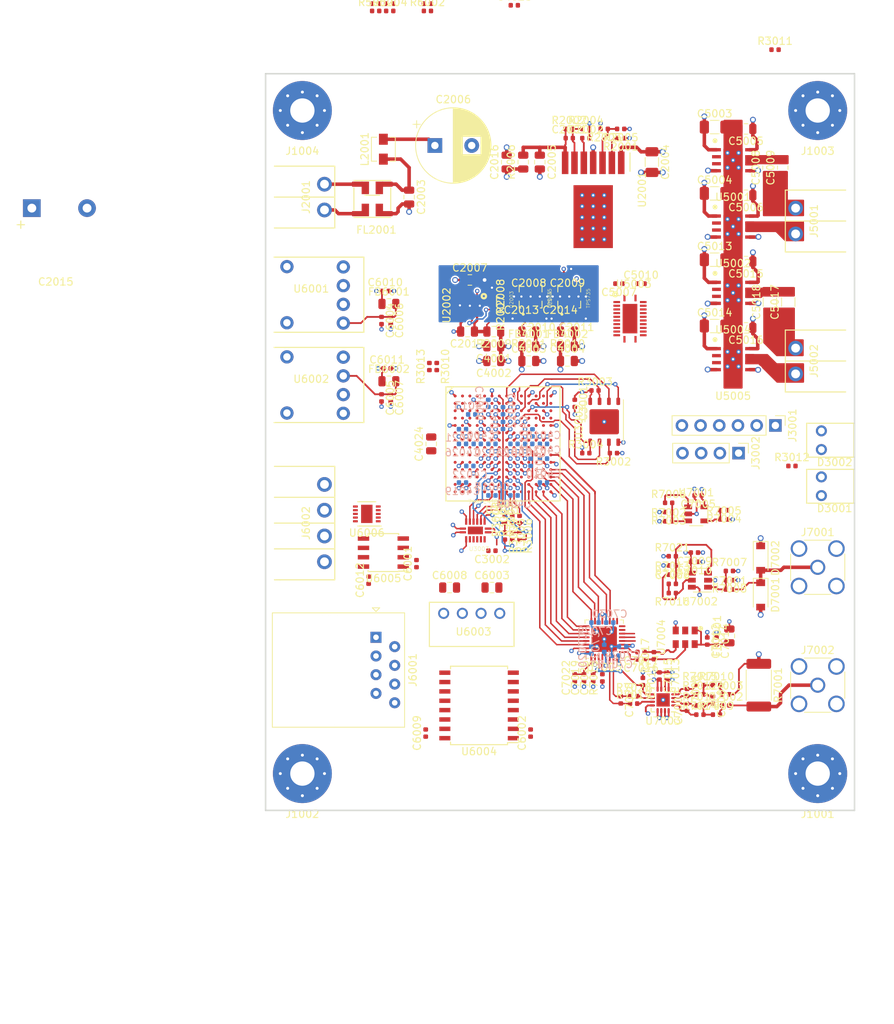
<source format=kicad_pcb>
(kicad_pcb (version 20171130) (host pcbnew 5.0.2-bee76a0~70~ubuntu18.04.1)
  (layers (0 F.Cu signal) (1 In1.Cu signal hide) (2 In2.Cu signal) (31 B.Cu signal) (34 B.Paste user) (35 F.Paste user) (36 B.SilkS user hide) (37 F.SilkS user hide) (38 B.Mask user) (39 F.Mask user) (44 Edge.Cuts user))
  (net 0 "")
  (net 1 GND)
  (net 2 "Net-(C2001-Pad2)")
  (net 3 "Net-(C2002-Pad1)")
  (net 4 "Net-(C2003-Pad1)")
  (net 5 +24V)
  (net 6 /Power/+5VINT)
  (net 7 "Net-(C2010-Pad2)")
  (net 8 "Net-(C2011-Pad2)")
  (net 9 "Net-(C2012-Pad1)")
  (net 10 "Net-(C2013-Pad2)")
  (net 11 "Net-(C2014-Pad2)")
  (net 12 +3V3D)
  (net 13 +1V0)
  (net 14 +1V8D)
  (net 15 3V3D)
  (net 16 "Net-(C5008-Pad2)")
  (net 17 "Net-(C5008-Pad1)")
  (net 18 +5V)
  (net 19 "Net-(C5017-Pad1)")
  (net 20 "Net-(C5017-Pad2)")
  (net 21 +3V3)
  (net 22 "Net-(C6004-Pad1)")
  (net 23 "Net-(C6005-Pad1)")
  (net 24 /Interface/GND_ISO)
  (net 25 /Interface/5_ISO)
  (net 26 "Net-(C7001-Pad2)")
  (net 27 "Net-(C7001-Pad1)")
  (net 28 "Net-(C7002-Pad1)")
  (net 29 "Net-(C7002-Pad2)")
  (net 30 "Net-(C7003-Pad1)")
  (net 31 "Net-(C7004-Pad1)")
  (net 32 "Net-(C7004-Pad2)")
  (net 33 "Net-(C7006-Pad1)")
  (net 34 "Net-(C7006-Pad2)")
  (net 35 "Net-(C7007-Pad1)")
  (net 36 "Net-(C7007-Pad2)")
  (net 37 "Net-(C7008-Pad2)")
  (net 38 "Net-(C7008-Pad1)")
  (net 39 /Analog/VCM)
  (net 40 /Analog/CLK_DVDD)
  (net 41 "Net-(C7016-Pad2)")
  (net 42 /Analog/CLK_P)
  (net 43 /Analog/CLK_N)
  (net 44 "Net-(C7017-Pad2)")
  (net 45 +1V8)
  (net 46 /Analog/VREF)
  (net 47 /FPGA/DONE_0)
  (net 48 "Net-(J3001-Pad2)")
  (net 49 "Net-(J3001-Pad3)")
  (net 50 "Net-(J3001-Pad4)")
  (net 51 "Net-(J3001-Pad5)")
  (net 52 "Net-(J5001-Pad2)")
  (net 53 "Net-(J5002-Pad2)")
  (net 54 /Interface/RELAY_A_ISO)
  (net 55 /Interface/RELAY_B_ISO)
  (net 56 "Net-(R2001-Pad2)")
  (net 57 "Net-(R2003-Pad1)")
  (net 58 "Net-(R2007-Pad1)")
  (net 59 /FPGA/INIT_B)
  (net 60 /FPGA/FLASH_IO2)
  (net 61 /FPGA/FLASH_IO3)
  (net 62 /FPGA/FLASH_CS)
  (net 63 /FPGA/PROGRAM_B)
  (net 64 /FPGA/M0)
  (net 65 /FPGA/M1)
  (net 66 /FPGA/M2)
  (net 67 /FPGA/PUDC_B)
  (net 68 "Net-(R7002-Pad2)")
  (net 69 "Net-(R7004-Pad2)")
  (net 70 UVLO)
  (net 71 ZCS_DETECT)
  (net 72 /Analog/RBIAS)
  (net 73 "Net-(U2002-Pad2)")
  (net 74 "Net-(U2003-Pad2)")
  (net 75 "Net-(U2003-Pad6)")
  (net 76 "Net-(U2003-Pad7)")
  (net 77 "Net-(U2004-Pad7)")
  (net 78 "Net-(U2004-Pad6)")
  (net 79 "Net-(U2004-Pad2)")
  (net 80 "Net-(U3001-PadA2)")
  (net 81 "Net-(U3001-PadA3)")
  (net 82 "Net-(U3001-PadA4)")
  (net 83 "Net-(U3001-PadA5)")
  (net 84 /FPGA/TCK)
  (net 85 /FPGA/FLASH_SCK)
  (net 86 "Net-(U3001-PadA10)")
  (net 87 "Net-(U3001-PadA12)")
  (net 88 "Net-(U3001-PadA13)")
  (net 89 "Net-(U3001-PadB1)")
  (net 90 "Net-(U3001-PadB2)")
  (net 91 "Net-(U3001-PadB3)")
  (net 92 "Net-(U3001-PadB5)")
  (net 93 "Net-(U3001-PadB6)")
  (net 94 /FPGA/FLASH_IO0)
  (net 95 /FPGA/FLASH_IO1)
  (net 96 "Net-(U3001-PadB13)")
  (net 97 "Net-(U3001-PadB14)")
  (net 98 "Net-(U3001-PadC1)")
  (net 99 "Net-(U3001-PadC3)")
  (net 100 "Net-(U3001-PadC4)")
  (net 101 "Net-(U3001-PadC5)")
  (net 102 "Net-(U3001-PadC12)")
  (net 103 "Net-(U3001-PadC14)")
  (net 104 "Net-(U3001-PadD1)")
  (net 105 "Net-(U3001-PadD2)")
  (net 106 "Net-(U3001-PadD3)")
  (net 107 "Net-(U3001-PadD4)")
  (net 108 "Net-(U3001-PadD12)")
  (net 109 "Net-(U3001-PadD13)")
  (net 110 "Net-(U3001-PadD14)")
  (net 111 "Net-(U3001-PadE2)")
  (net 112 "Net-(U3001-PadE4)")
  (net 113 "Net-(U3001-PadE11)")
  (net 114 "Net-(U3001-PadE12)")
  (net 115 "Net-(U3001-PadE13)")
  (net 116 "Net-(U3001-PadF1)")
  (net 117 "Net-(U3001-PadF2)")
  (net 118 "Net-(U3001-PadF3)")
  (net 119 "Net-(U3001-PadF4)")
  (net 120 "Net-(U3001-PadF11)")
  (net 121 "Net-(U3001-PadF12)")
  (net 122 "Net-(U3001-PadF13)")
  (net 123 "Net-(U3001-PadF14)")
  (net 124 "Net-(U3001-PadG1)")
  (net 125 "Net-(U3001-PadG4)")
  (net 126 "Net-(U3001-PadG11)")
  (net 127 "Net-(U3001-PadG14)")
  (net 128 "Net-(U3001-PadH1)")
  (net 129 "Net-(U3001-PadH2)")
  (net 130 "Net-(U3001-PadH3)")
  (net 131 "Net-(U3001-PadH4)")
  (net 132 "Net-(U3001-PadH12)")
  (net 133 "Net-(U3001-PadH13)")
  (net 134 "Net-(U3001-PadH14)")
  (net 135 "Net-(U3001-PadJ1)")
  (net 136 "Net-(U3001-PadJ2)")
  (net 137 "Net-(U3001-PadJ3)")
  (net 138 "Net-(U3001-PadJ4)")
  (net 139 "Net-(U3001-PadJ11)")
  (net 140 "Net-(U3001-PadJ12)")
  (net 141 "Net-(U3001-PadJ13)")
  (net 142 "Net-(U3001-PadK3)")
  (net 143 "Net-(U3001-PadK4)")
  (net 144 "Net-(U3001-PadK11)")
  (net 145 "Net-(U3001-PadK12)")
  (net 146 "Net-(U3001-PadL1)")
  (net 147 "Net-(U3001-PadL2)")
  (net 148 "Net-(U3001-PadL3)")
  (net 149 "Net-(U3001-PadL5)")
  (net 150 "Net-(U3001-PadL12)")
  (net 151 "Net-(U3001-PadM1)")
  (net 152 "Net-(U3001-PadM2)")
  (net 153 "Net-(U3001-PadM3)")
  (net 154 "Net-(U3001-PadM4)")
  (net 155 "Net-(U3001-PadM5)")
  (net 156 /FPGA/TMS)
  (net 157 "Net-(U3001-PadM10)")
  (net 158 "Net-(U3001-PadM11)")
  (net 159 "Net-(U3001-PadM12)")
  (net 160 "Net-(U3001-PadN1)")
  (net 161 "Net-(U3001-PadN4)")
  (net 162 "Net-(U3001-PadN10)")
  (net 163 "Net-(U3001-PadP2)")
  (net 164 "Net-(U3001-PadP3)")
  (net 165 "Net-(U3001-PadP4)")
  (net 166 "Net-(U3001-PadP5)")
  (net 167 /FPGA/TDO)
  (net 168 /FPGA/TDI)
  (net 169 "Net-(U3001-PadP10)")
  (net 170 "/Gate Drive/GATE1_5")
  (net 171 "/Gate Drive/GATE2_5")
  (net 172 GATE_1)
  (net 173 GATE_2)
  (net 174 GATE_3)
  (net 175 GATE_4)
  (net 176 "/Gate Drive/GATE3_5")
  (net 177 "/Gate Drive/GATE4_5")
  (net 178 FIBER_TX)
  (net 179 "Net-(U6001-Pad2)")
  (net 180 RS485-R)
  (net 181 RS485-RE)
  (net 182 RS485-DE)
  (net 183 RS485-D)
  (net 184 /Interface/TX_N)
  (net 185 /Interface/TX_P)
  (net 186 /Interface/RX_N)
  (net 187 /Interface/RX_P)
  (net 188 RELAY_A)
  (net 189 RELAY_B)
  (net 190 /Analog/ADC_P)
  (net 191 /Analog/ADC_N)
  (net 192 "Net-(U7004-Pad2)")
  (net 193 ADC_CSB)
  (net 194 ADC_SCLK)
  (net 195 ADC_SDIO)
  (net 196 "Net-(U7005-Pad7)")
  (net 197 "Net-(U7005-Pad8)")
  (net 198 "Net-(U7005-Pad9)")
  (net 199 "Net-(U7005-Pad10)")
  (net 200 ADC_D0)
  (net 201 ADC_D1)
  (net 202 ADC_D2)
  (net 203 ADC_D3)
  (net 204 ADC_D4)
  (net 205 ADC_D5)
  (net 206 ADC_D6)
  (net 207 ADC_D7)
  (net 208 ADC_D8)
  (net 209 ADC_D9)
  (net 210 ADC_DCO)
  (net 211 ADC_MODE)
  (net 212 "Net-(J6001-Pad1)")
  (net 213 "Net-(J6001-Pad2)")
  (net 214 "Net-(J6001-Pad3)")
  (net 215 "Net-(J6001-Pad4)")
  (net 216 "Net-(J6001-Pad5)")
  (net 217 "Net-(J6001-Pad6)")
  (net 218 "Net-(J6001-Pad7)")
  (net 219 "Net-(J6001-Pad8)")
  (net 220 "Net-(J1001-Pad1)")
  (net 221 "Net-(J1002-Pad1)")
  (net 222 "Net-(J1003-Pad1)")
  (net 223 "Net-(J1004-Pad1)")
  (net 224 "Net-(R7019-Pad2)")
  (net 225 "Net-(R7020-Pad2)")
  (net 226 /Interface/RELAY_B_DRV)
  (net 227 /Interface/RELAY_A_DRV)
  (net 228 "Net-(U6006-Pad3)")
  (net 229 "Net-(U6006-Pad4)")
  (net 230 "Net-(U6006-Pad9)")
  (net 231 "Net-(U6006-Pad10)")
  (net 232 "Net-(FL2001-Pad2)")
  (net 233 "Net-(FL2001-Pad4)")
  (net 234 "Net-(D3001-Pad2)")
  (net 235 "Net-(D3002-Pad2)")
  (net 236 /FPGA/LED1)
  (net 237 /FPGA/LED2)
  (net 238 FIBER_RX)
  (net 239 "Net-(U5003-Pad6)")
  (net 240 "Net-(U5003-Pad4)")
  (net 241 "Net-(U5003-Pad14)")
  (net 242 "Net-(U5003-Pad16)")
  (net 243 "Net-(U5003-Pad18)")
  (net 244 "Net-(U5003-Pad20)")
  (net 245 "Net-(U5003-Pad10)")
  (net 246 "Net-(U5003-Pad8)")
  (net 247 "Net-(J3002-Pad1)")
  (net 248 "Net-(J3002-Pad2)")
  (net 249 "Net-(J3002-Pad3)")
  (net 250 "Net-(J3002-Pad4)")
  (module Capacitor_SMD:C_0402_1005Metric (layer F.Cu) (at 131.25 38.75)
    (fp_text reference C2001 (at 0 -1.17) (layer F.SilkS))
    (fp_text value C)
    (pad 2 smd roundrect (at 0.485 0) (size 0.59 0.64) (layers F.Cu F.Paste F.Mask) (net 2 "Net-(C2001-Pad2)"))
    (pad 1 smd roundrect (at -0.485 0) (size 0.59 0.64) (layers F.Cu F.Paste F.Mask) (net 6 /Power/+5VINT))
  )
  (module Capacitor_SMD:C_0402_1005Metric (layer F.Cu) (at 133.5 38.75)
    (fp_text reference C2002 (at 0 -1.17) (layer F.SilkS))
    (fp_text value C)
    (pad 2 smd roundrect (at 0.485 0) (size 0.59 0.64) (layers F.Cu F.Paste F.Mask) (net 1 GND))
    (pad 1 smd roundrect (at -0.485 0) (size 0.59 0.64) (layers F.Cu F.Paste F.Mask) (net 3 "Net-(C2002-Pad1)"))
  )
  (module Capacitor_SMD:C_0805_2012Metric (layer F.Cu) (at 109.5 46.75 270)
    (fp_text reference C2003 (at 0 -1.65 270) (layer F.SilkS))
    (fp_text value C)
    (pad 2 smd roundrect (at 0.9375 0 270) (size 0.975 1.4) (layers F.Cu F.Paste F.Mask) (net 1 GND))
    (pad 1 smd roundrect (at -0.9375 0 270) (size 0.975 1.4) (layers F.Cu F.Paste F.Mask) (net 4 "Net-(C2003-Pad1)"))
  )
  (module Capacitor_SMD:C_1206_3216Metric (layer F.Cu) (at 142.474999 42 270)
    (fp_text reference C2004 (at 0 -1.82 270) (layer F.SilkS))
    (fp_text value 10u)
    (pad 2 smd roundrect (at 1.4 0 270) (size 1.25 1.75) (layers F.Cu F.Paste F.Mask) (roundrect_rratio 0.2) (net 1 GND))
    (pad 1 smd roundrect (at -1.4 0 270) (size 1.25 1.75) (layers F.Cu F.Paste F.Mask) (roundrect_rratio 0.2) (net 5 +24V))
  )
  (module Capacitor_SMD:C_0805_2012Metric (layer F.Cu) (at 127.25 42 270)
    (fp_text reference C2005 (at 0 -1.65 270) (layer F.SilkS))
    (fp_text value 47u)
    (pad 2 smd roundrect (at 0.9375 0 270) (size 0.975 1.4) (layers F.Cu F.Paste F.Mask) (net 1 GND))
    (pad 1 smd roundrect (at -0.9375 0 270) (size 0.975 1.4) (layers F.Cu F.Paste F.Mask) (net 6 /Power/+5VINT))
  )
  (module Capacitor_SMD:C_0805_2012Metric (layer F.Cu) (at 117.75 58)
    (fp_text reference C2007 (at 0 -1.65) (layer F.SilkS))
    (fp_text value 10u)
    (pad 2 smd roundrect (at 0.9375 0) (size 0.975 1.4) (layers F.Cu F.Paste F.Mask) (net 1 GND))
    (pad 1 smd roundrect (at -0.9375 0) (size 0.975 1.4) (layers F.Cu F.Paste F.Mask) (net 18 +5V))
  )
  (module Capacitor_SMD:C_0402_1005Metric (layer F.Cu) (at 125.75 57.25 180)
    (fp_text reference C2008 (at 0 -1.17 180) (layer F.SilkS))
    (fp_text value 4.7u)
    (pad 2 smd roundrect (at 0.485 0 180) (size 0.59 0.64) (layers F.Cu F.Paste F.Mask) (net 18 +5V))
    (pad 1 smd roundrect (at -0.485 0 180) (size 0.59 0.64) (layers F.Cu F.Paste F.Mask) (net 1 GND))
  )
  (module Capacitor_SMD:C_0402_1005Metric (layer F.Cu) (at 131 57.25 180)
    (fp_text reference C2009 (at 0 -1.17 180) (layer F.SilkS))
    (fp_text value 4.7u)
    (pad 2 smd roundrect (at 0.485 0 180) (size 0.59 0.64) (layers F.Cu F.Paste F.Mask) (net 18 +5V))
    (pad 1 smd roundrect (at -0.485 0 180) (size 0.59 0.64) (layers F.Cu F.Paste F.Mask) (net 1 GND))
  )
  (module Capacitor_SMD:C_0402_1005Metric (layer F.Cu) (at 127 63.25 180)
    (fp_text reference C2010 (at 0 -1.17 180) (layer F.SilkS))
    (fp_text value 10n)
    (pad 2 smd roundrect (at 0.485 0 180) (size 0.59 0.64) (layers F.Cu F.Paste F.Mask) (net 7 "Net-(C2010-Pad2)"))
    (pad 1 smd roundrect (at -0.485 0 180) (size 0.59 0.64) (layers F.Cu F.Paste F.Mask) (net 1 GND))
  )
  (module Capacitor_SMD:C_0402_1005Metric (layer F.Cu) (at 132.25 63.25 180)
    (fp_text reference C2011 (at 0 -1.17 180) (layer F.SilkS))
    (fp_text value 10n)
    (pad 2 smd roundrect (at 0.485 0 180) (size 0.59 0.64) (layers F.Cu F.Paste F.Mask) (net 8 "Net-(C2011-Pad2)"))
    (pad 1 smd roundrect (at -0.485 0 180) (size 0.59 0.64) (layers F.Cu F.Paste F.Mask) (net 1 GND))
  )
  (module Capacitor_SMD:C_0402_1005Metric (layer F.Cu) (at 124.75 63.25)
    (fp_text reference C2013 (at 0 -1.17) (layer F.SilkS))
    (fp_text value 4.7u)
    (pad 2 smd roundrect (at 0.485 0) (size 0.59 0.64) (layers F.Cu F.Paste F.Mask) (net 10 "Net-(C2013-Pad2)"))
    (pad 1 smd roundrect (at -0.485 0) (size 0.59 0.64) (layers F.Cu F.Paste F.Mask) (net 1 GND))
  )
  (module Capacitor_SMD:C_0402_1005Metric (layer F.Cu) (at 130 63.25)
    (fp_text reference C2014 (at 0 -1.17) (layer F.SilkS))
    (fp_text value 4.7u)
    (pad 2 smd roundrect (at 0.485 0) (size 0.59 0.64) (layers F.Cu F.Paste F.Mask) (net 11 "Net-(C2014-Pad2)"))
    (pad 1 smd roundrect (at -0.485 0) (size 0.59 0.64) (layers F.Cu F.Paste F.Mask) (net 1 GND))
  )
  (module Capacitor_SMD:C_0402_1005Metric (layer F.Cu) (at 132 74.75 270)
    (fp_text reference C3001 (at 0 -1.17 270) (layer F.SilkS))
    (fp_text value 0.47u)
    (pad 2 smd roundrect (at 0.485 0 270) (size 0.59 0.64) (layers F.Cu F.Paste F.Mask) (net 1 GND))
    (pad 1 smd roundrect (at -0.485 0 270) (size 0.59 0.64) (layers F.Cu F.Paste F.Mask) (net 12 +3V3D))
  )
  (module Capacitor_SMD:C_0402_1005Metric (layer F.Cu) (at 120.75 94.75 180)
    (fp_text reference C3002 (at 0 -1.17 180) (layer F.SilkS))
    (fp_text value 0.47u)
    (pad 2 smd roundrect (at 0.485 0 180) (size 0.59 0.64) (layers F.Cu F.Paste F.Mask) (net 1 GND))
    (pad 1 smd roundrect (at -0.485 0 180) (size 0.59 0.64) (layers F.Cu F.Paste F.Mask) (net 12 +3V3D))
  )
  (module Capacitor_SMD:C_0805_2012Metric (layer F.Cu) (at 121 67 180)
    (fp_text reference C4001 (at 0 -1.65 180) (layer F.SilkS))
    (fp_text value 100u)
    (pad 2 smd roundrect (at 0.9375 0 180) (size 0.975 1.4) (layers F.Cu F.Paste F.Mask) (net 1 GND))
    (pad 1 smd roundrect (at -0.9375 0 180) (size 0.975 1.4) (layers F.Cu F.Paste F.Mask) (net 13 +1V0))
  )
  (module Capacitor_SMD:C_0805_2012Metric (layer F.Cu) (at 121 69 180)
    (fp_text reference C4002 (at 0 -1.65 180) (layer F.SilkS))
    (fp_text value 47u)
    (pad 2 smd roundrect (at 0.9375 0 180) (size 0.975 1.4) (layers F.Cu F.Paste F.Mask) (net 1 GND))
    (pad 1 smd roundrect (at -0.9375 0 180) (size 0.975 1.4) (layers F.Cu F.Paste F.Mask) (net 13 +1V0))
  )
  (module Capacitor_SMD:C_0805_2012Metric (layer F.Cu) (at 125.75 69)
    (fp_text reference C4003 (at 0 -1.65) (layer F.SilkS))
    (fp_text value 47u)
    (pad 2 smd roundrect (at 0.9375 0) (size 0.975 1.4) (layers F.Cu F.Paste F.Mask) (net 1 GND))
    (pad 1 smd roundrect (at -0.9375 0) (size 0.975 1.4) (layers F.Cu F.Paste F.Mask) (net 14 +1V8D))
  )
  (module Capacitor_SMD:C_0805_2012Metric (layer F.Cu) (at 131 69)
    (fp_text reference C4004 (at 0 -1.65) (layer F.SilkS))
    (fp_text value 47u)
    (pad 2 smd roundrect (at 0.9375 0) (size 0.975 1.4) (layers F.Cu F.Paste F.Mask) (net 1 GND))
    (pad 1 smd roundrect (at -0.9375 0) (size 0.975 1.4) (layers F.Cu F.Paste F.Mask) (net 12 +3V3D))
  )
  (module Capacitor_SMD:C_0402_1005Metric (layer B.Cu) (at 120.25 74.75 270)
    (fp_text reference C4006 (at 0 1.17 270) (layer B.SilkS) (effects (justify mirror)))
    (fp_text value 4.7u)
    (pad 2 smd roundrect (at 0.485 0 270) (size 0.59 0.64) (layers B.Cu B.Paste B.Mask) (net 1 GND))
    (pad 1 smd roundrect (at -0.485 0 270) (size 0.59 0.64) (layers B.Cu B.Paste B.Mask) (net 13 +1V0))
  )
  (module Capacitor_SMD:C_0402_1005Metric (layer B.Cu) (at 118.75 80.25 180)
    (fp_text reference C4007 (at 0 1.17 180) (layer B.SilkS) (effects (justify mirror)))
    (fp_text value 4.7u)
    (pad 2 smd roundrect (at 0.485 0 180) (size 0.59 0.64) (layers B.Cu B.Paste B.Mask) (net 1 GND))
    (pad 1 smd roundrect (at -0.485 0 180) (size 0.59 0.64) (layers B.Cu B.Paste B.Mask) (net 13 +1V0))
  )
  (module Capacitor_SMD:C_0402_1005Metric (layer B.Cu) (at 125.75 80.25)
    (fp_text reference C4008 (at 0 1.17) (layer B.SilkS) (effects (justify mirror)))
    (fp_text value 4.7u)
    (pad 2 smd roundrect (at 0.485 0) (size 0.59 0.64) (layers B.Cu B.Paste B.Mask) (net 1 GND))
    (pad 1 smd roundrect (at -0.485 0) (size 0.59 0.64) (layers B.Cu B.Paste B.Mask) (net 14 +1V8D))
  )
  (module Capacitor_SMD:C_0402_1005Metric (layer B.Cu) (at 123.75 87.25)
    (fp_text reference C4009 (at 0 1.17) (layer B.SilkS) (effects (justify mirror)))
    (fp_text value 4.7u)
    (pad 2 smd roundrect (at 0.485 0) (size 0.59 0.64) (layers B.Cu B.Paste B.Mask) (net 1 GND))
    (pad 1 smd roundrect (at -0.485 0) (size 0.59 0.64) (layers B.Cu B.Paste B.Mask) (net 12 +3V3D))
  )
  (module Capacitor_SMD:C_0402_1005Metric (layer B.Cu) (at 127.75 85.5 180)
    (fp_text reference C4010 (at 0 1.17 180) (layer B.SilkS) (effects (justify mirror)))
    (fp_text value 4.7u)
    (pad 2 smd roundrect (at 0.485 0 180) (size 0.59 0.64) (layers B.Cu B.Paste B.Mask) (net 1 GND))
    (pad 1 smd roundrect (at -0.485 0 180) (size 0.59 0.64) (layers B.Cu B.Paste B.Mask) (net 12 +3V3D))
  )
  (module Capacitor_SMD:C_0402_1005Metric (layer B.Cu) (at 126.25 78.75 270)
    (fp_text reference C4011 (at 0 1.17 270) (layer B.SilkS) (effects (justify mirror)))
    (fp_text value 0.47u)
    (pad 2 smd roundrect (at 0.485 0 270) (size 0.59 0.64) (layers B.Cu B.Paste B.Mask) (net 1 GND))
    (pad 1 smd roundrect (at -0.485 0 270) (size 0.59 0.64) (layers B.Cu B.Paste B.Mask) (net 14 +1V8D))
  )
  (module Capacitor_SMD:C_0402_1005Metric (layer B.Cu) (at 122.25 75.75 90)
    (fp_text reference C4012 (at 0 1.17 90) (layer B.SilkS) (effects (justify mirror)))
    (fp_text value 4.7u)
    (pad 2 smd roundrect (at 0.485 0 90) (size 0.59 0.64) (layers B.Cu B.Paste B.Mask) (net 1 GND))
    (pad 1 smd roundrect (at -0.485 0 90) (size 0.59 0.64) (layers B.Cu B.Paste B.Mask) (net 13 +1V0))
  )
  (module Capacitor_SMD:C_0402_1005Metric (layer B.Cu) (at 118 76.25 180)
    (fp_text reference C4013 (at 0 1.17 180) (layer B.SilkS) (effects (justify mirror)))
    (fp_text value 0.47u)
    (pad 2 smd roundrect (at 0.485 0 180) (size 0.59 0.64) (layers B.Cu B.Paste B.Mask) (net 1 GND))
    (pad 1 smd roundrect (at -0.485 0 180) (size 0.59 0.64) (layers B.Cu B.Paste B.Mask) (net 13 +1V0))
  )
  (module Capacitor_SMD:C_0402_1005Metric (layer B.Cu) (at 127.75 82.25 180)
    (fp_text reference C4014 (at 0 1.17 180) (layer B.SilkS) (effects (justify mirror)))
    (fp_text value 4.7u)
    (pad 2 smd roundrect (at 0.485 0 180) (size 0.59 0.64) (layers B.Cu B.Paste B.Mask) (net 1 GND))
    (pad 1 smd roundrect (at -0.485 0 180) (size 0.59 0.64) (layers B.Cu B.Paste B.Mask) (net 12 +3V3D))
  )
  (module Capacitor_SMD:C_0402_1005Metric (layer B.Cu) (at 120.75 87.25 180)
    (fp_text reference C4015 (at 0 1.17 180) (layer B.SilkS) (effects (justify mirror)))
    (fp_text value 4.7u)
    (pad 2 smd roundrect (at 0.485 0 180) (size 0.59 0.64) (layers B.Cu B.Paste B.Mask) (net 1 GND))
    (pad 1 smd roundrect (at -0.485 0 180) (size 0.59 0.64) (layers B.Cu B.Paste B.Mask) (net 12 +3V3D))
  )
  (module Capacitor_SMD:C_0402_1005Metric (layer B.Cu) (at 126 82.75 90)
    (fp_text reference C4016 (at 0 1.17 90) (layer B.SilkS) (effects (justify mirror)))
    (fp_text value 0.47u)
    (pad 2 smd roundrect (at 0.485 0 90) (size 0.59 0.64) (layers B.Cu B.Paste B.Mask) (net 1 GND))
    (pad 1 smd roundrect (at -0.485 0 90) (size 0.59 0.64) (layers B.Cu B.Paste B.Mask) (net 14 +1V8D))
  )
  (module Capacitor_SMD:C_0402_1005Metric (layer B.Cu) (at 122.25 77.75 270)
    (fp_text reference C4017 (at 0 1.17 270) (layer B.SilkS) (effects (justify mirror)))
    (fp_text value 0.47u)
    (pad 2 smd roundrect (at 0.485 0 270) (size 0.59 0.64) (layers B.Cu B.Paste B.Mask) (net 1 GND))
    (pad 1 smd roundrect (at -0.485 0 270) (size 0.59 0.64) (layers B.Cu B.Paste B.Mask) (net 13 +1V0))
  )
  (module Capacitor_SMD:C_0402_1005Metric (layer B.Cu) (at 127.75 80.25 180)
    (fp_text reference C4018 (at 0 1.17 180) (layer B.SilkS) (effects (justify mirror)))
    (fp_text value 0.47u)
    (pad 2 smd roundrect (at 0.485 0 180) (size 0.59 0.64) (layers B.Cu B.Paste B.Mask) (net 1 GND))
    (pad 1 smd roundrect (at -0.485 0 180) (size 0.59 0.64) (layers B.Cu B.Paste B.Mask) (net 12 +3V3D))
  )
  (module Capacitor_SMD:C_0402_1005Metric (layer B.Cu) (at 116.75 85.5)
    (fp_text reference C4019 (at 0 1.17) (layer B.SilkS) (effects (justify mirror)))
    (fp_text value 0.47u)
    (pad 2 smd roundrect (at 0.485 0) (size 0.59 0.64) (layers B.Cu B.Paste B.Mask) (net 1 GND))
    (pad 1 smd roundrect (at -0.485 0) (size 0.59 0.64) (layers B.Cu B.Paste B.Mask) (net 12 +3V3D))
  )
  (module Capacitor_SMD:C_0402_1005Metric (layer B.Cu) (at 120.75 80.25)
    (fp_text reference C4020 (at 0 1.17) (layer B.SilkS) (effects (justify mirror)))
    (fp_text value 0.47u)
    (pad 2 smd roundrect (at 0.485 0) (size 0.59 0.64) (layers B.Cu B.Paste B.Mask) (net 1 GND))
    (pad 1 smd roundrect (at -0.485 0) (size 0.59 0.64) (layers B.Cu B.Paste B.Mask) (net 13 +1V0))
  )
  (module Capacitor_SMD:C_0402_1005Metric (layer B.Cu) (at 116.75 78.25)
    (fp_text reference C4021 (at 0 1.17) (layer B.SilkS) (effects (justify mirror)))
    (fp_text value 0.47u)
    (pad 2 smd roundrect (at 0.485 0) (size 0.59 0.64) (layers B.Cu B.Paste B.Mask) (net 1 GND))
    (pad 1 smd roundrect (at -0.485 0) (size 0.59 0.64) (layers B.Cu B.Paste B.Mask) (net 12 +3V3D))
  )
  (module Capacitor_SMD:C_0402_1005Metric (layer B.Cu) (at 117.75 83.25)
    (fp_text reference C4022 (at 0 1.17) (layer B.SilkS) (effects (justify mirror)))
    (fp_text value 0.47u)
    (pad 2 smd roundrect (at 0.485 0) (size 0.59 0.64) (layers B.Cu B.Paste B.Mask) (net 1 GND))
    (pad 1 smd roundrect (at -0.485 0) (size 0.59 0.64) (layers B.Cu B.Paste B.Mask) (net 12 +3V3D))
  )
  (module Capacitor_SMD:C_0402_1005Metric (layer B.Cu) (at 123.75 80.25)
    (fp_text reference C4023 (at 0 1.17) (layer B.SilkS) (effects (justify mirror)))
    (fp_text value 0.47u)
    (pad 2 smd roundrect (at 0.485 0) (size 0.59 0.64) (layers B.Cu B.Paste B.Mask) (net 1 GND))
    (pad 1 smd roundrect (at -0.485 0) (size 0.59 0.64) (layers B.Cu B.Paste B.Mask) (net 13 +1V0))
  )
  (module Capacitor_SMD:C_0805_2012Metric (layer F.Cu) (at 112.5 80.25 90)
    (fp_text reference C4024 (at 0 -1.65 90) (layer F.SilkS))
    (fp_text value 47u)
    (pad 2 smd roundrect (at 0.9375 0 90) (size 0.975 1.4) (layers F.Cu F.Paste F.Mask) (net 1 GND))
    (pad 1 smd roundrect (at -0.9375 0 90) (size 0.975 1.4) (layers F.Cu F.Paste F.Mask) (net 12 +3V3D))
  )
  (module Capacitor_SMD:C_0402_1005Metric (layer F.Cu) (at 123.785001 20.715001)
    (fp_text reference C4025 (at 0 -1.17) (layer F.SilkS))
    (fp_text value 0.47u)
    (pad 2 smd roundrect (at 0.485 0) (size 0.59 0.64) (layers F.Cu F.Paste F.Mask) (net 1 GND))
    (pad 1 smd roundrect (at -0.485 0) (size 0.59 0.64) (layers F.Cu F.Paste F.Mask) (net 12 +3V3D))
  )
  (module Capacitor_SMD:C_0402_1005Metric (layer B.Cu) (at 116.75 80.25)
    (fp_text reference C4026 (at 0 1.17) (layer B.SilkS) (effects (justify mirror)))
    (fp_text value 0.47u)
    (pad 2 smd roundrect (at 0.485 0) (size 0.59 0.64) (layers B.Cu B.Paste B.Mask) (net 1 GND))
    (pad 1 smd roundrect (at -0.485 0) (size 0.59 0.64) (layers B.Cu B.Paste B.Mask) (net 12 +3V3D))
  )
  (module Capacitor_SMD:C_1206_3216Metric (layer F.Cu) (at 151 37.25)
    (fp_text reference C5003 (at 0 -1.82) (layer F.SilkS))
    (fp_text value 10u)
    (pad 2 smd roundrect (at 1.4 0) (size 1.25 1.75) (layers F.Cu F.Paste F.Mask) (roundrect_rratio 0.2) (net 1 GND))
    (pad 1 smd roundrect (at -1.4 0) (size 1.25 1.75) (layers F.Cu F.Paste F.Mask) (roundrect_rratio 0.2) (net 5 +24V))
  )
  (module Capacitor_SMD:C_1206_3216Metric (layer F.Cu) (at 151 46.25)
    (fp_text reference C5004 (at 0 -1.82) (layer F.SilkS))
    (fp_text value 10u)
    (pad 2 smd roundrect (at 1.4 0) (size 1.25 1.75) (layers F.Cu F.Paste F.Mask) (roundrect_rratio 0.2) (net 1 GND))
    (pad 1 smd roundrect (at -1.4 0) (size 1.25 1.75) (layers F.Cu F.Paste F.Mask) (roundrect_rratio 0.2) (net 5 +24V))
  )
  (module Capacitor_SMD:C_0805_2012Metric (layer F.Cu) (at 155.25 37.5 180)
    (fp_text reference C5005 (at 0 -1.65 180) (layer F.SilkS))
    (fp_text value 0.47u)
    (pad 2 smd roundrect (at 0.9375 0 180) (size 0.975 1.4) (layers F.Cu F.Paste F.Mask) (net 1 GND))
    (pad 1 smd roundrect (at -0.9375 0 180) (size 0.975 1.4) (layers F.Cu F.Paste F.Mask) (net 5 +24V))
  )
  (module Capacitor_SMD:C_0805_2012Metric (layer F.Cu) (at 155.25 46.5 180)
    (fp_text reference C5006 (at 0 -1.65 180) (layer F.SilkS))
    (fp_text value 0.47u)
    (pad 2 smd roundrect (at 0.9375 0 180) (size 0.975 1.4) (layers F.Cu F.Paste F.Mask) (net 1 GND))
    (pad 1 smd roundrect (at -0.9375 0 180) (size 0.975 1.4) (layers F.Cu F.Paste F.Mask) (net 5 +24V))
  )
  (module Capacitor_SMD:C_0402_1005Metric (layer F.Cu) (at 138 58.5 180)
    (fp_text reference C5007 (at 0 -1.17 180) (layer F.SilkS))
    (fp_text value 0.47u)
    (pad 2 smd roundrect (at 0.485 0 180) (size 0.59 0.64) (layers F.Cu F.Paste F.Mask) (net 1 GND))
    (pad 1 smd roundrect (at -0.485 0 180) (size 0.59 0.64) (layers F.Cu F.Paste F.Mask) (net 15 3V3D))
  )
  (module Capacitor_SMD:C_0805_2012Metric (layer F.Cu) (at 158.25 42.75 90)
    (fp_text reference C5008 (at 0 -1.65 90) (layer F.SilkS))
    (fp_text value 1u)
    (pad 2 smd roundrect (at 0.9375 0 90) (size 0.975 1.4) (layers F.Cu F.Paste F.Mask) (net 16 "Net-(C5008-Pad2)"))
    (pad 1 smd roundrect (at -0.9375 0 90) (size 0.975 1.4) (layers F.Cu F.Paste F.Mask) (net 17 "Net-(C5008-Pad1)"))
  )
  (module Capacitor_SMD:C_0805_2012Metric (layer F.Cu) (at 160.25 42.75 90)
    (fp_text reference C5009 (at 0 -1.65 90) (layer F.SilkS))
    (fp_text value 1u)
    (pad 2 smd roundrect (at 0.9375 0 90) (size 0.975 1.4) (layers F.Cu F.Paste F.Mask) (net 16 "Net-(C5008-Pad2)"))
    (pad 1 smd roundrect (at -0.9375 0 90) (size 0.975 1.4) (layers F.Cu F.Paste F.Mask) (net 17 "Net-(C5008-Pad1)"))
  )
  (module Capacitor_SMD:C_0402_1005Metric (layer F.Cu) (at 141 58.5)
    (fp_text reference C5010 (at 0 -1.17) (layer F.SilkS))
    (fp_text value 0.47u)
    (pad 2 smd roundrect (at 0.485 0) (size 0.59 0.64) (layers F.Cu F.Paste F.Mask) (net 1 GND))
    (pad 1 smd roundrect (at -0.485 0) (size 0.59 0.64) (layers F.Cu F.Paste F.Mask) (net 18 +5V))
  )
  (module Capacitor_SMD:C_1206_3216Metric (layer F.Cu) (at 151 55.25)
    (fp_text reference C5013 (at 0 -1.82) (layer F.SilkS))
    (fp_text value 10u)
    (pad 2 smd roundrect (at 1.4 0) (size 1.25 1.75) (layers F.Cu F.Paste F.Mask) (roundrect_rratio 0.2) (net 1 GND))
    (pad 1 smd roundrect (at -1.4 0) (size 1.25 1.75) (layers F.Cu F.Paste F.Mask) (roundrect_rratio 0.2) (net 5 +24V))
  )
  (module Capacitor_SMD:C_1206_3216Metric (layer F.Cu) (at 151 64.25)
    (fp_text reference C5014 (at 0 -1.82) (layer F.SilkS))
    (fp_text value 10u)
    (pad 2 smd roundrect (at 1.4 0) (size 1.25 1.75) (layers F.Cu F.Paste F.Mask) (roundrect_rratio 0.2) (net 1 GND))
    (pad 1 smd roundrect (at -1.4 0) (size 1.25 1.75) (layers F.Cu F.Paste F.Mask) (roundrect_rratio 0.2) (net 5 +24V))
  )
  (module Capacitor_SMD:C_0805_2012Metric (layer F.Cu) (at 155.25 55.5 180)
    (fp_text reference C5015 (at 0 -1.65 180) (layer F.SilkS))
    (fp_text value 0.47u)
    (pad 2 smd roundrect (at 0.9375 0 180) (size 0.975 1.4) (layers F.Cu F.Paste F.Mask) (net 1 GND))
    (pad 1 smd roundrect (at -0.9375 0 180) (size 0.975 1.4) (layers F.Cu F.Paste F.Mask) (net 5 +24V))
  )
  (module Capacitor_SMD:C_0805_2012Metric (layer F.Cu) (at 155.25 64.5 180)
    (fp_text reference C5016 (at 0 -1.65 180) (layer F.SilkS))
    (fp_text value 0.47u)
    (pad 2 smd roundrect (at 0.9375 0 180) (size 0.975 1.4) (layers F.Cu F.Paste F.Mask) (net 1 GND))
    (pad 1 smd roundrect (at -0.9375 0 180) (size 0.975 1.4) (layers F.Cu F.Paste F.Mask) (net 5 +24V))
  )
  (module Capacitor_SMD:C_1206_3216Metric (layer F.Cu) (at 161 61 90)
    (fp_text reference C5017 (at 0 -1.82 90) (layer F.SilkS))
    (fp_text value 1u)
    (pad 2 smd roundrect (at 1.4 0 90) (size 1.25 1.75) (layers F.Cu F.Paste F.Mask) (roundrect_rratio 0.2) (net 20 "Net-(C5017-Pad2)"))
    (pad 1 smd roundrect (at -1.4 0 90) (size 1.25 1.75) (layers F.Cu F.Paste F.Mask) (roundrect_rratio 0.2) (net 19 "Net-(C5017-Pad1)"))
  )
  (module Capacitor_SMD:C_1206_3216Metric (layer F.Cu) (at 158.5 61 90)
    (fp_text reference C5018 (at 0 -1.82 90) (layer F.SilkS))
    (fp_text value 1u)
    (pad 2 smd roundrect (at 1.4 0 90) (size 1.25 1.75) (layers F.Cu F.Paste F.Mask) (roundrect_rratio 0.2) (net 20 "Net-(C5017-Pad2)"))
    (pad 1 smd roundrect (at -1.4 0 90) (size 1.25 1.75) (layers F.Cu F.Paste F.Mask) (roundrect_rratio 0.2) (net 19 "Net-(C5017-Pad1)"))
  )
  (module Capacitor_SMD:C_0402_1005Metric (layer F.Cu) (at 110.5 96.5 90)
    (fp_text reference C6001 (at 0 -1.17 90) (layer F.SilkS))
    (fp_text value 4.7u)
    (pad 2 smd roundrect (at 0.485 0 90) (size 0.59 0.64) (layers F.Cu F.Paste F.Mask) (net 1 GND))
    (pad 1 smd roundrect (at -0.485 0 90) (size 0.59 0.64) (layers F.Cu F.Paste F.Mask) (net 12 +3V3D))
  )
  (module Capacitor_SMD:C_0402_1005Metric (layer F.Cu) (at 126 119.5 90)
    (fp_text reference C6002 (at 0 -1.17 90) (layer F.SilkS))
    (fp_text value 4.7u)
    (pad 2 smd roundrect (at 0.485 0 90) (size 0.59 0.64) (layers F.Cu F.Paste F.Mask) (net 1 GND))
    (pad 1 smd roundrect (at -0.485 0 90) (size 0.59 0.64) (layers F.Cu F.Paste F.Mask) (net 12 +3V3D))
  )
  (module Capacitor_SMD:C_0805_2012Metric (layer F.Cu) (at 120.75 99.75)
    (fp_text reference C6003 (at 0 -1.65) (layer F.SilkS))
    (fp_text value 10u)
    (pad 2 smd roundrect (at 0.9375 0) (size 0.975 1.4) (layers F.Cu F.Paste F.Mask) (net 1 GND))
    (pad 1 smd roundrect (at -0.9375 0) (size 0.975 1.4) (layers F.Cu F.Paste F.Mask) (net 18 +5V))
  )
  (module Capacitor_SMD:C_0402_1005Metric (layer F.Cu) (at 105.75 63.5 270)
    (fp_text reference C6004 (at 0 -1.17 270) (layer F.SilkS))
    (fp_text value 0.47u)
    (pad 2 smd roundrect (at 0.485 0 270) (size 0.59 0.64) (layers F.Cu F.Paste F.Mask) (net 1 GND))
    (pad 1 smd roundrect (at -0.485 0 270) (size 0.59 0.64) (layers F.Cu F.Paste F.Mask) (net 22 "Net-(C6004-Pad1)"))
  )
  (module Capacitor_SMD:C_0402_1005Metric (layer F.Cu) (at 105.75 74 270)
    (fp_text reference C6005 (at 0 -1.17 270) (layer F.SilkS))
    (fp_text value 0.47u)
    (pad 2 smd roundrect (at 0.485 0 270) (size 0.59 0.64) (layers F.Cu F.Paste F.Mask) (net 1 GND))
    (pad 1 smd roundrect (at -0.485 0 270) (size 0.59 0.64) (layers F.Cu F.Paste F.Mask) (net 23 "Net-(C6005-Pad1)"))
  )
  (module Capacitor_SMD:C_0402_1005Metric (layer F.Cu) (at 107 63.5 270)
    (fp_text reference C6006 (at 0 -1.17 270) (layer F.SilkS))
    (fp_text value 4.7u)
    (pad 2 smd roundrect (at 0.485 0 270) (size 0.59 0.64) (layers F.Cu F.Paste F.Mask) (net 1 GND))
    (pad 1 smd roundrect (at -0.485 0 270) (size 0.59 0.64) (layers F.Cu F.Paste F.Mask) (net 22 "Net-(C6004-Pad1)"))
  )
  (module Capacitor_SMD:C_0402_1005Metric (layer F.Cu) (at 107 74 270)
    (fp_text reference C6007 (at 0 -1.17 270) (layer F.SilkS))
    (fp_text value 4.7u)
    (pad 2 smd roundrect (at 0.485 0 270) (size 0.59 0.64) (layers F.Cu F.Paste F.Mask) (net 1 GND))
    (pad 1 smd roundrect (at -0.485 0 270) (size 0.59 0.64) (layers F.Cu F.Paste F.Mask) (net 23 "Net-(C6005-Pad1)"))
  )
  (module Capacitor_SMD:C_0805_2012Metric (layer F.Cu) (at 115 99.75)
    (fp_text reference C6008 (at 0 -1.65) (layer F.SilkS))
    (fp_text value 47u)
    (pad 2 smd roundrect (at 0.9375 0) (size 0.975 1.4) (layers F.Cu F.Paste F.Mask) (net 24 /Interface/GND_ISO))
    (pad 1 smd roundrect (at -0.9375 0) (size 0.975 1.4) (layers F.Cu F.Paste F.Mask) (net 25 /Interface/5_ISO))
  )
  (module Capacitor_SMD:C_0402_1005Metric (layer F.Cu) (at 111.75 119.5 90)
    (fp_text reference C6009 (at 0 -1.17 90) (layer F.SilkS))
    (fp_text value 4.7u)
    (pad 2 smd roundrect (at 0.485 0 90) (size 0.59 0.64) (layers F.Cu F.Paste F.Mask) (net 24 /Interface/GND_ISO))
    (pad 1 smd roundrect (at -0.485 0 90) (size 0.59 0.64) (layers F.Cu F.Paste F.Mask) (net 25 /Interface/5_ISO))
  )
  (module Capacitor_SMD:C_0402_1005Metric (layer F.Cu) (at 106.25 59.5)
    (fp_text reference C6010 (at 0 -1.17) (layer F.SilkS))
    (fp_text value 4.7u)
    (pad 2 smd roundrect (at 0.485 0) (size 0.59 0.64) (layers F.Cu F.Paste F.Mask) (net 1 GND))
    (pad 1 smd roundrect (at -0.485 0) (size 0.59 0.64) (layers F.Cu F.Paste F.Mask) (net 12 +3V3D))
  )
  (module Capacitor_SMD:C_0402_1005Metric (layer F.Cu) (at 106.5 70)
    (fp_text reference C6011 (at 0 -1.17) (layer F.SilkS))
    (fp_text value 4.7u)
    (pad 2 smd roundrect (at 0.485 0) (size 0.59 0.64) (layers F.Cu F.Paste F.Mask) (net 1 GND))
    (pad 1 smd roundrect (at -0.485 0) (size 0.59 0.64) (layers F.Cu F.Paste F.Mask) (net 12 +3V3D))
  )
  (module Capacitor_SMD:C_0402_1005Metric (layer F.Cu) (at 104 98.75 90)
    (fp_text reference C6012 (at 0 -1.17 90) (layer F.SilkS))
    (fp_text value 4.7u)
    (pad 2 smd roundrect (at 0.485 0 90) (size 0.59 0.64) (layers F.Cu F.Paste F.Mask) (net 24 /Interface/GND_ISO))
    (pad 1 smd roundrect (at -0.485 0 90) (size 0.59 0.64) (layers F.Cu F.Paste F.Mask) (net 25 /Interface/5_ISO))
  )
  (module Capacitor_SMD:C_0402_1005Metric (layer F.Cu) (at 153 100)
    (fp_text reference C7001 (at 0 -1.17) (layer F.SilkS))
    (fp_text value C)
    (pad 2 smd roundrect (at 0.485 0) (size 0.59 0.64) (layers F.Cu F.Paste F.Mask) (net 26 "Net-(C7001-Pad2)"))
    (pad 1 smd roundrect (at -0.485 0) (size 0.59 0.64) (layers F.Cu F.Paste F.Mask) (net 27 "Net-(C7001-Pad1)"))
  )
  (module Capacitor_SMD:C_0402_1005Metric (layer F.Cu) (at 152.5 115.75)
    (fp_text reference C7002 (at 0 -1.17) (layer F.SilkS))
    (fp_text value 0.47u)
    (pad 2 smd roundrect (at 0.485 0) (size 0.59 0.64) (layers F.Cu F.Paste F.Mask) (net 29 "Net-(C7002-Pad2)"))
    (pad 1 smd roundrect (at -0.485 0) (size 0.59 0.64) (layers F.Cu F.Paste F.Mask) (net 28 "Net-(C7002-Pad1)"))
  )
  (module Capacitor_SMD:C_0402_1005Metric (layer F.Cu) (at 152.5 114.25)
    (fp_text reference C7003 (at 0 -1.17) (layer F.SilkS))
    (fp_text value 0.47u)
    (pad 2 smd roundrect (at 0.485 0) (size 0.59 0.64) (layers F.Cu F.Paste F.Mask) (net 1 GND))
    (pad 1 smd roundrect (at -0.485 0) (size 0.59 0.64) (layers F.Cu F.Paste F.Mask) (net 30 "Net-(C7003-Pad1)"))
  )
  (module Capacitor_SMD:C_0402_1005Metric (layer F.Cu) (at 150.75 115 270)
    (fp_text reference C7004 (at 0 -1.17 270) (layer F.SilkS))
    (fp_text value C)
    (pad 2 smd roundrect (at 0.485 0 270) (size 0.59 0.64) (layers F.Cu F.Paste F.Mask) (net 32 "Net-(C7004-Pad2)"))
    (pad 1 smd roundrect (at -0.485 0 270) (size 0.59 0.64) (layers F.Cu F.Paste F.Mask) (net 31 "Net-(C7004-Pad1)"))
  )
  (module Capacitor_SMD:C_0402_1005Metric (layer F.Cu) (at 148.75 87.25 180)
    (fp_text reference C7005 (at 0 -1.17 180) (layer F.SilkS))
    (fp_text value 0.47u)
    (pad 2 smd roundrect (at 0.485 0 180) (size 0.59 0.64) (layers F.Cu F.Paste F.Mask) (net 1 GND))
    (pad 1 smd roundrect (at -0.485 0 180) (size 0.59 0.64) (layers F.Cu F.Paste F.Mask) (net 21 +3V3))
  )
  (module Capacitor_SMD:C_0402_1005Metric (layer F.Cu) (at 145.25 99.25)
    (fp_text reference C7006 (at 0 -1.17) (layer F.SilkS))
    (fp_text value C)
    (pad 2 smd roundrect (at 0.485 0) (size 0.59 0.64) (layers F.Cu F.Paste F.Mask) (net 34 "Net-(C7006-Pad2)"))
    (pad 1 smd roundrect (at -0.485 0) (size 0.59 0.64) (layers F.Cu F.Paste F.Mask) (net 33 "Net-(C7006-Pad1)"))
  )
  (module Capacitor_SMD:C_0402_1005Metric (layer F.Cu) (at 147.25 116 90)
    (fp_text reference C7007 (at 0 -1.17 90) (layer F.SilkS))
    (fp_text value C)
    (pad 2 smd roundrect (at 0.485 0 90) (size 0.59 0.64) (layers F.Cu F.Paste F.Mask) (net 36 "Net-(C7007-Pad2)"))
    (pad 1 smd roundrect (at -0.485 0 90) (size 0.59 0.64) (layers F.Cu F.Paste F.Mask) (net 35 "Net-(C7007-Pad1)"))
  )
  (module Capacitor_SMD:C_0402_1005Metric (layer F.Cu) (at 147.25 114 270)
    (fp_text reference C7008 (at 0 -1.17 270) (layer F.SilkS))
    (fp_text value C)
    (pad 2 smd roundrect (at 0.485 0 270) (size 0.59 0.64) (layers F.Cu F.Paste F.Mask) (net 37 "Net-(C7008-Pad2)"))
    (pad 1 smd roundrect (at -0.485 0 270) (size 0.59 0.64) (layers F.Cu F.Paste F.Mask) (net 38 "Net-(C7008-Pad1)"))
  )
  (module Capacitor_SMD:C_0402_1005Metric (layer F.Cu) (at 148.25 95 180)
    (fp_text reference C7009 (at 0 -1.17 180) (layer F.SilkS))
    (fp_text value 4.7u)
    (pad 2 smd roundrect (at 0.485 0 180) (size 0.59 0.64) (layers F.Cu F.Paste F.Mask) (net 21 +3V3))
    (pad 1 smd roundrect (at -0.485 0 180) (size 0.59 0.64) (layers F.Cu F.Paste F.Mask) (net 1 GND))
  )
  (module Capacitor_SMD:C_0402_1005Metric (layer F.Cu) (at 148.25 96.25 180)
    (fp_text reference C7010 (at 0 -1.17 180) (layer F.SilkS))
    (fp_text value 0.47u)
    (pad 2 smd roundrect (at 0.485 0 180) (size 0.59 0.64) (layers F.Cu F.Paste F.Mask) (net 21 +3V3))
    (pad 1 smd roundrect (at -0.485 0 180) (size 0.59 0.64) (layers F.Cu F.Paste F.Mask) (net 1 GND))
  )
  (module Capacitor_SMD:C_0402_1005Metric (layer F.Cu) (at 141.25 112.5 270)
    (fp_text reference C7011 (at 0 -1.17 270) (layer F.SilkS))
    (fp_text value 0.47u)
    (pad 2 smd roundrect (at 0.485 0 270) (size 0.59 0.64) (layers F.Cu F.Paste F.Mask) (net 39 /Analog/VCM))
    (pad 1 smd roundrect (at -0.485 0 270) (size 0.59 0.64) (layers F.Cu F.Paste F.Mask) (net 1 GND))
  )
  (module Capacitor_SMD:C_0402_1005Metric (layer F.Cu) (at 150 107.015 270)
    (fp_text reference C7012 (at 0 -1.17 270) (layer F.SilkS))
    (fp_text value 4.7u)
    (pad 2 smd roundrect (at 0.485 0 270) (size 0.59 0.64) (layers F.Cu F.Paste F.Mask) (net 40 /Analog/CLK_DVDD))
    (pad 1 smd roundrect (at -0.485 0 270) (size 0.59 0.64) (layers F.Cu F.Paste F.Mask) (net 1 GND))
  )
  (module Capacitor_SMD:C_0402_1005Metric (layer F.Cu) (at 144.5 111.75 270)
    (fp_text reference C7013 (at 0 -1.17 270) (layer F.SilkS))
    (fp_text value 4.7u)
    (pad 2 smd roundrect (at 0.485 0 270) (size 0.59 0.64) (layers F.Cu F.Paste F.Mask) (net 21 +3V3))
    (pad 1 smd roundrect (at -0.485 0 270) (size 0.59 0.64) (layers F.Cu F.Paste F.Mask) (net 1 GND))
  )
  (module Capacitor_SMD:C_0402_1005Metric (layer F.Cu) (at 151.25 107.015 270)
    (fp_text reference C7014 (at 0 -1.17 270) (layer F.SilkS))
    (fp_text value 0.47u)
    (pad 2 smd roundrect (at 0.485 0 270) (size 0.59 0.64) (layers F.Cu F.Paste F.Mask) (net 40 /Analog/CLK_DVDD))
    (pad 1 smd roundrect (at -0.485 0 270) (size 0.59 0.64) (layers F.Cu F.Paste F.Mask) (net 1 GND))
  )
  (module Capacitor_SMD:C_0402_1005Metric (layer F.Cu) (at 143.5 111.75 270)
    (fp_text reference C7015 (at 0 -1.17 270) (layer F.SilkS))
    (fp_text value 0.47u)
    (pad 2 smd roundrect (at 0.485 0 270) (size 0.59 0.64) (layers F.Cu F.Paste F.Mask) (net 21 +3V3))
    (pad 1 smd roundrect (at -0.485 0 270) (size 0.59 0.64) (layers F.Cu F.Paste F.Mask) (net 1 GND))
  )
  (module Capacitor_SMD:C_0402_1005Metric (layer F.Cu) (at 141 109.5 180)
    (fp_text reference C7016 (at 0 -1.17 180) (layer F.SilkS))
    (fp_text value 0.47u)
    (pad 2 smd roundrect (at 0.485 0 180) (size 0.59 0.64) (layers F.Cu F.Paste F.Mask) (net 41 "Net-(C7016-Pad2)"))
    (pad 1 smd roundrect (at -0.485 0 180) (size 0.59 0.64) (layers F.Cu F.Paste F.Mask) (net 43 /Analog/CLK_N))
  )
  (module Capacitor_SMD:C_0402_1005Metric (layer F.Cu) (at 141 108.5 180)
    (fp_text reference C7017 (at 0 -1.17 180) (layer F.SilkS))
    (fp_text value 0.47u)
    (pad 2 smd roundrect (at 0.485 0 180) (size 0.59 0.64) (layers F.Cu F.Paste F.Mask) (net 44 "Net-(C7017-Pad2)"))
    (pad 1 smd roundrect (at -0.485 0 180) (size 0.59 0.64) (layers F.Cu F.Paste F.Mask) (net 42 /Analog/CLK_P))
  )
  (module Capacitor_SMD:C_0402_1005Metric (layer B.Cu) (at 137.5 109)
    (fp_text reference C7018 (at 0 1.17) (layer B.SilkS) (effects (justify mirror)))
    (fp_text value 4.7u)
    (pad 2 smd roundrect (at 0.485 0) (size 0.59 0.64) (layers B.Cu B.Paste B.Mask) (net 45 +1V8))
    (pad 1 smd roundrect (at -0.485 0) (size 0.59 0.64) (layers B.Cu B.Paste B.Mask) (net 1 GND))
  )
  (module Capacitor_SMD:C_0402_1005Metric (layer F.Cu) (at 133.25 112 90)
    (fp_text reference C7019 (at 0 -1.17 90) (layer F.SilkS))
    (fp_text value 0.47u)
    (pad 2 smd roundrect (at 0.485 0 90) (size 0.59 0.64) (layers F.Cu F.Paste F.Mask) (net 46 /Analog/VREF))
    (pad 1 smd roundrect (at -0.485 0 90) (size 0.59 0.64) (layers F.Cu F.Paste F.Mask) (net 1 GND))
  )
  (module Capacitor_SMD:C_0402_1005Metric (layer B.Cu) (at 134.25 108.25 270)
    (fp_text reference C7020 (at 0 1.17 270) (layer B.SilkS) (effects (justify mirror)))
    (fp_text value 0.47u)
    (pad 2 smd roundrect (at 0.485 0 270) (size 0.59 0.64) (layers B.Cu B.Paste B.Mask) (net 45 +1V8))
    (pad 1 smd roundrect (at -0.485 0 270) (size 0.59 0.64) (layers B.Cu B.Paste B.Mask) (net 1 GND))
  )
  (module Capacitor_SMD:C_0402_1005Metric (layer F.Cu) (at 132 112 90)
    (fp_text reference C7022 (at 0 -1.17 90) (layer F.SilkS))
    (fp_text value 4.7u)
    (pad 2 smd roundrect (at 0.485 0 90) (size 0.59 0.64) (layers F.Cu F.Paste F.Mask) (net 46 /Analog/VREF))
    (pad 1 smd roundrect (at -0.485 0 90) (size 0.59 0.64) (layers F.Cu F.Paste F.Mask) (net 1 GND))
  )
  (module Capacitor_SMD:C_0402_1005Metric (layer B.Cu) (at 138.5 107.75)
    (fp_text reference C7024 (at 0 1.17) (layer B.SilkS) (effects (justify mirror)))
    (fp_text value 0.47u)
    (pad 2 smd roundrect (at 0.485 0) (size 0.59 0.64) (layers B.Cu B.Paste B.Mask) (net 45 +1V8))
    (pad 1 smd roundrect (at -0.485 0) (size 0.59 0.64) (layers B.Cu B.Paste B.Mask) (net 1 GND))
  )
  (module Capacitor_SMD:C_0402_1005Metric (layer B.Cu) (at 136 108 270)
    (fp_text reference C7025 (at 0 1.17 270) (layer B.SilkS) (effects (justify mirror)))
    (fp_text value 0.47u)
    (pad 2 smd roundrect (at 0.485 0 270) (size 0.59 0.64) (layers B.Cu B.Paste B.Mask) (net 45 +1V8))
    (pad 1 smd roundrect (at -0.485 0 270) (size 0.59 0.64) (layers B.Cu B.Paste B.Mask) (net 1 GND))
  )
  (module Capacitor_SMD:C_0402_1005Metric (layer F.Cu) (at 134.5 112 90)
    (fp_text reference C7026 (at 0 -1.17 90) (layer F.SilkS))
    (fp_text value 0.47u)
    (pad 2 smd roundrect (at 0.485 0 90) (size 0.59 0.64) (layers F.Cu F.Paste F.Mask) (net 39 /Analog/VCM))
    (pad 1 smd roundrect (at -0.485 0 90) (size 0.59 0.64) (layers F.Cu F.Paste F.Mask) (net 1 GND))
  )
  (module Diode_SMD:D_SOD-123 (layer F.Cu) (at 157.25 100.75 270)
    (fp_text reference D7001 (at 0 -2 270) (layer F.SilkS))
    (fp_text value D)
    (pad 2 smd rect (at 1.65 0 270) (size 0.9 1.2) (layers F.Cu F.Paste F.Mask) (net 1 GND))
    (pad 1 smd rect (at -1.65 0 270) (size 0.9 1.2) (layers F.Cu F.Paste F.Mask) (net 26 "Net-(C7001-Pad2)"))
  )
  (module Diode_SMD:D_SOD-123 (layer F.Cu) (at 157.25 95.75 270)
    (fp_text reference D7002 (at 0 -2 270) (layer F.SilkS))
    (fp_text value D)
    (pad 2 smd rect (at 1.65 0 270) (size 0.9 1.2) (layers F.Cu F.Paste F.Mask) (net 26 "Net-(C7001-Pad2)"))
    (pad 1 smd rect (at -1.65 0 270) (size 0.9 1.2) (layers F.Cu F.Paste F.Mask) (net 1 GND))
  )
  (module Inductor_SMD:L_0805_2012Metric (layer F.Cu) (at 125.75 67)
    (fp_text reference FB4001 (at 0 -1.65) (layer F.SilkS))
    (fp_text value Ferrite_Bead)
    (pad 2 smd roundrect (at 0.9375 0) (size 0.975 1.4) (layers F.Cu F.Paste F.Mask) (net 45 +1V8))
    (pad 1 smd roundrect (at -0.9375 0) (size 0.975 1.4) (layers F.Cu F.Paste F.Mask) (net 14 +1V8D))
  )
  (module Inductor_SMD:L_0805_2012Metric (layer F.Cu) (at 131 67)
    (fp_text reference FB4002 (at 0 -1.65) (layer F.SilkS))
    (fp_text value Ferrite_Bead)
    (pad 2 smd roundrect (at 0.9375 0) (size 0.975 1.4) (layers F.Cu F.Paste F.Mask) (net 21 +3V3))
    (pad 1 smd roundrect (at -0.9375 0) (size 0.975 1.4) (layers F.Cu F.Paste F.Mask) (net 12 +3V3D))
  )
  (module Inductor_SMD:L_0805_2012Metric (layer F.Cu) (at 106.75 61.25)
    (fp_text reference FB6001 (at 0 -1.65) (layer F.SilkS))
    (fp_text value Ferrite_Bead)
    (pad 2 smd roundrect (at 0.9375 0) (size 0.975 1.4) (layers F.Cu F.Paste F.Mask) (net 22 "Net-(C6004-Pad1)"))
    (pad 1 smd roundrect (at -0.9375 0) (size 0.975 1.4) (layers F.Cu F.Paste F.Mask) (net 12 +3V3D))
  )
  (module Inductor_SMD:L_0805_2012Metric (layer F.Cu) (at 106.75 71.75)
    (fp_text reference FB6002 (at 0 -1.65) (layer F.SilkS))
    (fp_text value Ferrite_Bead)
    (pad 2 smd roundrect (at 0.9375 0) (size 0.975 1.4) (layers F.Cu F.Paste F.Mask) (net 23 "Net-(C6005-Pad1)"))
    (pad 1 smd roundrect (at -0.9375 0) (size 0.975 1.4) (layers F.Cu F.Paste F.Mask) (net 12 +3V3D))
  )
  (module Inductor_SMD:L_0805_2012Metric (layer F.Cu) (at 153 106.3125 90)
    (fp_text reference FB7001 (at 0 -1.65 90) (layer F.SilkS))
    (fp_text value Ferrite_Bead)
    (pad 2 smd roundrect (at 0.9375 0 90) (size 0.975 1.4) (layers F.Cu F.Paste F.Mask) (net 21 +3V3))
    (pad 1 smd roundrect (at -0.9375 0 90) (size 0.975 1.4) (layers F.Cu F.Paste F.Mask) (net 40 /Analog/CLK_DVDD))
  )
  (module Connector_PinHeader_2.54mm:PinHeader_1x06_P2.54mm_Vertical (layer F.Cu) (at 159.25 77.75 270)
    (fp_text reference J3001 (at 0 -2.33 270) (layer F.SilkS))
    (fp_text value Conn_01x06_Male)
    (pad 6 thru_hole oval (at 0 12.7 270) (size 1.7 1.7) (drill 1) (layers *.Cu *.Mask) (net 1 GND))
    (pad 5 thru_hole oval (at 0 10.16 270) (size 1.7 1.7) (drill 1) (layers *.Cu *.Mask) (net 51 "Net-(J3001-Pad5)"))
    (pad 4 thru_hole oval (at 0 7.62 270) (size 1.7 1.7) (drill 1) (layers *.Cu *.Mask) (net 50 "Net-(J3001-Pad4)"))
    (pad 3 thru_hole oval (at 0 5.08 270) (size 1.7 1.7) (drill 1) (layers *.Cu *.Mask) (net 49 "Net-(J3001-Pad3)"))
    (pad 2 thru_hole oval (at 0 2.54 270) (size 1.7 1.7) (drill 1) (layers *.Cu *.Mask) (net 48 "Net-(J3001-Pad2)"))
    (pad 1 thru_hole rect (at 0 0 270) (size 1.7 1.7) (drill 1) (layers *.Cu *.Mask) (net 12 +3V3D))
  )
  (module Resistor_SMD:R_0402_1005Metric (layer F.Cu) (at 138.25 38.75 180)
    (fp_text reference R2001 (at 0 -1.17 180) (layer F.SilkS))
    (fp_text value R)
    (pad 2 smd roundrect (at 0.485 0 180) (size 0.59 0.64) (layers F.Cu F.Paste F.Mask) (net 56 "Net-(R2001-Pad2)"))
    (pad 1 smd roundrect (at -0.485 0 180) (size 0.59 0.64) (layers F.Cu F.Paste F.Mask) (net 1 GND))
  )
  (module Resistor_SMD:R_0402_1005Metric (layer F.Cu) (at 131.235 37.5)
    (fp_text reference R2002 (at 0 -1.17) (layer F.SilkS))
    (fp_text value R)
    (pad 2 smd roundrect (at 0.485 0) (size 0.59 0.64) (layers F.Cu F.Paste F.Mask) (net 2 "Net-(C2001-Pad2)"))
    (pad 1 smd roundrect (at -0.485 0) (size 0.59 0.64) (layers F.Cu F.Paste F.Mask) (net 6 /Power/+5VINT))
  )
  (module Resistor_SMD:R_0402_1005Metric (layer F.Cu) (at 136 37.5 180)
    (fp_text reference R2003 (at 0 -1.17 180) (layer F.SilkS))
    (fp_text value R)
    (pad 2 smd roundrect (at 0.485 0 180) (size 0.59 0.64) (layers F.Cu F.Paste F.Mask) (net 1 GND))
    (pad 1 smd roundrect (at -0.485 0 180) (size 0.59 0.64) (layers F.Cu F.Paste F.Mask) (net 57 "Net-(R2003-Pad1)"))
  )
  (module Resistor_SMD:R_0402_1005Metric (layer F.Cu) (at 133.5 37.5)
    (fp_text reference R2004 (at 0 -1.17) (layer F.SilkS))
    (fp_text value R)
    (pad 2 smd roundrect (at 0.485 0) (size 0.59 0.64) (layers F.Cu F.Paste F.Mask) (net 1 GND))
    (pad 1 smd roundrect (at -0.485 0) (size 0.59 0.64) (layers F.Cu F.Paste F.Mask) (net 2 "Net-(C2001-Pad2)"))
  )
  (module Resistor_SMD:R_0402_1005Metric (layer F.Cu) (at 138.235 37.5 180)
    (fp_text reference R2005 (at 0 -1.17 180) (layer F.SilkS))
    (fp_text value R)
    (pad 2 smd roundrect (at 0.485 0 180) (size 0.59 0.64) (layers F.Cu F.Paste F.Mask) (net 57 "Net-(R2003-Pad1)"))
    (pad 1 smd roundrect (at -0.485 0 180) (size 0.59 0.64) (layers F.Cu F.Paste F.Mask) (net 5 +24V))
  )
  (module Resistor_SMD:R_0805_2012Metric (layer F.Cu) (at 125 42 90)
    (fp_text reference R2006 (at 0 -1.65 90) (layer F.SilkS))
    (fp_text value 0)
    (pad 2 smd roundrect (at 0.9375 0 90) (size 0.975 1.4) (layers F.Cu F.Paste F.Mask) (net 6 /Power/+5VINT))
    (pad 1 smd roundrect (at -0.9375 0 90) (size 0.975 1.4) (layers F.Cu F.Paste F.Mask) (net 18 +5V))
  )
  (module Resistor_SMD:R_0402_1005Metric (layer F.Cu) (at 120.75 62.5 270)
    (fp_text reference R2007 (at 0 -1.17 270) (layer F.SilkS))
    (fp_text value R)
    (pad 2 smd roundrect (at 0.485 0 270) (size 0.59 0.64) (layers F.Cu F.Paste F.Mask) (net 9 "Net-(C2012-Pad1)"))
    (pad 1 smd roundrect (at -0.485 0 270) (size 0.59 0.64) (layers F.Cu F.Paste F.Mask) (net 58 "Net-(R2007-Pad1)"))
  )
  (module Resistor_SMD:R_0402_1005Metric (layer F.Cu) (at 120.75 60.25 270)
    (fp_text reference R2008 (at 0 -1.17 270) (layer F.SilkS))
    (fp_text value R)
    (pad 2 smd roundrect (at 0.485 0 270) (size 0.59 0.64) (layers F.Cu F.Paste F.Mask) (net 58 "Net-(R2007-Pad1)"))
    (pad 1 smd roundrect (at -0.485 0 270) (size 0.59 0.64) (layers F.Cu F.Paste F.Mask) (net 1 GND))
  )
  (module Resistor_SMD:R_0805_2012Metric (layer F.Cu) (at 121 65 180)
    (fp_text reference R2009 (at 0 -1.65 180) (layer F.SilkS))
    (fp_text value 0)
    (pad 2 smd roundrect (at 0.9375 0 180) (size 0.975 1.4) (layers F.Cu F.Paste F.Mask) (net 9 "Net-(C2012-Pad1)"))
    (pad 1 smd roundrect (at -0.9375 0 180) (size 0.975 1.4) (layers F.Cu F.Paste F.Mask) (net 13 +1V0))
  )
  (module Resistor_SMD:R_0805_2012Metric (layer F.Cu) (at 131 65 180)
    (fp_text reference R2010 (at 0 -1.65 180) (layer F.SilkS))
    (fp_text value 0)
    (pad 2 smd roundrect (at 0.9375 0 180) (size 0.975 1.4) (layers F.Cu F.Paste F.Mask) (net 11 "Net-(C2014-Pad2)"))
    (pad 1 smd roundrect (at -0.9375 0 180) (size 0.975 1.4) (layers F.Cu F.Paste F.Mask) (net 21 +3V3))
  )
  (module Resistor_SMD:R_0805_2012Metric (layer F.Cu) (at 125.75 65 180)
    (fp_text reference R2011 (at 0 -1.65 180) (layer F.SilkS))
    (fp_text value 0)
    (pad 2 smd roundrect (at 0.9375 0 180) (size 0.975 1.4) (layers F.Cu F.Paste F.Mask) (net 10 "Net-(C2013-Pad2)"))
    (pad 1 smd roundrect (at -0.9375 0 180) (size 0.975 1.4) (layers F.Cu F.Paste F.Mask) (net 45 +1V8))
  )
  (module Resistor_SMD:R_0402_1005Metric (layer F.Cu) (at 123.5 90.5 90)
    (fp_text reference R3001 (at 0 -1.17 90) (layer F.SilkS))
    (fp_text value 4.7K)
    (pad 2 smd roundrect (at 0.485 0 90) (size 0.59 0.64) (layers F.Cu F.Paste F.Mask) (net 59 /FPGA/INIT_B))
    (pad 1 smd roundrect (at -0.485 0 90) (size 0.59 0.64) (layers F.Cu F.Paste F.Mask) (net 12 +3V3D))
  )
  (module Resistor_SMD:R_0402_1005Metric (layer F.Cu) (at 137.25 81.5 180)
    (fp_text reference R3002 (at 0 -1.17 180) (layer F.SilkS))
    (fp_text value 4.7K)
    (pad 2 smd roundrect (at 0.485 0 180) (size 0.59 0.64) (layers F.Cu F.Paste F.Mask) (net 60 /FPGA/FLASH_IO2))
    (pad 1 smd roundrect (at -0.485 0 180) (size 0.59 0.64) (layers F.Cu F.Paste F.Mask) (net 12 +3V3D))
  )
  (module Resistor_SMD:R_0402_1005Metric (layer F.Cu) (at 134.75 73)
    (fp_text reference R3003 (at 0 -1.17) (layer F.SilkS))
    (fp_text value 4.7K)
    (pad 2 smd roundrect (at 0.485 0) (size 0.59 0.64) (layers F.Cu F.Paste F.Mask) (net 61 /FPGA/FLASH_IO3))
    (pad 1 smd roundrect (at -0.485 0) (size 0.59 0.64) (layers F.Cu F.Paste F.Mask) (net 12 +3V3D))
  )
  (module Resistor_SMD:R_0402_1005Metric (layer F.Cu) (at 133.5 81.5)
    (fp_text reference R3004 (at 0 -1.17) (layer F.SilkS))
    (fp_text value 4.7K)
    (pad 2 smd roundrect (at 0.485 0) (size 0.59 0.64) (layers F.Cu F.Paste F.Mask) (net 62 /FPGA/FLASH_CS))
    (pad 1 smd roundrect (at -0.485 0) (size 0.59 0.64) (layers F.Cu F.Paste F.Mask) (net 12 +3V3D))
  )
  (module Resistor_SMD:R_0402_1005Metric (layer F.Cu) (at 123.5 92.75 270)
    (fp_text reference R3005 (at 0 -1.17 270) (layer F.SilkS))
    (fp_text value 4.7K)
    (pad 2 smd roundrect (at 0.485 0 270) (size 0.59 0.64) (layers F.Cu F.Paste F.Mask) (net 63 /FPGA/PROGRAM_B))
    (pad 1 smd roundrect (at -0.485 0 270) (size 0.59 0.64) (layers F.Cu F.Paste F.Mask) (net 12 +3V3D))
  )
  (module Resistor_SMD:R_0402_1005Metric (layer F.Cu) (at 124.5 92.75 270)
    (fp_text reference R3006 (at 0 -1.17 270) (layer F.SilkS))
    (fp_text value 0)
    (pad 2 smd roundrect (at 0.485 0 270) (size 0.59 0.64) (layers F.Cu F.Paste F.Mask) (net 64 /FPGA/M0))
    (pad 1 smd roundrect (at -0.485 0 270) (size 0.59 0.64) (layers F.Cu F.Paste F.Mask) (net 12 +3V3D))
  )
  (module Resistor_SMD:R_0402_1005Metric (layer F.Cu) (at 124.5 90.5 90)
    (fp_text reference R3007 (at 0 -1.17 90) (layer F.SilkS))
    (fp_text value 4.7K)
    (pad 2 smd roundrect (at 0.485 0 90) (size 0.59 0.64) (layers F.Cu F.Paste F.Mask) (net 47 /FPGA/DONE_0))
    (pad 1 smd roundrect (at -0.485 0 90) (size 0.59 0.64) (layers F.Cu F.Paste F.Mask) (net 12 +3V3D))
  )
  (module Resistor_SMD:R_0402_1005Metric (layer F.Cu) (at 122.5 90.5 90)
    (fp_text reference R3008 (at 0 -1.17 90) (layer F.SilkS))
    (fp_text value 0)
    (pad 2 smd roundrect (at 0.485 0 90) (size 0.59 0.64) (layers F.Cu F.Paste F.Mask) (net 65 /FPGA/M1))
    (pad 1 smd roundrect (at -0.485 0 90) (size 0.59 0.64) (layers F.Cu F.Paste F.Mask) (net 1 GND))
  )
  (module Resistor_SMD:R_0402_1005Metric (layer F.Cu) (at 122.5 92.75 270)
    (fp_text reference R3009 (at 0 -1.17 270) (layer F.SilkS))
    (fp_text value 0)
    (pad 2 smd roundrect (at 0.485 0 270) (size 0.59 0.64) (layers F.Cu F.Paste F.Mask) (net 66 /FPGA/M2))
    (pad 1 smd roundrect (at -0.485 0 270) (size 0.59 0.64) (layers F.Cu F.Paste F.Mask) (net 1 GND))
  )
  (module Resistor_SMD:R_0402_1005Metric (layer F.Cu) (at 113.25 69.75 270)
    (fp_text reference R3010 (at 0 -1.17 270) (layer F.SilkS))
    (fp_text value DNP)
    (pad 2 smd roundrect (at 0.485 0 270) (size 0.59 0.64) (layers F.Cu F.Paste F.Mask) (net 67 /FPGA/PUDC_B))
    (pad 1 smd roundrect (at -0.485 0 270) (size 0.59 0.64) (layers F.Cu F.Paste F.Mask) (net 1 GND))
  )
  (module Resistor_SMD:R_2512_6332Metric (layer F.Cu) (at 157 113 270)
    (fp_text reference R7001 (at 0 -2.62 270) (layer F.SilkS))
    (fp_text value 51)
    (pad 2 smd roundrect (at 2.9 0 270) (size 1.35 3.35) (layers F.Cu F.Paste F.Mask) (roundrect_rratio 0.185185) (net 29 "Net-(C7002-Pad2)"))
    (pad 1 smd roundrect (at -2.9 0 270) (size 1.35 3.35) (layers F.Cu F.Paste F.Mask) (roundrect_rratio 0.185185) (net 1 GND))
  )
  (module Resistor_SMD:R_0402_1005Metric (layer F.Cu) (at 144.75 90.75)
    (fp_text reference R7002 (at 0 -1.17) (layer F.SilkS))
    (fp_text value R)
    (pad 2 smd roundrect (at 0.485 0) (size 0.59 0.64) (layers F.Cu F.Paste F.Mask) (net 68 "Net-(R7002-Pad2)"))
    (pad 1 smd roundrect (at -0.485 0) (size 0.59 0.64) (layers F.Cu F.Paste F.Mask) (net 21 +3V3))
  )
  (module Resistor_SMD:R_0402_1005Metric (layer F.Cu) (at 144.75 89.5 180)
    (fp_text reference R7003 (at 0 -1.17 180) (layer F.SilkS))
    (fp_text value R)
    (pad 2 smd roundrect (at 0.485 0 180) (size 0.59 0.64) (layers F.Cu F.Paste F.Mask) (net 1 GND))
    (pad 1 smd roundrect (at -0.485 0 180) (size 0.59 0.64) (layers F.Cu F.Paste F.Mask) (net 68 "Net-(R7002-Pad2)"))
  )
  (module Resistor_SMD:R_0402_1005Metric (layer F.Cu) (at 152.25 89.25 180)
    (fp_text reference R7004 (at 0 -1.17 180) (layer F.SilkS))
    (fp_text value R)
    (pad 2 smd roundrect (at 0.485 0 180) (size 0.59 0.64) (layers F.Cu F.Paste F.Mask) (net 69 "Net-(R7004-Pad2)"))
    (pad 1 smd roundrect (at -0.485 0 180) (size 0.59 0.64) (layers F.Cu F.Paste F.Mask) (net 5 +24V))
  )
  (module Resistor_SMD:R_0402_1005Metric (layer F.Cu) (at 152.25 90.5)
    (fp_text reference R7005 (at 0 -1.17) (layer F.SilkS))
    (fp_text value R)
    (pad 2 smd roundrect (at 0.485 0) (size 0.59 0.64) (layers F.Cu F.Paste F.Mask) (net 1 GND))
    (pad 1 smd roundrect (at -0.485 0) (size 0.59 0.64) (layers F.Cu F.Paste F.Mask) (net 69 "Net-(R7004-Pad2)"))
  )
  (module Resistor_SMD:R_0402_1005Metric (layer F.Cu) (at 144.75 88.25)
    (fp_text reference R7006 (at 0 -1.17) (layer F.SilkS))
    (fp_text value R)
    (pad 2 smd roundrect (at 0.485 0) (size 0.59 0.64) (layers F.Cu F.Paste F.Mask) (net 68 "Net-(R7002-Pad2)"))
    (pad 1 smd roundrect (at -0.485 0) (size 0.59 0.64) (layers F.Cu F.Paste F.Mask) (net 70 UVLO))
  )
  (module Resistor_SMD:R_0402_1005Metric (layer F.Cu) (at 153 97.5)
    (fp_text reference R7007 (at 0 -1.17) (layer F.SilkS))
    (fp_text value R)
    (pad 2 smd roundrect (at 0.485 0) (size 0.59 0.64) (layers F.Cu F.Paste F.Mask) (net 21 +3V3))
    (pad 1 smd roundrect (at -0.485 0) (size 0.59 0.64) (layers F.Cu F.Paste F.Mask) (net 27 "Net-(C7001-Pad1)"))
  )
  (module Resistor_SMD:R_0402_1005Metric (layer F.Cu) (at 153 98.75 180)
    (fp_text reference R7008 (at 0 -1.17 180) (layer F.SilkS))
    (fp_text value R)
    (pad 2 smd roundrect (at 0.485 0 180) (size 0.59 0.64) (layers F.Cu F.Paste F.Mask) (net 27 "Net-(C7001-Pad1)"))
    (pad 1 smd roundrect (at -0.485 0 180) (size 0.59 0.64) (layers F.Cu F.Paste F.Mask) (net 1 GND))
  )
  (module Resistor_SMD:R_0402_1005Metric (layer F.Cu) (at 151.25 117)
    (fp_text reference R7009 (at 0 -1.17) (layer F.SilkS))
    (fp_text value R)
    (pad 2 smd roundrect (at 0.485 0) (size 0.59 0.64) (layers F.Cu F.Paste F.Mask) (net 28 "Net-(C7002-Pad1)"))
    (pad 1 smd roundrect (at -0.485 0) (size 0.59 0.64) (layers F.Cu F.Paste F.Mask) (net 32 "Net-(C7004-Pad2)"))
  )
  (module Resistor_SMD:R_0402_1005Metric (layer F.Cu) (at 151.25 113)
    (fp_text reference R7010 (at 0 -1.17) (layer F.SilkS))
    (fp_text value R)
    (pad 2 smd roundrect (at 0.485 0) (size 0.59 0.64) (layers F.Cu F.Paste F.Mask) (net 30 "Net-(C7003-Pad1)"))
    (pad 1 smd roundrect (at -0.485 0) (size 0.59 0.64) (layers F.Cu F.Paste F.Mask) (net 31 "Net-(C7004-Pad1)"))
  )
  (module Resistor_SMD:R_0402_1005Metric (layer F.Cu) (at 149 115.75)
    (fp_text reference R7011 (at 0 -1.17) (layer F.SilkS))
    (fp_text value R)
    (pad 2 smd roundrect (at 0.485 0) (size 0.59 0.64) (layers F.Cu F.Paste F.Mask) (net 32 "Net-(C7004-Pad2)"))
    (pad 1 smd roundrect (at -0.485 0) (size 0.59 0.64) (layers F.Cu F.Paste F.Mask) (net 36 "Net-(C7007-Pad2)"))
  )
  (module Resistor_SMD:R_0402_1005Metric (layer F.Cu) (at 149 114.25)
    (fp_text reference R7012 (at 0 -1.17) (layer F.SilkS))
    (fp_text value R)
    (pad 2 smd roundrect (at 0.485 0) (size 0.59 0.64) (layers F.Cu F.Paste F.Mask) (net 31 "Net-(C7004-Pad1)"))
    (pad 1 smd roundrect (at -0.485 0) (size 0.59 0.64) (layers F.Cu F.Paste F.Mask) (net 37 "Net-(C7008-Pad2)"))
  )
  (module Resistor_SMD:R_0402_1005Metric (layer F.Cu) (at 145.25 98)
    (fp_text reference R7013 (at 0 -1.17) (layer F.SilkS))
    (fp_text value R)
    (pad 2 smd roundrect (at 0.485 0) (size 0.59 0.64) (layers F.Cu F.Paste F.Mask) (net 34 "Net-(C7006-Pad2)"))
    (pad 1 smd roundrect (at -0.485 0) (size 0.59 0.64) (layers F.Cu F.Paste F.Mask) (net 71 ZCS_DETECT))
  )
  (module Resistor_SMD:R_0402_1005Metric (layer F.Cu) (at 149 117)
    (fp_text reference R7014 (at 0 -1.17) (layer F.SilkS))
    (fp_text value R)
    (pad 2 smd roundrect (at 0.485 0) (size 0.59 0.64) (layers F.Cu F.Paste F.Mask) (net 32 "Net-(C7004-Pad2)"))
    (pad 1 smd roundrect (at -0.485 0) (size 0.59 0.64) (layers F.Cu F.Paste F.Mask) (net 35 "Net-(C7007-Pad1)"))
  )
  (module Resistor_SMD:R_0402_1005Metric (layer F.Cu) (at 149 113)
    (fp_text reference R7015 (at 0 -1.17) (layer F.SilkS))
    (fp_text value R)
    (pad 2 smd roundrect (at 0.485 0) (size 0.59 0.64) (layers F.Cu F.Paste F.Mask) (net 31 "Net-(C7004-Pad1)"))
    (pad 1 smd roundrect (at -0.485 0) (size 0.59 0.64) (layers F.Cu F.Paste F.Mask) (net 38 "Net-(C7008-Pad1)"))
  )
  (module Resistor_SMD:R_0402_1005Metric (layer F.Cu) (at 145.25 100.5 180)
    (fp_text reference R7016 (at 0 -1.17 180) (layer F.SilkS))
    (fp_text value R)
    (pad 2 smd roundrect (at 0.485 0 180) (size 0.59 0.64) (layers F.Cu F.Paste F.Mask) (net 33 "Net-(C7006-Pad1)"))
    (pad 1 smd roundrect (at -0.485 0 180) (size 0.59 0.64) (layers F.Cu F.Paste F.Mask) (net 71 ZCS_DETECT))
  )
  (module Resistor_SMD:R_0402_1005Metric (layer F.Cu) (at 142.75 109 90)
    (fp_text reference R7017 (at 0 -1.17 90) (layer F.SilkS))
    (fp_text value R)
    (pad 2 smd roundrect (at 0.485 0 90) (size 0.59 0.64) (layers F.Cu F.Paste F.Mask) (net 42 /Analog/CLK_P))
    (pad 1 smd roundrect (at -0.485 0 90) (size 0.59 0.64) (layers F.Cu F.Paste F.Mask) (net 43 /Analog/CLK_N))
  )
  (module Resistor_SMD:R_0402_1005Metric (layer F.Cu) (at 135.75 112 90)
    (fp_text reference R7018 (at 0 -1.17 90) (layer F.SilkS))
    (fp_text value R)
    (pad 2 smd roundrect (at 0.485 0 90) (size 0.59 0.64) (layers F.Cu F.Paste F.Mask) (net 72 /Analog/RBIAS))
    (pad 1 smd roundrect (at -0.485 0 90) (size 0.59 0.64) (layers F.Cu F.Paste F.Mask) (net 1 GND))
  )
  (module wbraun_smd:TO-PMOD-7 (layer F.Cu) (at 134.5 45.75 270)
    (fp_text reference U2001 (at 0 -6.65 270) (layer F.SilkS))
    (fp_text value LMZ14201)
    (pad 7 smd rect (at -3.6525 3.81 270) (size 3.06 0.89) (layers F.Cu F.Paste F.Mask) (net 6 /Power/+5VINT))
    (pad 6 smd rect (at -3.6525 2.54 270) (size 3.06 0.89) (layers F.Cu F.Paste F.Mask) (net 2 "Net-(C2001-Pad2)"))
    (pad 5 smd rect (at -3.6525 1.27 270) (size 3.06 0.89) (layers F.Cu F.Paste F.Mask) (net 3 "Net-(C2002-Pad1)"))
    (pad 4 smd rect (at -3.6525 0 270) (size 3.06 0.89) (layers F.Cu F.Paste F.Mask) (net 1 GND))
    (pad 3 smd rect (at -3.6525 -1.27 270) (size 3.06 0.89) (layers F.Cu F.Paste F.Mask) (net 57 "Net-(R2003-Pad1)"))
    (pad 2 smd rect (at -3.6525 -2.54 270) (size 3.06 0.89) (layers F.Cu F.Paste F.Mask) (net 56 "Net-(R2001-Pad2)"))
    (pad 8 smd rect (at 3.6525 0 270) (size 8.54 5.35) (layers F.Cu F.Paste F.Mask) (net 1 GND))
    (pad 1 smd rect (at -3.6525 -3.81 270) (size 3.06 0.89) (layers F.Cu F.Paste F.Mask) (net 5 +24V))
  )
  (module wbraun_smd:uSil-8 (layer F.Cu) (at 117.75 61.5 270)
    (fp_text reference U2002 (at -0.05 3.15 270) (layer F.SilkS))
    (fp_text value TPS82084)
    (pad 5 smd rect (at 1.1 0.975 270) (size 0.5 0.4) (layers F.Cu F.Paste F.Mask) (net 1 GND))
    (pad 6 smd rect (at 1.1 0.325 270) (size 0.5 0.4) (layers F.Cu F.Paste F.Mask) (net 1 GND))
    (pad 7 smd rect (at 1.1 -0.325 270) (size 0.5 0.4) (layers F.Cu F.Paste F.Mask) (net 58 "Net-(R2007-Pad1)"))
    (pad 8 smd rect (at 1.1 -0.975 270) (size 0.5 0.4) (layers F.Cu F.Paste F.Mask) (net 9 "Net-(C2012-Pad1)"))
    (pad 4 smd rect (at -1.1 0.975 270) (size 0.5 0.4) (layers F.Cu F.Paste F.Mask) (net 18 +5V))
    (pad 3 smd rect (at -1.1 0.325 270) (size 0.5 0.4) (layers F.Cu F.Paste F.Mask) (net 18 +5V))
    (pad 2 smd rect (at -1.1 -0.325 270) (size 0.5 0.4) (layers F.Cu F.Paste F.Mask) (net 73 "Net-(U2002-Pad2)"))
    (pad 1 smd rect (at -1.1 -0.975 270) (size 0.5 0.4) (layers F.Cu F.Paste F.Mask) (net 18 +5V))
    (pad 9 smd rect (at 0 0 270) (size 1.1 1.9) (layers F.Cu F.Paste F.Mask) (net 1 GND))
  )
  (module wbraun_smd:SON-8_EP (layer F.Cu) (at 126 60.25 90)
    (fp_text reference U2003 (at -0.42889 -2.59853 90) (layer F.SilkS) (effects (font (size 0.482362 0.482362) (thickness 0.05))))
    (fp_text value TPS735 (at -0.250318 2.58984 90) (layer F.SilkS) (effects (font (size 0.482539 0.482539) (thickness 0.05))))
    (pad 9 smd rect (at 0.325 1.2875 90) (size 0.23 0.825) (layers F.Cu F.Paste F.Mask) (net 1 GND))
    (pad 9 smd rect (at -0.325 1.2875 90) (size 0.23 0.825) (layers F.Cu F.Paste F.Mask) (net 1 GND))
    (pad 9 smd rect (at 0.325 -1.2875 90) (size 0.23 0.825) (layers F.Cu F.Paste F.Mask) (net 1 GND))
    (pad 9 smd rect (at -0.325 -1.2875 90) (size 0.23 0.825) (layers F.Cu F.Paste F.Mask) (net 1 GND))
    (pad 9 smd rect (at 0 0 270) (size 1.5 1.75) (layers F.Cu F.Paste F.Mask) (net 1 GND))
    (pad 8 smd rect (at 1.435 -0.975 270) (size 0.86 0.33) (layers F.Cu F.Paste F.Mask) (net 18 +5V))
    (pad 7 smd rect (at 1.435 -0.325 270) (size 0.86 0.33) (layers F.Cu F.Paste F.Mask) (net 76 "Net-(U2003-Pad7)"))
    (pad 6 smd rect (at 1.435 0.325 270) (size 0.86 0.33) (layers F.Cu F.Paste F.Mask) (net 75 "Net-(U2003-Pad6)"))
    (pad 5 smd rect (at 1.435 0.975 270) (size 0.86 0.33) (layers F.Cu F.Paste F.Mask) (net 18 +5V))
    (pad 4 smd rect (at -1.435 0.975 90) (size 0.86 0.33) (layers F.Cu F.Paste F.Mask) (net 1 GND))
    (pad 3 smd rect (at -1.435 0.325 90) (size 0.86 0.33) (layers F.Cu F.Paste F.Mask) (net 7 "Net-(C2010-Pad2)"))
    (pad 2 smd rect (at -1.435 -0.325 90) (size 0.86 0.33) (layers F.Cu F.Paste F.Mask) (net 74 "Net-(U2003-Pad2)"))
    (pad 1 smd rect (at -1.435 -0.975 90) (size 0.86 0.33) (layers F.Cu F.Paste F.Mask) (net 10 "Net-(C2013-Pad2)"))
  )
  (module wbraun_smd:SON-8_EP (layer F.Cu) (at 131.25 60.25 90)
    (fp_text reference U2004 (at -0.42889 -2.59853 90) (layer F.SilkS) (effects (font (size 0.482362 0.482362) (thickness 0.05))))
    (fp_text value TPS735 (at -0.250318 2.58984 90) (layer F.SilkS) (effects (font (size 0.482539 0.482539) (thickness 0.05))))
    (pad 9 smd rect (at 0.325 1.2875 90) (size 0.23 0.825) (layers F.Cu F.Paste F.Mask) (net 1 GND))
    (pad 9 smd rect (at -0.325 1.2875 90) (size 0.23 0.825) (layers F.Cu F.Paste F.Mask) (net 1 GND))
    (pad 9 smd rect (at 0.325 -1.2875 90) (size 0.23 0.825) (layers F.Cu F.Paste F.Mask) (net 1 GND))
    (pad 9 smd rect (at -0.325 -1.2875 90) (size 0.23 0.825) (layers F.Cu F.Paste F.Mask) (net 1 GND))
    (pad 9 smd rect (at 0 0 270) (size 1.5 1.75) (layers F.Cu F.Paste F.Mask) (net 1 GND))
    (pad 8 smd rect (at 1.435 -0.975 270) (size 0.86 0.33) (layers F.Cu F.Paste F.Mask) (net 18 +5V))
    (pad 7 smd rect (at 1.435 -0.325 270) (size 0.86 0.33) (layers F.Cu F.Paste F.Mask) (net 77 "Net-(U2004-Pad7)"))
    (pad 6 smd rect (at 1.435 0.325 270) (size 0.86 0.33) (layers F.Cu F.Paste F.Mask) (net 78 "Net-(U2004-Pad6)"))
    (pad 5 smd rect (at 1.435 0.975 270) (size 0.86 0.33) (layers F.Cu F.Paste F.Mask) (net 18 +5V))
    (pad 4 smd rect (at -1.435 0.975 90) (size 0.86 0.33) (layers F.Cu F.Paste F.Mask) (net 1 GND))
    (pad 3 smd rect (at -1.435 0.325 90) (size 0.86 0.33) (layers F.Cu F.Paste F.Mask) (net 8 "Net-(C2011-Pad2)"))
    (pad 2 smd rect (at -1.435 -0.325 90) (size 0.86 0.33) (layers F.Cu F.Paste F.Mask) (net 79 "Net-(U2004-Pad2)"))
    (pad 1 smd rect (at -1.435 -0.975 90) (size 0.86 0.33) (layers F.Cu F.Paste F.Mask) (net 11 "Net-(C2014-Pad2)"))
  )
  (module wbraun_smd:FTGB196 (layer F.Cu) (at 122.25 80.25)
    (fp_text reference U3001 (at 0 9) (layer F.SilkS))
    (fp_text value XC7S25-L1FTGB196)
    (pad P14 smd circle (at 6.5 6.5) (size 0.4 0.4) (layers F.Cu F.Paste F.Mask) (net 1 GND))
    (pad P13 smd circle (at 5.5 6.5) (size 0.4 0.4) (layers F.Cu F.Paste F.Mask) (net 206 ADC_D6))
    (pad P12 smd circle (at 4.5 6.5) (size 0.4 0.4) (layers F.Cu F.Paste F.Mask) (net 207 ADC_D7))
    (pad P11 smd circle (at 3.5 6.5) (size 0.4 0.4) (layers F.Cu F.Paste F.Mask) (net 209 ADC_D9))
    (pad P10 smd circle (at 2.5 6.5) (size 0.4 0.4) (layers F.Cu F.Paste F.Mask) (net 169 "Net-(U3001-PadP10)"))
    (pad P9 smd circle (at 1.5 6.5) (size 0.4 0.4) (layers F.Cu F.Paste F.Mask) (net 47 /FPGA/DONE_0))
    (pad P8 smd circle (at 0.5 6.5) (size 0.4 0.4) (layers F.Cu F.Paste F.Mask) (net 59 /FPGA/INIT_B))
    (pad P7 smd circle (at -0.5 6.5) (size 0.4 0.4) (layers F.Cu F.Paste F.Mask) (net 168 /FPGA/TDI))
    (pad P6 smd circle (at -1.5 6.5) (size 0.4 0.4) (layers F.Cu F.Paste F.Mask) (net 167 /FPGA/TDO))
    (pad P5 smd circle (at -2.5 6.5) (size 0.4 0.4) (layers F.Cu F.Paste F.Mask) (net 166 "Net-(U3001-PadP5)"))
    (pad P4 smd circle (at -3.5 6.5) (size 0.4 0.4) (layers F.Cu F.Paste F.Mask) (net 165 "Net-(U3001-PadP4)"))
    (pad P3 smd circle (at -4.5 6.5) (size 0.4 0.4) (layers F.Cu F.Paste F.Mask) (net 164 "Net-(U3001-PadP3)"))
    (pad P2 smd circle (at -5.5 6.5) (size 0.4 0.4) (layers F.Cu F.Paste F.Mask) (net 163 "Net-(U3001-PadP2)"))
    (pad P1 smd circle (at -6.5 6.5) (size 0.4 0.4) (layers F.Cu F.Paste F.Mask) (net 1 GND))
    (pad N14 smd circle (at 6.5 5.5) (size 0.4 0.4) (layers F.Cu F.Paste F.Mask) (net 205 ADC_D5))
    (pad N13 smd circle (at 5.5 5.5) (size 0.4 0.4) (layers F.Cu F.Paste F.Mask) (net 12 +3V3D))
    (pad N12 smd circle (at 4.5 5.5) (size 0.4 0.4) (layers F.Cu F.Paste F.Mask) (net 1 GND))
    (pad N11 smd circle (at 3.5 5.5) (size 0.4 0.4) (layers F.Cu F.Paste F.Mask) (net 208 ADC_D8))
    (pad N10 smd circle (at 2.5 5.5) (size 0.4 0.4) (layers F.Cu F.Paste F.Mask) (net 162 "Net-(U3001-PadN10)"))
    (pad N9 smd circle (at 1.5 5.5) (size 0.4 0.4) (layers F.Cu F.Paste F.Mask) (net 1 GND))
    (pad N8 smd circle (at 0.5 5.5) (size 0.4 0.4) (layers F.Cu F.Paste F.Mask) (net 12 +3V3D))
    (pad N7 smd circle (at -0.5 5.5) (size 0.4 0.4) (layers F.Cu F.Paste F.Mask) (net 12 +3V3D))
    (pad N6 smd circle (at -1.5 5.5) (size 0.4 0.4) (layers F.Cu F.Paste F.Mask) (net 12 +3V3D))
    (pad N5 smd circle (at -2.5 5.5) (size 0.4 0.4) (layers F.Cu F.Paste F.Mask) (net 1 GND))
    (pad N4 smd circle (at -3.5 5.5) (size 0.4 0.4) (layers F.Cu F.Paste F.Mask) (net 161 "Net-(U3001-PadN4)"))
    (pad N3 smd circle (at -4.5 5.5) (size 0.4 0.4) (layers F.Cu F.Paste F.Mask) (net 1 GND))
    (pad N2 smd circle (at -5.5 5.5) (size 0.4 0.4) (layers F.Cu F.Paste F.Mask) (net 12 +3V3D))
    (pad N1 smd circle (at -6.5 5.5) (size 0.4 0.4) (layers F.Cu F.Paste F.Mask) (net 160 "Net-(U3001-PadN1)"))
    (pad M14 smd circle (at 6.5 4.5) (size 0.4 0.4) (layers F.Cu F.Paste F.Mask) (net 203 ADC_D3))
    (pad M13 smd circle (at 5.5 4.5) (size 0.4 0.4) (layers F.Cu F.Paste F.Mask) (net 204 ADC_D4))
    (pad M12 smd circle (at 4.5 4.5) (size 0.4 0.4) (layers F.Cu F.Paste F.Mask) (net 159 "Net-(U3001-PadM12)"))
    (pad M11 smd circle (at 3.5 4.5) (size 0.4 0.4) (layers F.Cu F.Paste F.Mask) (net 158 "Net-(U3001-PadM11)"))
    (pad M10 smd circle (at 2.5 4.5) (size 0.4 0.4) (layers F.Cu F.Paste F.Mask) (net 157 "Net-(U3001-PadM10)"))
    (pad M9 smd circle (at 1.5 4.5) (size 0.4 0.4) (layers F.Cu F.Paste F.Mask) (net 66 /FPGA/M2))
    (pad M8 smd circle (at 0.5 4.5) (size 0.4 0.4) (layers F.Cu F.Paste F.Mask) (net 65 /FPGA/M1))
    (pad M7 smd circle (at -0.5 4.5) (size 0.4 0.4) (layers F.Cu F.Paste F.Mask) (net 64 /FPGA/M0))
    (pad M6 smd circle (at -1.5 4.5) (size 0.4 0.4) (layers F.Cu F.Paste F.Mask) (net 156 /FPGA/TMS))
    (pad M5 smd circle (at -2.5 4.5) (size 0.4 0.4) (layers F.Cu F.Paste F.Mask) (net 155 "Net-(U3001-PadM5)"))
    (pad M4 smd circle (at -3.5 4.5) (size 0.4 0.4) (layers F.Cu F.Paste F.Mask) (net 154 "Net-(U3001-PadM4)"))
    (pad M3 smd circle (at -4.5 4.5) (size 0.4 0.4) (layers F.Cu F.Paste F.Mask) (net 153 "Net-(U3001-PadM3)"))
    (pad M2 smd circle (at -5.5 4.5) (size 0.4 0.4) (layers F.Cu F.Paste F.Mask) (net 152 "Net-(U3001-PadM2)"))
    (pad M1 smd circle (at -6.5 4.5) (size 0.4 0.4) (layers F.Cu F.Paste F.Mask) (net 151 "Net-(U3001-PadM1)"))
    (pad L14 smd circle (at 6.5 3.5) (size 0.4 0.4) (layers F.Cu F.Paste F.Mask) (net 201 ADC_D1))
    (pad L13 smd circle (at 5.5 3.5) (size 0.4 0.4) (layers F.Cu F.Paste F.Mask) (net 202 ADC_D2))
    (pad L12 smd circle (at 4.5 3.5) (size 0.4 0.4) (layers F.Cu F.Paste F.Mask) (net 150 "Net-(U3001-PadL12)"))
    (pad L11 smd circle (at 3.5 3.5) (size 0.4 0.4) (layers F.Cu F.Paste F.Mask) (net 1 GND))
    (pad L10 smd circle (at 2.5 3.5) (size 0.4 0.4) (layers F.Cu F.Paste F.Mask) (net 1 GND))
    (pad L9 smd circle (at 1.5 3.5) (size 0.4 0.4) (layers F.Cu F.Paste F.Mask) (net 14 +1V8D))
    (pad L8 smd circle (at 0.5 3.5) (size 0.4 0.4) (layers F.Cu F.Paste F.Mask) (net 1 GND))
    (pad L7 smd circle (at -0.5 3.5) (size 0.4 0.4) (layers F.Cu F.Paste F.Mask) (net 63 /FPGA/PROGRAM_B))
    (pad L6 smd circle (at -1.5 3.5) (size 0.4 0.4) (layers F.Cu F.Paste F.Mask) (net 1 GND))
    (pad L5 smd circle (at -2.5 3.5) (size 0.4 0.4) (layers F.Cu F.Paste F.Mask) (net 149 "Net-(U3001-PadL5)"))
    (pad L4 smd circle (at -3.5 3.5) (size 0.4 0.4) (layers F.Cu F.Paste F.Mask) (net 1 GND))
    (pad L3 smd circle (at -4.5 3.5) (size 0.4 0.4) (layers F.Cu F.Paste F.Mask) (net 148 "Net-(U3001-PadL3)"))
    (pad L2 smd circle (at -5.5 3.5) (size 0.4 0.4) (layers F.Cu F.Paste F.Mask) (net 147 "Net-(U3001-PadL2)"))
    (pad L1 smd circle (at -6.5 3.5) (size 0.4 0.4) (layers F.Cu F.Paste F.Mask) (net 146 "Net-(U3001-PadL1)"))
    (pad K14 smd circle (at 6.5 2.5) (size 0.4 0.4) (layers F.Cu F.Paste F.Mask) (net 1 GND))
    (pad K13 smd circle (at 5.5 2.5) (size 0.4 0.4) (layers F.Cu F.Paste F.Mask) (net 12 +3V3D))
    (pad K12 smd circle (at 4.5 2.5) (size 0.4 0.4) (layers F.Cu F.Paste F.Mask) (net 145 "Net-(U3001-PadK12)"))
    (pad K11 smd circle (at 3.5 2.5) (size 0.4 0.4) (layers F.Cu F.Paste F.Mask) (net 144 "Net-(U3001-PadK11)"))
    (pad K10 smd circle (at 2.5 2.5) (size 0.4 0.4) (layers F.Cu F.Paste F.Mask) (net 14 +1V8D))
    (pad K9 smd circle (at 1.5 2.5) (size 0.4 0.4) (layers F.Cu F.Paste F.Mask) (net 1 GND))
    (pad K8 smd circle (at 0.5 2.5) (size 0.4 0.4) (layers F.Cu F.Paste F.Mask) (net 13 +1V0))
    (pad K7 smd circle (at -0.5 2.5) (size 0.4 0.4) (layers F.Cu F.Paste F.Mask) (net 1 GND))
    (pad K6 smd circle (at -1.5 2.5) (size 0.4 0.4) (layers F.Cu F.Paste F.Mask) (net 13 +1V0))
    (pad K5 smd circle (at -2.5 2.5) (size 0.4 0.4) (layers F.Cu F.Paste F.Mask) (net 1 GND))
    (pad K4 smd circle (at -3.5 2.5) (size 0.4 0.4) (layers F.Cu F.Paste F.Mask) (net 143 "Net-(U3001-PadK4)"))
    (pad K3 smd circle (at -4.5 2.5) (size 0.4 0.4) (layers F.Cu F.Paste F.Mask) (net 142 "Net-(U3001-PadK3)"))
    (pad K2 smd circle (at -5.5 2.5) (size 0.4 0.4) (layers F.Cu F.Paste F.Mask) (net 12 +3V3D))
    (pad K1 smd circle (at -6.5 2.5) (size 0.4 0.4) (layers F.Cu F.Paste F.Mask) (net 1 GND))
    (pad J14 smd circle (at 6.5 1.5) (size 0.4 0.4) (layers F.Cu F.Paste F.Mask) (net 200 ADC_D0))
    (pad J13 smd circle (at 5.5 1.5) (size 0.4 0.4) (layers F.Cu F.Paste F.Mask) (net 141 "Net-(U3001-PadJ13)"))
    (pad J12 smd circle (at 4.5 1.5) (size 0.4 0.4) (layers F.Cu F.Paste F.Mask) (net 140 "Net-(U3001-PadJ12)"))
    (pad J11 smd circle (at 3.5 1.5) (size 0.4 0.4) (layers F.Cu F.Paste F.Mask) (net 139 "Net-(U3001-PadJ11)"))
    (pad J10 smd circle (at 2.5 1.5) (size 0.4 0.4) (layers F.Cu F.Paste F.Mask) (net 1 GND))
    (pad J9 smd circle (at 1.5 1.5) (size 0.4 0.4) (layers F.Cu F.Paste F.Mask) (net 13 +1V0))
    (pad J8 smd circle (at 0.5 1.5) (size 0.4 0.4) (layers F.Cu F.Paste F.Mask) (net 1 GND))
    (pad J7 smd circle (at -0.5 1.5) (size 0.4 0.4) (layers F.Cu F.Paste F.Mask) (net 1 GND))
    (pad J6 smd circle (at -1.5 1.5) (size 0.4 0.4) (layers F.Cu F.Paste F.Mask) (net 1 GND))
    (pad J5 smd circle (at -2.5 1.5) (size 0.4 0.4) (layers F.Cu F.Paste F.Mask) (net 13 +1V0))
    (pad J4 smd circle (at -3.5 1.5) (size 0.4 0.4) (layers F.Cu F.Paste F.Mask) (net 138 "Net-(U3001-PadJ4)"))
    (pad J3 smd circle (at -4.5 1.5) (size 0.4 0.4) (layers F.Cu F.Paste F.Mask) (net 137 "Net-(U3001-PadJ3)"))
    (pad J2 smd circle (at -5.5 1.5) (size 0.4 0.4) (layers F.Cu F.Paste F.Mask) (net 136 "Net-(U3001-PadJ2)"))
    (pad J1 smd circle (at -6.5 1.5) (size 0.4 0.4) (layers F.Cu F.Paste F.Mask) (net 135 "Net-(U3001-PadJ1)"))
    (pad H14 smd circle (at 6.5 0.5) (size 0.4 0.4) (layers F.Cu F.Paste F.Mask) (net 134 "Net-(U3001-PadH14)"))
    (pad H13 smd circle (at 5.5 0.5) (size 0.4 0.4) (layers F.Cu F.Paste F.Mask) (net 133 "Net-(U3001-PadH13)"))
    (pad H12 smd circle (at 4.5 0.5) (size 0.4 0.4) (layers F.Cu F.Paste F.Mask) (net 132 "Net-(U3001-PadH12)"))
    (pad H11 smd circle (at 3.5 0.5) (size 0.4 0.4) (layers F.Cu F.Paste F.Mask) (net 210 ADC_DCO))
    (pad H10 smd circle (at 2.5 0.5) (size 0.4 0.4) (layers F.Cu F.Paste F.Mask) (net 14 +1V8D))
    (pad H9 smd circle (at 1.5 0.5) (size 0.4 0.4) (layers F.Cu F.Paste F.Mask) (net 1 GND))
    (pad H8 smd circle (at 0.5 0.5) (size 0.4 0.4) (layers F.Cu F.Paste F.Mask) (net 1 GND))
    (pad H7 smd circle (at -0.5 0.5) (size 0.4 0.4) (layers F.Cu F.Paste F.Mask) (net 1 GND))
    (pad H6 smd circle (at -1.5 0.5) (size 0.4 0.4) (layers F.Cu F.Paste F.Mask) (net 13 +1V0))
    (pad H5 smd circle (at -2.5 0.5) (size 0.4 0.4) (layers F.Cu F.Paste F.Mask) (net 1 GND))
    (pad H4 smd circle (at -3.5 0.5) (size 0.4 0.4) (layers F.Cu F.Paste F.Mask) (net 131 "Net-(U3001-PadH4)"))
    (pad H3 smd circle (at -4.5 0.5) (size 0.4 0.4) (layers F.Cu F.Paste F.Mask) (net 130 "Net-(U3001-PadH3)"))
    (pad H2 smd circle (at -5.5 0.5) (size 0.4 0.4) (layers F.Cu F.Paste F.Mask) (net 129 "Net-(U3001-PadH2)"))
    (pad H1 smd circle (at -6.5 0.5) (size 0.4 0.4) (layers F.Cu F.Paste F.Mask) (net 128 "Net-(U3001-PadH1)"))
    (pad G14 smd circle (at 6.5 -0.5) (size 0.4 0.4) (layers F.Cu F.Paste F.Mask) (net 127 "Net-(U3001-PadG14)"))
    (pad G13 smd circle (at 5.5 -0.5) (size 0.4 0.4) (layers F.Cu F.Paste F.Mask) (net 12 +3V3D))
    (pad G12 smd circle (at 4.5 -0.5) (size 0.4 0.4) (layers F.Cu F.Paste F.Mask) (net 1 GND))
    (pad G11 smd circle (at 3.5 -0.5) (size 0.4 0.4) (layers F.Cu F.Paste F.Mask) (net 126 "Net-(U3001-PadG11)"))
    (pad G10 smd circle (at 2.5 -0.5) (size 0.4 0.4) (layers F.Cu F.Paste F.Mask) (net 1 GND))
    (pad G9 smd circle (at 1.5 -0.5) (size 0.4 0.4) (layers F.Cu F.Paste F.Mask) (net 13 +1V0))
    (pad G8 smd circle (at 0.5 -0.5) (size 0.4 0.4) (layers F.Cu F.Paste F.Mask) (net 1 GND))
    (pad G7 smd circle (at -0.5 -0.5) (size 0.4 0.4) (layers F.Cu F.Paste F.Mask) (net 1 GND))
    (pad G6 smd circle (at -1.5 -0.5) (size 0.4 0.4) (layers F.Cu F.Paste F.Mask) (net 1 GND))
    (pad G5 smd circle (at -2.5 -0.5) (size 0.4 0.4) (layers F.Cu F.Paste F.Mask) (net 13 +1V0))
    (pad G4 smd circle (at -3.5 -0.5) (size 0.4 0.4) (layers F.Cu F.Paste F.Mask) (net 125 "Net-(U3001-PadG4)"))
    (pad G3 smd circle (at -4.5 -0.5) (size 0.4 0.4) (layers F.Cu F.Paste F.Mask) (net 1 GND))
    (pad G2 smd circle (at -5.5 -0.5) (size 0.4 0.4) (layers F.Cu F.Paste F.Mask) (net 12 +3V3D))
    (pad G1 smd circle (at -6.5 -0.5) (size 0.4 0.4) (layers F.Cu F.Paste F.Mask) (net 124 "Net-(U3001-PadG1)"))
    (pad F14 smd circle (at 6.5 -1.5) (size 0.4 0.4) (layers F.Cu F.Paste F.Mask) (net 123 "Net-(U3001-PadF14)"))
    (pad F13 smd circle (at 5.5 -1.5) (size 0.4 0.4) (layers F.Cu F.Paste F.Mask) (net 122 "Net-(U3001-PadF13)"))
    (pad F12 smd circle (at 4.5 -1.5) (size 0.4 0.4) (layers F.Cu F.Paste F.Mask) (net 121 "Net-(U3001-PadF12)"))
    (pad F11 smd circle (at 3.5 -1.5) (size 0.4 0.4) (layers F.Cu F.Paste F.Mask) (net 120 "Net-(U3001-PadF11)"))
    (pad F10 smd circle (at 2.5 -1.5) (size 0.4 0.4) (layers F.Cu F.Paste F.Mask) (net 14 +1V8D))
    (pad F9 smd circle (at 1.5 -1.5) (size 0.4 0.4) (layers F.Cu F.Paste F.Mask) (net 1 GND))
    (pad F8 smd circle (at 0.5 -1.5) (size 0.4 0.4) (layers F.Cu F.Paste F.Mask) (net 14 +1V8D))
    (pad F7 smd circle (at -0.5 -1.5) (size 0.4 0.4) (layers F.Cu F.Paste F.Mask) (net 1 GND))
    (pad F6 smd circle (at -1.5 -1.5) (size 0.4 0.4) (layers F.Cu F.Paste F.Mask) (net 13 +1V0))
    (pad F5 smd circle (at -2.5 -1.5) (size 0.4 0.4) (layers F.Cu F.Paste F.Mask) (net 1 GND))
    (pad F4 smd circle (at -3.5 -1.5) (size 0.4 0.4) (layers F.Cu F.Paste F.Mask) (net 119 "Net-(U3001-PadF4)"))
    (pad F3 smd circle (at -4.5 -1.5) (size 0.4 0.4) (layers F.Cu F.Paste F.Mask) (net 118 "Net-(U3001-PadF3)"))
    (pad F2 smd circle (at -5.5 -1.5) (size 0.4 0.4) (layers F.Cu F.Paste F.Mask) (net 117 "Net-(U3001-PadF2)"))
    (pad F1 smd circle (at -6.5 -1.5) (size 0.4 0.4) (layers F.Cu F.Paste F.Mask) (net 116 "Net-(U3001-PadF1)"))
    (pad E14 smd circle (at 6.5 -2.5) (size 0.4 0.4) (layers F.Cu F.Paste F.Mask) (net 1 GND))
    (pad E13 smd circle (at 5.5 -2.5) (size 0.4 0.4) (layers F.Cu F.Paste F.Mask) (net 115 "Net-(U3001-PadE13)"))
    (pad E12 smd circle (at 4.5 -2.5) (size 0.4 0.4) (layers F.Cu F.Paste F.Mask) (net 114 "Net-(U3001-PadE12)"))
    (pad E11 smd circle (at 3.5 -2.5) (size 0.4 0.4) (layers F.Cu F.Paste F.Mask) (net 113 "Net-(U3001-PadE11)"))
    (pad E10 smd circle (at 2.5 -2.5) (size 0.4 0.4) (layers F.Cu F.Paste F.Mask) (net 1 GND))
    (pad E9 smd circle (at 1.5 -2.5) (size 0.4 0.4) (layers F.Cu F.Paste F.Mask) (net 13 +1V0))
    (pad E8 smd circle (at 0.5 -2.5) (size 0.4 0.4) (layers F.Cu F.Paste F.Mask) (net 1 GND))
    (pad E7 smd circle (at -0.5 -2.5) (size 0.4 0.4) (layers F.Cu F.Paste F.Mask) (net 13 +1V0))
    (pad E6 smd circle (at -1.5 -2.5) (size 0.4 0.4) (layers F.Cu F.Paste F.Mask) (net 1 GND))
    (pad E5 smd circle (at -2.5 -2.5) (size 0.4 0.4) (layers F.Cu F.Paste F.Mask) (net 13 +1V0))
    (pad E4 smd circle (at -3.5 -2.5) (size 0.4 0.4) (layers F.Cu F.Paste F.Mask) (net 112 "Net-(U3001-PadE4)"))
    (pad E3 smd circle (at -4.5 -2.5) (size 0.4 0.4) (layers F.Cu F.Paste F.Mask) (net 1 GND))
    (pad E2 smd circle (at -5.5 -2.5) (size 0.4 0.4) (layers F.Cu F.Paste F.Mask) (net 111 "Net-(U3001-PadE2)"))
    (pad E1 smd circle (at -6.5 -2.5) (size 0.4 0.4) (layers F.Cu F.Paste F.Mask) (net 1 GND))
    (pad D14 smd circle (at 6.5 -3.5) (size 0.4 0.4) (layers F.Cu F.Paste F.Mask) (net 110 "Net-(U3001-PadD14)"))
    (pad D13 smd circle (at 5.5 -3.5) (size 0.4 0.4) (layers F.Cu F.Paste F.Mask) (net 109 "Net-(U3001-PadD13)"))
    (pad D12 smd circle (at 4.5 -3.5) (size 0.4 0.4) (layers F.Cu F.Paste F.Mask) (net 108 "Net-(U3001-PadD12)"))
    (pad D11 smd circle (at 3.5 -3.5) (size 0.4 0.4) (layers F.Cu F.Paste F.Mask) (net 1 GND))
    (pad D10 smd circle (at 2.5 -3.5) (size 0.4 0.4) (layers F.Cu F.Paste F.Mask) (net 60 /FPGA/FLASH_IO2))
    (pad D9 smd circle (at 1.5 -3.5) (size 0.4 0.4) (layers F.Cu F.Paste F.Mask) (net 1 GND))
    (pad D8 smd circle (at 0.5 -3.5) (size 0.4 0.4) (layers F.Cu F.Paste F.Mask) (net 13 +1V0))
    (pad D7 smd circle (at -0.5 -3.5) (size 0.4 0.4) (layers F.Cu F.Paste F.Mask) (net 1 GND))
    (pad D6 smd circle (at -1.5 -3.5) (size 0.4 0.4) (layers F.Cu F.Paste F.Mask) (net 13 +1V0))
    (pad D5 smd circle (at -2.5 -3.5) (size 0.4 0.4) (layers F.Cu F.Paste F.Mask) (net 1 GND))
    (pad D4 smd circle (at -3.5 -3.5) (size 0.4 0.4) (layers F.Cu F.Paste F.Mask) (net 107 "Net-(U3001-PadD4)"))
    (pad D3 smd circle (at -4.5 -3.5) (size 0.4 0.4) (layers F.Cu F.Paste F.Mask) (net 106 "Net-(U3001-PadD3)"))
    (pad D2 smd circle (at -5.5 -3.5) (size 0.4 0.4) (layers F.Cu F.Paste F.Mask) (net 105 "Net-(U3001-PadD2)"))
    (pad D1 smd circle (at -6.5 -3.5) (size 0.4 0.4) (layers F.Cu F.Paste F.Mask) (net 104 "Net-(U3001-PadD1)"))
    (pad C14 smd circle (at 6.5 -4.5) (size 0.4 0.4) (layers F.Cu F.Paste F.Mask) (net 103 "Net-(U3001-PadC14)"))
    (pad C13 smd circle (at 5.5 -4.5) (size 0.4 0.4) (layers F.Cu F.Paste F.Mask) (net 1 GND))
    (pad C12 smd circle (at 4.5 -4.5) (size 0.4 0.4) (layers F.Cu F.Paste F.Mask) (net 102 "Net-(U3001-PadC12)"))
    (pad C11 smd circle (at 3.5 -4.5) (size 0.4 0.4) (layers F.Cu F.Paste F.Mask) (net 62 /FPGA/FLASH_CS))
    (pad C10 smd circle (at 2.5 -4.5) (size 0.4 0.4) (layers F.Cu F.Paste F.Mask) (net 61 /FPGA/FLASH_IO3))
    (pad C9 smd circle (at 1.5 -4.5) (size 0.4 0.4) (layers F.Cu F.Paste F.Mask) (net 1 GND))
    (pad C8 smd circle (at 0.5 -4.5) (size 0.4 0.4) (layers F.Cu F.Paste F.Mask) (net 1 GND))
    (pad C7 smd circle (at -0.5 -4.5) (size 0.4 0.4) (layers F.Cu F.Paste F.Mask) (net 1 GND))
    (pad C6 smd circle (at -1.5 -4.5) (size 0.4 0.4) (layers F.Cu F.Paste F.Mask) (net 1 GND))
    (pad C5 smd circle (at -2.5 -4.5) (size 0.4 0.4) (layers F.Cu F.Paste F.Mask) (net 101 "Net-(U3001-PadC5)"))
    (pad C4 smd circle (at -3.5 -4.5) (size 0.4 0.4) (layers F.Cu F.Paste F.Mask) (net 100 "Net-(U3001-PadC4)"))
    (pad C3 smd circle (at -4.5 -4.5) (size 0.4 0.4) (layers F.Cu F.Paste F.Mask) (net 99 "Net-(U3001-PadC3)"))
    (pad C2 smd circle (at -5.5 -4.5) (size 0.4 0.4) (layers F.Cu F.Paste F.Mask) (net 1 GND))
    (pad C1 smd circle (at -6.5 -4.5) (size 0.4 0.4) (layers F.Cu F.Paste F.Mask) (net 98 "Net-(U3001-PadC1)"))
    (pad B14 smd circle (at 6.5 -5.5) (size 0.4 0.4) (layers F.Cu F.Paste F.Mask) (net 97 "Net-(U3001-PadB14)"))
    (pad B13 smd circle (at 5.5 -5.5) (size 0.4 0.4) (layers F.Cu F.Paste F.Mask) (net 96 "Net-(U3001-PadB13)"))
    (pad B12 smd circle (at 4.5 -5.5) (size 0.4 0.4) (layers F.Cu F.Paste F.Mask) (net 95 /FPGA/FLASH_IO1))
    (pad B11 smd circle (at 3.5 -5.5) (size 0.4 0.4) (layers F.Cu F.Paste F.Mask) (net 94 /FPGA/FLASH_IO0))
    (pad B10 smd circle (at 2.5 -5.5) (size 0.4 0.4) (layers F.Cu F.Paste F.Mask) (net 67 /FPGA/PUDC_B))
    (pad B9 smd circle (at 1.5 -5.5) (size 0.4 0.4) (layers F.Cu F.Paste F.Mask) (net 1 GND))
    (pad B8 smd circle (at 0.5 -5.5) (size 0.4 0.4) (layers F.Cu F.Paste F.Mask) (net 1 GND))
    (pad B7 smd circle (at -0.5 -5.5) (size 0.4 0.4) (layers F.Cu F.Paste F.Mask) (net 1 GND))
    (pad B6 smd circle (at -1.5 -5.5) (size 0.4 0.4) (layers F.Cu F.Paste F.Mask) (net 93 "Net-(U3001-PadB6)"))
    (pad B5 smd circle (at -2.5 -5.5) (size 0.4 0.4) (layers F.Cu F.Paste F.Mask) (net 92 "Net-(U3001-PadB5)"))
    (pad B4 smd circle (at -3.5 -5.5) (size 0.4 0.4) (layers F.Cu F.Paste F.Mask) (net 1 GND))
    (pad B3 smd circle (at -4.5 -5.5) (size 0.4 0.4) (layers F.Cu F.Paste F.Mask) (net 91 "Net-(U3001-PadB3)"))
    (pad B2 smd circle (at -5.5 -5.5) (size 0.4 0.4) (layers F.Cu F.Paste F.Mask) (net 90 "Net-(U3001-PadB2)"))
    (pad B1 smd circle (at -6.5 -5.5) (size 0.4 0.4) (layers F.Cu F.Paste F.Mask) (net 89 "Net-(U3001-PadB1)"))
    (pad A14 smd circle (at 6.5 -6.5) (size 0.4 0.4) (layers F.Cu F.Paste F.Mask) (net 1 GND))
    (pad A13 smd circle (at 5.5 -6.5) (size 0.4 0.4) (layers F.Cu F.Paste F.Mask) (net 88 "Net-(U3001-PadA13)"))
    (pad A12 smd circle (at 4.5 -6.5) (size 0.4 0.4) (layers F.Cu F.Paste F.Mask) (net 87 "Net-(U3001-PadA12)"))
    (pad A11 smd circle (at 3.5 -6.5) (size 0.4 0.4) (layers F.Cu F.Paste F.Mask) (net 1 GND))
    (pad A10 smd circle (at 2.5 -6.5) (size 0.4 0.4) (layers F.Cu F.Paste F.Mask) (net 86 "Net-(U3001-PadA10)"))
    (pad A9 smd circle (at 1.5 -6.5) (size 0.4 0.4) (layers F.Cu F.Paste F.Mask) (net 1 GND))
    (pad A8 smd circle (at 0.5 -6.5) (size 0.4 0.4) (layers F.Cu F.Paste F.Mask) (net 85 /FPGA/FLASH_SCK))
    (pad A7 smd circle (at -0.5 -6.5) (size 0.4 0.4) (layers F.Cu F.Paste F.Mask) (net 84 /FPGA/TCK))
    (pad A6 smd circle (at -1.5 -6.5) (size 0.4 0.4) (layers F.Cu F.Paste F.Mask) (net 1 GND))
    (pad A5 smd circle (at -2.5 -6.5) (size 0.4 0.4) (layers F.Cu F.Paste F.Mask) (net 83 "Net-(U3001-PadA5)"))
    (pad A4 smd circle (at -3.5 -6.5) (size 0.4 0.4) (layers F.Cu F.Paste F.Mask) (net 82 "Net-(U3001-PadA4)"))
    (pad A3 smd circle (at -4.5 -6.5) (size 0.4 0.4) (layers F.Cu F.Paste F.Mask) (net 81 "Net-(U3001-PadA3)"))
    (pad A2 smd circle (at -5.5 -6.5) (size 0.4 0.4) (layers F.Cu F.Paste F.Mask) (net 80 "Net-(U3001-PadA2)"))
    (pad A1 smd circle (at -6.5 -6.5) (size 0.4 0.4) (layers F.Cu F.Paste F.Mask) (net 1 GND))
  )
  (module wbraun_smd:DHVQFN16 (layer F.Cu) (at 118.5 92 180)
    (fp_text reference U3003 (at -0.5 -2.5 180) (layer F.SilkS) (effects (font (size 0.565141 0.565141) (thickness 0.05))))
    (fp_text value 74AVC4TD245BQ (at -2.40475 3.91018 180) (layer F.SilkS) (effects (font (size 0.560869 0.560869) (thickness 0.05))))
    (pad 17 smd rect (at 0 0 180) (size 2.05 1.05) (layers F.Cu F.Paste F.Mask) (net 1 GND))
    (pad 1 smd rect (at -1.7 0.25) (size 0.85 0.3) (layers F.Cu F.Paste F.Mask) (net 12 +3V3D))
    (pad 16 smd rect (at -1.7 -0.25) (size 0.85 0.3) (layers F.Cu F.Paste F.Mask) (net 12 +3V3D))
    (pad 15 smd rect (at -1.25 -1.2 270) (size 0.85 0.3) (layers F.Cu F.Paste F.Mask) (net 1 GND))
    (pad 14 smd rect (at -0.75 -1.2 270) (size 0.85 0.3) (layers F.Cu F.Paste F.Mask) (net 48 "Net-(J3001-Pad2)"))
    (pad 13 smd rect (at -0.25 -1.2 270) (size 0.85 0.3) (layers F.Cu F.Paste F.Mask) (net 49 "Net-(J3001-Pad3)"))
    (pad 12 smd rect (at 0.25 -1.2 270) (size 0.85 0.3) (layers F.Cu F.Paste F.Mask) (net 50 "Net-(J3001-Pad4)"))
    (pad 11 smd rect (at 0.75 -1.2 270) (size 0.85 0.3) (layers F.Cu F.Paste F.Mask) (net 51 "Net-(J3001-Pad5)"))
    (pad 10 smd rect (at 1.25 -1.2 270) (size 0.85 0.3) (layers F.Cu F.Paste F.Mask) (net 1 GND))
    (pad 9 smd rect (at 1.7 -0.25) (size 0.85 0.3) (layers F.Cu F.Paste F.Mask) (net 1 GND))
    (pad 8 smd rect (at 1.7 0.25) (size 0.85 0.3) (layers F.Cu F.Paste F.Mask) (net 1 GND))
    (pad 7 smd rect (at 1.25 1.2 270) (size 0.85 0.3) (layers F.Cu F.Paste F.Mask) (net 12 +3V3D))
    (pad 6 smd rect (at 0.75 1.2 270) (size 0.85 0.3) (layers F.Cu F.Paste F.Mask) (net 167 /FPGA/TDO))
    (pad 5 smd rect (at 0.25 1.2 270) (size 0.85 0.3) (layers F.Cu F.Paste F.Mask) (net 156 /FPGA/TMS))
    (pad 4 smd rect (at -0.25 1.2 270) (size 0.85 0.3) (layers F.Cu F.Paste F.Mask) (net 168 /FPGA/TDI))
    (pad 3 smd rect (at -0.75 1.2 270) (size 0.85 0.3) (layers F.Cu F.Paste F.Mask) (net 84 /FPGA/TCK))
    (pad 2 smd rect (at -1.25 1.2 270) (size 0.85 0.3) (layers F.Cu F.Paste F.Mask) (net 1 GND))
  )
  (module wbraun_smd:DFN-8_5x4mm_P0.95mm (layer F.Cu) (at 153.5 41.75)
    (fp_text reference U5001 (at 0 5) (layer F.SilkS))
    (fp_text value IXDD609D2)
    (pad 9 smd rect (at 0 0) (size 2.6 3.1) (layers F.Cu F.Paste F.Mask) (net 1 GND))
    (pad 5 smd rect (at 2.25 1.425) (size 1.2 0.45) (layers F.Cu F.Paste F.Mask) (net 1 GND))
    (pad 6 smd rect (at 2.25 0.475) (size 1.2 0.45) (layers F.Cu F.Paste F.Mask) (net 16 "Net-(C5008-Pad2)"))
    (pad 7 smd rect (at 2.25 -0.475) (size 1.2 0.45) (layers F.Cu F.Paste F.Mask) (net 16 "Net-(C5008-Pad2)"))
    (pad 8 smd rect (at 2.25 -1.425) (size 1.2 0.45) (layers F.Cu F.Paste F.Mask) (net 5 +24V))
    (pad 4 smd rect (at -2.25 1.425) (size 1.2 0.45) (layers F.Cu F.Paste F.Mask) (net 1 GND))
    (pad 3 smd rect (at -2.25 0.475) (size 1.2 0.45) (layers F.Cu F.Paste F.Mask) (net 5 +24V))
    (pad 2 smd rect (at -2.25 -0.475) (size 1.2 0.45) (layers F.Cu F.Paste F.Mask) (net 170 "/Gate Drive/GATE1_5"))
    (pad 1 smd rect (at -2.25 -1.425) (size 1.2 0.45) (layers F.Cu F.Paste F.Mask) (net 5 +24V))
  )
  (module wbraun_smd:DFN-8_5x4mm_P0.95mm (layer F.Cu) (at 153.5 50.75)
    (fp_text reference U5002 (at 0 5) (layer F.SilkS))
    (fp_text value IXDD609D2)
    (pad 9 smd rect (at 0 0) (size 2.6 3.1) (layers F.Cu F.Paste F.Mask) (net 1 GND))
    (pad 5 smd rect (at 2.25 1.425) (size 1.2 0.45) (layers F.Cu F.Paste F.Mask) (net 1 GND))
    (pad 6 smd rect (at 2.25 0.475) (size 1.2 0.45) (layers F.Cu F.Paste F.Mask) (net 52 "Net-(J5001-Pad2)"))
    (pad 7 smd rect (at 2.25 -0.475) (size 1.2 0.45) (layers F.Cu F.Paste F.Mask) (net 52 "Net-(J5001-Pad2)"))
    (pad 8 smd rect (at 2.25 -1.425) (size 1.2 0.45) (layers F.Cu F.Paste F.Mask) (net 5 +24V))
    (pad 4 smd rect (at -2.25 1.425) (size 1.2 0.45) (layers F.Cu F.Paste F.Mask) (net 1 GND))
    (pad 3 smd rect (at -2.25 0.475) (size 1.2 0.45) (layers F.Cu F.Paste F.Mask) (net 5 +24V))
    (pad 2 smd rect (at -2.25 -0.475) (size 1.2 0.45) (layers F.Cu F.Paste F.Mask) (net 171 "/Gate Drive/GATE2_5"))
    (pad 1 smd rect (at -2.25 -1.425) (size 1.2 0.45) (layers F.Cu F.Paste F.Mask) (net 5 +24V))
  )
  (module wbraun_smd:DHVQFN24_3.5x5.5mm_P0.5mm (layer F.Cu) (at 139.5 63.25)
    (fp_text reference U5003 (at 0.5 -4.7) (layer F.SilkS))
    (fp_text value 74LVC8T245)
    (pad 25 smd rect (at 0 0 180) (size 2 4) (layers F.Cu F.Mask) (net 1 GND))
    (pad 24 smd rect (at 0.75 -2.8 90) (size 0.9 0.29) (layers F.Cu F.Paste F.Mask) (net 18 +5V))
    (pad 13 smd rect (at 0.75 2.8 90) (size 0.9 0.29) (layers F.Cu F.Paste F.Mask) (net 1 GND))
    (pad 1 smd rect (at -0.75 -2.8 90) (size 0.9 0.29) (layers F.Cu F.Paste F.Mask) (net 15 3V3D))
    (pad 12 smd rect (at -0.75 2.8 90) (size 0.9 0.29) (layers F.Cu F.Paste F.Mask) (net 1 GND))
    (pad 14 smd rect (at 1.8 2.25) (size 0.9 0.29) (layers F.Cu F.Paste F.Mask) (net 241 "Net-(U5003-Pad14)"))
    (pad 15 smd rect (at 1.8 1.75) (size 0.9 0.29) (layers F.Cu F.Paste F.Mask) (net 177 "/Gate Drive/GATE4_5"))
    (pad 16 smd rect (at 1.8 1.25) (size 0.9 0.29) (layers F.Cu F.Paste F.Mask) (net 242 "Net-(U5003-Pad16)"))
    (pad 17 smd rect (at 1.8 0.75) (size 0.9 0.29) (layers F.Cu F.Paste F.Mask) (net 176 "/Gate Drive/GATE3_5"))
    (pad 18 smd rect (at 1.8 0.25) (size 0.9 0.29) (layers F.Cu F.Paste F.Mask) (net 243 "Net-(U5003-Pad18)"))
    (pad 19 smd rect (at 1.8 -0.25) (size 0.9 0.29) (layers F.Cu F.Paste F.Mask) (net 171 "/Gate Drive/GATE2_5"))
    (pad 20 smd rect (at 1.8 -0.75) (size 0.9 0.29) (layers F.Cu F.Paste F.Mask) (net 244 "Net-(U5003-Pad20)"))
    (pad 21 smd rect (at 1.8 -1.25) (size 0.9 0.29) (layers F.Cu F.Paste F.Mask) (net 170 "/Gate Drive/GATE1_5"))
    (pad 22 smd rect (at 1.8 -1.75) (size 0.9 0.29) (layers F.Cu F.Paste F.Mask) (net 1 GND))
    (pad 23 smd rect (at 1.8 -2.25) (size 0.9 0.29) (layers F.Cu F.Paste F.Mask) (net 18 +5V))
    (pad 11 smd rect (at -1.8 2.25) (size 0.9 0.29) (layers F.Cu F.Paste F.Mask) (net 1 GND))
    (pad 10 smd rect (at -1.8 1.75) (size 0.9 0.29) (layers F.Cu F.Paste F.Mask) (net 245 "Net-(U5003-Pad10)"))
    (pad 9 smd rect (at -1.8 1.25) (size 0.9 0.29) (layers F.Cu F.Paste F.Mask) (net 175 GATE_4))
    (pad 8 smd rect (at -1.8 0.75) (size 0.9 0.29) (layers F.Cu F.Paste F.Mask) (net 246 "Net-(U5003-Pad8)"))
    (pad 7 smd rect (at -1.8 0.25) (size 0.9 0.29) (layers F.Cu F.Paste F.Mask) (net 174 GATE_3))
    (pad 6 smd rect (at -1.8 -0.25) (size 0.9 0.29) (layers F.Cu F.Paste F.Mask) (net 239 "Net-(U5003-Pad6)"))
    (pad 5 smd rect (at -1.8 -0.75) (size 0.9 0.29) (layers F.Cu F.Paste F.Mask) (net 173 GATE_2))
    (pad 4 smd rect (at -1.8 -1.25) (size 0.9 0.29) (layers F.Cu F.Paste F.Mask) (net 240 "Net-(U5003-Pad4)"))
    (pad 3 smd rect (at -1.8 -1.75) (size 0.9 0.29) (layers F.Cu F.Paste F.Mask) (net 172 GATE_1))
    (pad 2 smd rect (at -1.8 -2.25) (size 0.9 0.29) (layers F.Cu F.Paste F.Mask) (net 15 3V3D))
  )
  (module wbraun_smd:DFN-8_5x4mm_P0.95mm (layer F.Cu) (at 153.5 59.75)
    (fp_text reference U5004 (at 0 5) (layer F.SilkS))
    (fp_text value IXDD609D2)
    (pad 9 smd rect (at 0 0) (size 2.6 3.1) (layers F.Cu F.Paste F.Mask) (net 1 GND))
    (pad 5 smd rect (at 2.25 1.425) (size 1.2 0.45) (layers F.Cu F.Paste F.Mask) (net 1 GND))
    (pad 6 smd rect (at 2.25 0.475) (size 1.2 0.45) (layers F.Cu F.Paste F.Mask) (net 20 "Net-(C5017-Pad2)"))
    (pad 7 smd rect (at 2.25 -0.475) (size 1.2 0.45) (layers F.Cu F.Paste F.Mask) (net 20 "Net-(C5017-Pad2)"))
    (pad 8 smd rect (at 2.25 -1.425) (size 1.2 0.45) (layers F.Cu F.Paste F.Mask) (net 5 +24V))
    (pad 4 smd rect (at -2.25 1.425) (size 1.2 0.45) (layers F.Cu F.Paste F.Mask) (net 1 GND))
    (pad 3 smd rect (at -2.25 0.475) (size 1.2 0.45) (layers F.Cu F.Paste F.Mask) (net 5 +24V))
    (pad 2 smd rect (at -2.25 -0.475) (size 1.2 0.45) (layers F.Cu F.Paste F.Mask) (net 176 "/Gate Drive/GATE3_5"))
    (pad 1 smd rect (at -2.25 -1.425) (size 1.2 0.45) (layers F.Cu F.Paste F.Mask) (net 5 +24V))
  )
  (module wbraun_smd:DFN-8_5x4mm_P0.95mm (layer F.Cu) (at 153.5 68.75)
    (fp_text reference U5005 (at 0 5) (layer F.SilkS))
    (fp_text value IXDD609D2)
    (pad 9 smd rect (at 0 0) (size 2.6 3.1) (layers F.Cu F.Paste F.Mask) (net 1 GND))
    (pad 5 smd rect (at 2.25 1.425) (size 1.2 0.45) (layers F.Cu F.Paste F.Mask) (net 1 GND))
    (pad 6 smd rect (at 2.25 0.475) (size 1.2 0.45) (layers F.Cu F.Paste F.Mask) (net 53 "Net-(J5002-Pad2)"))
    (pad 7 smd rect (at 2.25 -0.475) (size 1.2 0.45) (layers F.Cu F.Paste F.Mask) (net 53 "Net-(J5002-Pad2)"))
    (pad 8 smd rect (at 2.25 -1.425) (size 1.2 0.45) (layers F.Cu F.Paste F.Mask) (net 5 +24V))
    (pad 4 smd rect (at -2.25 1.425) (size 1.2 0.45) (layers F.Cu F.Paste F.Mask) (net 1 GND))
    (pad 3 smd rect (at -2.25 0.475) (size 1.2 0.45) (layers F.Cu F.Paste F.Mask) (net 5 +24V))
    (pad 2 smd rect (at -2.25 -0.475) (size 1.2 0.45) (layers F.Cu F.Paste F.Mask) (net 177 "/Gate Drive/GATE4_5"))
    (pad 1 smd rect (at -2.25 -1.425) (size 1.2 0.45) (layers F.Cu F.Paste F.Mask) (net 5 +24V))
  )
  (module wbraun_smd:versatile-link_horizontal (layer F.Cu) (at 96.75 60 180)
    (fp_text reference U6001 (at 0.55 0.8 180) (layer F.SilkS))
    (fp_text value AFBR-1624Z)
    (pad 8 thru_hole circle (at 3.85 -3.81 270) (size 1.8 1.8) (drill 1) (layers *.Cu *.Mask) (net 1 GND))
    (pad 5 thru_hole circle (at 3.85 3.81 270) (size 1.8 1.8) (drill 1) (layers *.Cu *.Mask) (net 1 GND))
    (pad 4 thru_hole circle (at -3.81 3.77 270) (size 1.8 1.8) (drill 1) (layers *.Cu *.Mask) (net 178 FIBER_TX))
    (pad 3 thru_hole circle (at -3.81 1.23 270) (size 1.8 1.8) (drill 1) (layers *.Cu *.Mask) (net 1 GND))
    (pad 2 thru_hole circle (at -3.81 -1.31 270) (size 1.8 1.8) (drill 1) (layers *.Cu *.Mask) (net 179 "Net-(U6001-Pad2)"))
    (pad 1 thru_hole circle (at -3.81 -3.85 270) (size 1.8 1.8) (drill 1) (layers *.Cu *.Mask) (net 22 "Net-(C6004-Pad1)"))
  )
  (module wbraun_smd:versatile-link_horizontal (layer F.Cu) (at 96.75 72.25 180)
    (fp_text reference U6002 (at 0.55 0.8 180) (layer F.SilkS))
    (fp_text value AFBR-2624Z)
    (pad 8 thru_hole circle (at 3.85 -3.81 270) (size 1.8 1.8) (drill 1) (layers *.Cu *.Mask) (net 1 GND))
    (pad 5 thru_hole circle (at 3.85 3.81 270) (size 1.8 1.8) (drill 1) (layers *.Cu *.Mask) (net 1 GND))
    (pad 4 thru_hole circle (at -3.81 3.77 270) (size 1.8 1.8) (drill 1) (layers *.Cu *.Mask) (net 1 GND))
    (pad 3 thru_hole circle (at -3.81 1.23 270) (size 1.8 1.8) (drill 1) (layers *.Cu *.Mask) (net 23 "Net-(C6005-Pad1)"))
    (pad 2 thru_hole circle (at -3.81 -1.31 270) (size 1.8 1.8) (drill 1) (layers *.Cu *.Mask) (net 1 GND))
    (pad 1 thru_hole circle (at -3.81 -3.85 270) (size 1.8 1.8) (drill 1) (layers *.Cu *.Mask) (net 238 FIBER_RX))
  )
  (module wbraun_smd:RFM-0505S (layer F.Cu) (at 118 104.75 180)
    (fp_text reference U6003 (at -0.25 -1 180) (layer F.SilkS))
    (fp_text value RFM-0505S)
    (pad 4 thru_hole circle (at 3.81 1.5 270) (size 1.5 1.5) (drill 1) (layers *.Cu *.Mask) (net 25 /Interface/5_ISO))
    (pad 3 thru_hole circle (at 1.27 1.5 270) (size 1.5 1.5) (drill 1) (layers *.Cu *.Mask) (net 24 /Interface/GND_ISO))
    (pad 2 thru_hole circle (at -1.27 1.5 270) (size 1.5 1.5) (drill 1) (layers *.Cu *.Mask) (net 18 +5V))
    (pad 1 thru_hole circle (at -3.81 1.5 270) (size 1.5 1.5) (drill 1) (layers *.Cu *.Mask) (net 1 GND))
  )
  (module Package_SO:SOIC-16W_7.5x10.3mm_P1.27mm (layer F.Cu) (at 119 115.75 180)
    (fp_text reference U6004 (at 0 -6.25 180) (layer F.SilkS))
    (fp_text value ISO3086DWR)
    (pad 16 smd rect (at 4.65 -4.445 180) (size 1.5 0.6) (layers F.Cu F.Paste F.Mask) (net 25 /Interface/5_ISO))
    (pad 15 smd rect (at 4.65 -3.175 180) (size 1.5 0.6) (layers F.Cu F.Paste F.Mask) (net 24 /Interface/GND_ISO))
    (pad 14 smd rect (at 4.65 -1.905 180) (size 1.5 0.6) (layers F.Cu F.Paste F.Mask) (net 187 /Interface/RX_P))
    (pad 13 smd rect (at 4.65 -0.635 180) (size 1.5 0.6) (layers F.Cu F.Paste F.Mask) (net 186 /Interface/RX_N))
    (pad 12 smd rect (at 4.65 0.635 180) (size 1.5 0.6) (layers F.Cu F.Paste F.Mask) (net 185 /Interface/TX_P))
    (pad 11 smd rect (at 4.65 1.905 180) (size 1.5 0.6) (layers F.Cu F.Paste F.Mask) (net 184 /Interface/TX_N))
    (pad 10 smd rect (at 4.65 3.175 180) (size 1.5 0.6) (layers F.Cu F.Paste F.Mask) (net 24 /Interface/GND_ISO))
    (pad 9 smd rect (at 4.65 4.445 180) (size 1.5 0.6) (layers F.Cu F.Paste F.Mask) (net 24 /Interface/GND_ISO))
    (pad 8 smd rect (at -4.65 4.445 180) (size 1.5 0.6) (layers F.Cu F.Paste F.Mask) (net 1 GND))
    (pad 7 smd rect (at -4.65 3.175 180) (size 1.5 0.6) (layers F.Cu F.Paste F.Mask) (net 1 GND))
    (pad 6 smd rect (at -4.65 1.905 180) (size 1.5 0.6) (layers F.Cu F.Paste F.Mask) (net 183 RS485-D))
    (pad 5 smd rect (at -4.65 0.635 180) (size 1.5 0.6) (layers F.Cu F.Paste F.Mask) (net 182 RS485-DE))
    (pad 4 smd rect (at -4.65 -0.635 180) (size 1.5 0.6) (layers F.Cu F.Paste F.Mask) (net 181 RS485-RE))
    (pad 3 smd rect (at -4.65 -1.905 180) (size 1.5 0.6) (layers F.Cu F.Paste F.Mask) (net 180 RS485-R))
    (pad 2 smd rect (at -4.65 -3.175 180) (size 1.5 0.6) (layers F.Cu F.Paste F.Mask) (net 1 GND))
    (pad 1 smd rect (at -4.65 -4.445 180) (size 1.5 0.6) (layers F.Cu F.Paste F.Mask) (net 12 +3V3D))
  )
  (module Package_SO:SOIC-8_3.9x4.9mm_P1.27mm (layer F.Cu) (at 106 95 180)
    (fp_text reference U6005 (at 0 -3.5 180) (layer F.SilkS))
    (fp_text value ISO7720QDQ1)
    (pad 8 smd rect (at 2.7 -1.905 180) (size 1.55 0.6) (layers F.Cu F.Paste F.Mask) (net 25 /Interface/5_ISO))
    (pad 7 smd rect (at 2.7 -0.635 180) (size 1.55 0.6) (layers F.Cu F.Paste F.Mask) (net 54 /Interface/RELAY_A_ISO))
    (pad 6 smd rect (at 2.7 0.635 180) (size 1.55 0.6) (layers F.Cu F.Paste F.Mask) (net 55 /Interface/RELAY_B_ISO))
    (pad 5 smd rect (at 2.7 1.905 180) (size 1.55 0.6) (layers F.Cu F.Paste F.Mask) (net 24 /Interface/GND_ISO))
    (pad 4 smd rect (at -2.7 1.905 180) (size 1.55 0.6) (layers F.Cu F.Paste F.Mask) (net 1 GND))
    (pad 3 smd rect (at -2.7 0.635 180) (size 1.55 0.6) (layers F.Cu F.Paste F.Mask) (net 189 RELAY_B))
    (pad 2 smd rect (at -2.7 -0.635 180) (size 1.55 0.6) (layers F.Cu F.Paste F.Mask) (net 188 RELAY_A))
    (pad 1 smd rect (at -2.7 -1.905 180) (size 1.55 0.6) (layers F.Cu F.Paste F.Mask) (net 12 +3V3D))
  )
  (module Package_TO_SOT_SMD:SOT-23-5 (layer F.Cu) (at 148.5 89.75)
    (fp_text reference U7001 (at 0 -2.9) (layer F.SilkS))
    (fp_text value MCP6561-OT)
    (pad 5 smd rect (at 1.1 -0.95) (size 1.06 0.65) (layers F.Cu F.Paste F.Mask) (net 21 +3V3))
    (pad 4 smd rect (at 1.1 0.95) (size 1.06 0.65) (layers F.Cu F.Paste F.Mask) (net 69 "Net-(R7004-Pad2)"))
    (pad 3 smd rect (at -1.1 0.95) (size 1.06 0.65) (layers F.Cu F.Paste F.Mask) (net 68 "Net-(R7002-Pad2)"))
    (pad 2 smd rect (at -1.1 0) (size 1.06 0.65) (layers F.Cu F.Paste F.Mask) (net 1 GND))
    (pad 1 smd rect (at -1.1 -0.95) (size 1.06 0.65) (layers F.Cu F.Paste F.Mask) (net 70 UVLO))
  )
  (module Package_TO_SOT_SMD:SOT-23-6 (layer F.Cu) (at 149 98.75 180)
    (fp_text reference U7002 (at 0 -2.9 180) (layer F.SilkS))
    (fp_text value TLV3501AIDBVR)
    (pad 5 smd rect (at 1.1 0 180) (size 1.06 0.65) (layers F.Cu F.Paste F.Mask) (net 71 ZCS_DETECT))
    (pad 6 smd rect (at 1.1 -0.95 180) (size 1.06 0.65) (layers F.Cu F.Paste F.Mask) (net 1 GND))
    (pad 4 smd rect (at 1.1 0.95 180) (size 1.06 0.65) (layers F.Cu F.Paste F.Mask) (net 21 +3V3))
    (pad 3 smd rect (at -1.1 0.95 180) (size 1.06 0.65) (layers F.Cu F.Paste F.Mask) (net 34 "Net-(C7006-Pad2)"))
    (pad 2 smd rect (at -1.1 0 180) (size 1.06 0.65) (layers F.Cu F.Paste F.Mask) (net 1 GND))
    (pad 1 smd rect (at -1.1 -0.95 180) (size 1.06 0.65) (layers F.Cu F.Paste F.Mask) (net 27 "Net-(C7001-Pad1)"))
  )
  (module Package_DFN_QFN:QFN-16-1EP_3x3mm_P0.5mm_EP1.8x1.8mm (layer F.Cu) (at 144 115 180)
    (fp_text reference U7003 (at 0 -2.85 180) (layer F.SilkS))
    (fp_text value THS4551RGT)
    (pad 17 smd rect (at 0 0 180) (size 1.8 1.8) (layers F.Cu F.Mask) (net 1 GND))
    (pad 16 smd oval (at -0.75 -1.475 270) (size 0.75 0.3) (layers F.Cu F.Paste F.Mask) (net 1 GND))
    (pad 15 smd oval (at -0.25 -1.475 270) (size 0.75 0.3) (layers F.Cu F.Paste F.Mask) (net 1 GND))
    (pad 14 smd oval (at 0.25 -1.475 270) (size 0.75 0.3) (layers F.Cu F.Paste F.Mask) (net 1 GND))
    (pad 13 smd oval (at 0.75 -1.475 270) (size 0.75 0.3) (layers F.Cu F.Paste F.Mask) (net 1 GND))
    (pad 12 smd oval (at 1.475 -0.75 180) (size 0.75 0.3) (layers F.Cu F.Paste F.Mask) (net 21 +3V3))
    (pad 11 smd oval (at 1.475 -0.25 180) (size 0.75 0.3) (layers F.Cu F.Paste F.Mask) (net 224 "Net-(R7019-Pad2)"))
    (pad 10 smd oval (at 1.475 0.25 180) (size 0.75 0.3) (layers F.Cu F.Paste F.Mask) (net 225 "Net-(R7020-Pad2)"))
    (pad 9 smd oval (at 1.475 0.75 180) (size 0.75 0.3) (layers F.Cu F.Paste F.Mask) (net 39 /Analog/VCM))
    (pad 8 smd oval (at 0.75 1.475 270) (size 0.75 0.3) (layers F.Cu F.Paste F.Mask) (net 21 +3V3))
    (pad 7 smd oval (at 0.25 1.475 270) (size 0.75 0.3) (layers F.Cu F.Paste F.Mask) (net 21 +3V3))
    (pad 6 smd oval (at -0.25 1.475 270) (size 0.75 0.3) (layers F.Cu F.Paste F.Mask) (net 21 +3V3))
    (pad 5 smd oval (at -0.75 1.475 270) (size 0.75 0.3) (layers F.Cu F.Paste F.Mask) (net 21 +3V3))
    (pad 4 smd oval (at -1.475 0.75 180) (size 0.75 0.3) (layers F.Cu F.Paste F.Mask) (net 38 "Net-(C7008-Pad1)"))
    (pad 3 smd oval (at -1.475 0.25 180) (size 0.75 0.3) (layers F.Cu F.Paste F.Mask) (net 37 "Net-(C7008-Pad2)"))
    (pad 2 smd oval (at -1.475 -0.25 180) (size 0.75 0.3) (layers F.Cu F.Paste F.Mask) (net 36 "Net-(C7007-Pad2)"))
    (pad 1 smd oval (at -1.475 -0.75 180) (size 0.75 0.3) (layers F.Cu F.Paste F.Mask) (net 35 "Net-(C7007-Pad1)"))
  )
  (module wbraun_smd:SG3225 (layer F.Cu) (at 147 106.5 270)
    (fp_text reference U7004 (at 0 3.25 270) (layer F.SilkS))
    (fp_text value SG3225)
    (pad 4 smd rect (at 0.925 1.29 90) (size 1.05 0.82) (layers F.Cu F.Paste F.Mask) (net 42 /Analog/CLK_P))
    (pad 5 smd rect (at 0.925 0 90) (size 1.05 0.82) (layers F.Cu F.Paste F.Mask) (net 43 /Analog/CLK_N))
    (pad 6 smd rect (at 0.925 -1.29 90) (size 1.05 0.82) (layers F.Cu F.Paste F.Mask) (net 40 /Analog/CLK_DVDD))
    (pad 3 smd rect (at -0.925 1.29 90) (size 1.05 0.82) (layers F.Cu F.Paste F.Mask) (net 1 GND))
    (pad 2 smd rect (at -0.925 0 90) (size 1.05 0.82) (layers F.Cu F.Paste F.Mask) (net 192 "Net-(U7004-Pad2)"))
    (pad 1 smd rect (at -0.925 -1.29 90) (size 1.05 0.82) (layers F.Cu F.Paste F.Mask) (net 40 /Analog/CLK_DVDD))
  )
  (module Package_DFN_QFN:QFN-32-1EP_5x5mm_P0.5mm_EP3.45x3.45mm (layer F.Cu) (at 136 106.75 180)
    (fp_text reference U7005 (at 0 -3.82 180) (layer F.SilkS))
    (fp_text value AD9609)
    (pad 32 smd roundrect (at -1.75 -2.4375 180) (size 0.25 0.875) (layers F.Cu F.Paste F.Mask) (net 45 +1V8))
    (pad 31 smd roundrect (at -1.25 -2.4375 180) (size 0.25 0.875) (layers F.Cu F.Paste F.Mask) (net 190 /Analog/ADC_P))
    (pad 30 smd roundrect (at -0.75 -2.4375 180) (size 0.25 0.875) (layers F.Cu F.Paste F.Mask) (net 191 /Analog/ADC_N))
    (pad 29 smd roundrect (at -0.25 -2.4375 180) (size 0.25 0.875) (layers F.Cu F.Paste F.Mask) (net 45 +1V8))
    (pad 28 smd roundrect (at 0.25 -2.4375 180) (size 0.25 0.875) (layers F.Cu F.Paste F.Mask) (net 72 /Analog/RBIAS))
    (pad 27 smd roundrect (at 0.75 -2.4375 180) (size 0.25 0.875) (layers F.Cu F.Paste F.Mask) (net 39 /Analog/VCM))
    (pad 26 smd roundrect (at 1.25 -2.4375 180) (size 0.25 0.875) (layers F.Cu F.Paste F.Mask) (net 1 GND))
    (pad 25 smd roundrect (at 1.75 -2.4375 180) (size 0.25 0.875) (layers F.Cu F.Paste F.Mask) (net 46 /Analog/VREF))
    (pad 24 smd roundrect (at 2.4375 -1.75 180) (size 0.875 0.25) (layers F.Cu F.Paste F.Mask) (net 45 +1V8))
    (pad 23 smd roundrect (at 2.4375 -1.25 180) (size 0.875 0.25) (layers F.Cu F.Paste F.Mask) (net 211 ADC_MODE))
    (pad 22 smd roundrect (at 2.4375 -0.75 180) (size 0.875 0.25) (layers F.Cu F.Paste F.Mask) (net 210 ADC_DCO))
    (pad 21 smd roundrect (at 2.4375 -0.25 180) (size 0.875 0.25) (layers F.Cu F.Paste F.Mask) (net 209 ADC_D9))
    (pad 20 smd roundrect (at 2.4375 0.25 180) (size 0.875 0.25) (layers F.Cu F.Paste F.Mask) (net 208 ADC_D8))
    (pad 19 smd roundrect (at 2.4375 0.75 180) (size 0.875 0.25) (layers F.Cu F.Paste F.Mask) (net 207 ADC_D7))
    (pad 18 smd roundrect (at 2.4375 1.25 180) (size 0.875 0.25) (layers F.Cu F.Paste F.Mask) (net 206 ADC_D6))
    (pad 17 smd roundrect (at 2.4375 1.75 180) (size 0.875 0.25) (layers F.Cu F.Paste F.Mask) (net 205 ADC_D5))
    (pad 16 smd roundrect (at 1.75 2.4375 180) (size 0.25 0.875) (layers F.Cu F.Paste F.Mask) (net 204 ADC_D4))
    (pad 15 smd roundrect (at 1.25 2.4375 180) (size 0.25 0.875) (layers F.Cu F.Paste F.Mask) (net 203 ADC_D3))
    (pad 14 smd roundrect (at 0.75 2.4375 180) (size 0.25 0.875) (layers F.Cu F.Paste F.Mask) (net 202 ADC_D2))
    (pad 13 smd roundrect (at 0.25 2.4375 180) (size 0.25 0.875) (layers F.Cu F.Paste F.Mask) (net 12 +3V3D))
    (pad 12 smd roundrect (at -0.25 2.4375 180) (size 0.25 0.875) (layers F.Cu F.Paste F.Mask) (net 201 ADC_D1))
    (pad 11 smd roundrect (at -0.75 2.4375 180) (size 0.25 0.875) (layers F.Cu F.Paste F.Mask) (net 200 ADC_D0))
    (pad 10 smd roundrect (at -1.25 2.4375 180) (size 0.25 0.875) (layers F.Cu F.Paste F.Mask) (net 199 "Net-(U7005-Pad10)"))
    (pad 9 smd roundrect (at -1.75 2.4375 180) (size 0.25 0.875) (layers F.Cu F.Paste F.Mask) (net 198 "Net-(U7005-Pad9)"))
    (pad 8 smd roundrect (at -2.4375 1.75 180) (size 0.875 0.25) (layers F.Cu F.Paste F.Mask) (net 197 "Net-(U7005-Pad8)"))
    (pad 7 smd roundrect (at -2.4375 1.25 180) (size 0.875 0.25) (layers F.Cu F.Paste F.Mask) (net 196 "Net-(U7005-Pad7)"))
    (pad 6 smd roundrect (at -2.4375 0.75 180) (size 0.875 0.25) (layers F.Cu F.Paste F.Mask) (net 195 ADC_SDIO))
    (pad 5 smd roundrect (at -2.4375 0.25 180) (size 0.875 0.25) (layers F.Cu F.Paste F.Mask) (net 194 ADC_SCLK))
    (pad 4 smd roundrect (at -2.4375 -0.25 180) (size 0.875 0.25) (layers F.Cu F.Paste F.Mask) (net 193 ADC_CSB))
    (pad 3 smd roundrect (at -2.4375 -0.75 180) (size 0.875 0.25) (layers F.Cu F.Paste F.Mask) (net 45 +1V8))
    (pad 2 smd roundrect (at -2.4375 -1.25 180) (size 0.875 0.25) (layers F.Cu F.Paste F.Mask) (net 44 "Net-(C7017-Pad2)"))
    (pad 1 smd roundrect (at -2.4375 -1.75 180) (size 0.875 0.25) (layers F.Cu F.Paste F.Mask) (net 41 "Net-(C7016-Pad2)"))
    (pad 33 smd roundrect (at 0 0 180) (size 3.45 3.45) (layers F.Cu F.Mask) (roundrect_rratio 0.072464) (net 1 GND))
  )
  (module Connector_RJ:RJ45_Amphenol_54602-x08_Horizontal (layer F.Cu) (at 105 106.5 270)
    (fp_text reference J6001 (at 4.445 -5 270) (layer F.SilkS))
    (fp_text value RJ45)
    (pad 8 thru_hole circle (at 8.89 -2.54 270) (size 1.5 1.5) (drill 0.76) (layers *.Cu *.Mask) (net 219 "Net-(J6001-Pad8)"))
    (pad 7 thru_hole circle (at 7.62 0 270) (size 1.5 1.5) (drill 0.76) (layers *.Cu *.Mask) (net 218 "Net-(J6001-Pad7)"))
    (pad 6 thru_hole circle (at 6.35 -2.54 270) (size 1.5 1.5) (drill 0.76) (layers *.Cu *.Mask) (net 217 "Net-(J6001-Pad6)"))
    (pad 5 thru_hole circle (at 5.08 0 270) (size 1.5 1.5) (drill 0.76) (layers *.Cu *.Mask) (net 216 "Net-(J6001-Pad5)"))
    (pad 4 thru_hole circle (at 3.81 -2.54 270) (size 1.5 1.5) (drill 0.76) (layers *.Cu *.Mask) (net 215 "Net-(J6001-Pad4)"))
    (pad 3 thru_hole circle (at 2.54 0 270) (size 1.5 1.5) (drill 0.76) (layers *.Cu *.Mask) (net 214 "Net-(J6001-Pad3)"))
    (pad 2 thru_hole circle (at 1.27 -2.54 270) (size 1.5 1.5) (drill 0.76) (layers *.Cu *.Mask) (net 213 "Net-(J6001-Pad2)"))
    (pad 1 thru_hole rect (at 0 0 270) (size 1.5 1.5) (drill 0.76) (layers *.Cu *.Mask) (net 212 "Net-(J6001-Pad1)"))
    (pad "" np_thru_hole circle (at -1.27 6.35 270) (size 3.2 3.2) (drill 3.2) (layers *.Cu *.Mask))
    (pad "" np_thru_hole circle (at 10.16 6.35 270) (size 3.2 3.2) (drill 3.2) (layers *.Cu *.Mask))
  )
  (module Connector_Coaxial:SMA_Amphenol_132134-16_Vertical (layer F.Cu) (at 165 97)
    (fp_text reference J7001 (at 0 -4.75) (layer F.SilkS))
    (fp_text value Conn_Coaxial)
    (pad 2 thru_hole circle (at -2.54 2.54) (size 2.25 2.25) (drill 1.7) (layers *.Cu *.Mask) (net 1 GND))
    (pad 2 thru_hole circle (at -2.54 -2.54) (size 2.25 2.25) (drill 1.7) (layers *.Cu *.Mask) (net 1 GND))
    (pad 2 thru_hole circle (at 2.54 -2.54) (size 2.25 2.25) (drill 1.7) (layers *.Cu *.Mask) (net 1 GND))
    (pad 2 thru_hole circle (at 2.54 2.54) (size 2.25 2.25) (drill 1.7) (layers *.Cu *.Mask) (net 1 GND))
    (pad 1 thru_hole circle (at 0 0) (size 2.05 2.05) (drill 1.5) (layers *.Cu *.Mask) (net 26 "Net-(C7001-Pad2)"))
  )
  (module Connector_Coaxial:SMA_Amphenol_132134-16_Vertical (layer F.Cu) (at 165 113)
    (fp_text reference J7002 (at 0 -4.75) (layer F.SilkS))
    (fp_text value Conn_Coaxial)
    (pad 2 thru_hole circle (at -2.54 2.54) (size 2.25 2.25) (drill 1.7) (layers *.Cu *.Mask) (net 1 GND))
    (pad 2 thru_hole circle (at -2.54 -2.54) (size 2.25 2.25) (drill 1.7) (layers *.Cu *.Mask) (net 1 GND))
    (pad 2 thru_hole circle (at 2.54 -2.54) (size 2.25 2.25) (drill 1.7) (layers *.Cu *.Mask) (net 1 GND))
    (pad 2 thru_hole circle (at 2.54 2.54) (size 2.25 2.25) (drill 1.7) (layers *.Cu *.Mask) (net 1 GND))
    (pad 1 thru_hole circle (at 0 0) (size 2.05 2.05) (drill 1.5) (layers *.Cu *.Mask) (net 29 "Net-(C7002-Pad2)"))
  )
  (module wbraun_smd:M3-tight-fit-pan-head (layer F.Cu) (at 165 125)
    (fp_text reference J1001 (at 0 5.5) (layer F.SilkS))
    (fp_text value mounting-hole-grounded)
    (pad 1 thru_hole circle (at 2 2) (size 0.8 0.8) (drill 0.4) (layers *.Cu *.Mask) (net 220 "Net-(J1001-Pad1)"))
    (pad 1 thru_hole circle (at -2 -2) (size 0.8 0.8) (drill 0.4) (layers *.Cu *.Mask) (net 220 "Net-(J1001-Pad1)"))
    (pad 1 thru_hole circle (at -2 2) (size 0.8 0.8) (drill 0.4) (layers *.Cu *.Mask) (net 220 "Net-(J1001-Pad1)"))
    (pad 1 thru_hole circle (at 0 3) (size 0.8 0.8) (drill 0.4) (layers *.Cu *.Mask) (net 220 "Net-(J1001-Pad1)"))
    (pad 1 thru_hole circle (at -3 0) (size 0.8 0.8) (drill 0.4) (layers *.Cu *.Mask) (net 220 "Net-(J1001-Pad1)"))
    (pad 1 thru_hole circle (at 0 -2.5) (size 0.8 0.8) (drill 0.4) (layers *.Cu *.Mask) (net 220 "Net-(J1001-Pad1)"))
    (pad 1 thru_hole circle (at 2 -2) (size 0.8 0.8) (drill 0.4) (layers *.Cu *.Mask) (net 220 "Net-(J1001-Pad1)"))
    (pad 1 thru_hole circle (at 3 0) (size 0.8 0.8) (drill 0.4) (layers *.Cu *.Mask) (net 220 "Net-(J1001-Pad1)"))
    (pad 1 thru_hole circle (at 0 0) (size 8 8) (drill 3.3) (layers *.Cu *.Mask) (net 220 "Net-(J1001-Pad1)"))
  )
  (module wbraun_smd:M3-tight-fit-pan-head (layer F.Cu) (at 95 125)
    (fp_text reference J1002 (at 0 5.5) (layer F.SilkS))
    (fp_text value mounting-hole-grounded)
    (pad 1 thru_hole circle (at 2 2) (size 0.8 0.8) (drill 0.4) (layers *.Cu *.Mask) (net 221 "Net-(J1002-Pad1)"))
    (pad 1 thru_hole circle (at -2 -2) (size 0.8 0.8) (drill 0.4) (layers *.Cu *.Mask) (net 221 "Net-(J1002-Pad1)"))
    (pad 1 thru_hole circle (at -2 2) (size 0.8 0.8) (drill 0.4) (layers *.Cu *.Mask) (net 221 "Net-(J1002-Pad1)"))
    (pad 1 thru_hole circle (at 0 3) (size 0.8 0.8) (drill 0.4) (layers *.Cu *.Mask) (net 221 "Net-(J1002-Pad1)"))
    (pad 1 thru_hole circle (at -3 0) (size 0.8 0.8) (drill 0.4) (layers *.Cu *.Mask) (net 221 "Net-(J1002-Pad1)"))
    (pad 1 thru_hole circle (at 0 -2.5) (size 0.8 0.8) (drill 0.4) (layers *.Cu *.Mask) (net 221 "Net-(J1002-Pad1)"))
    (pad 1 thru_hole circle (at 2 -2) (size 0.8 0.8) (drill 0.4) (layers *.Cu *.Mask) (net 221 "Net-(J1002-Pad1)"))
    (pad 1 thru_hole circle (at 3 0) (size 0.8 0.8) (drill 0.4) (layers *.Cu *.Mask) (net 221 "Net-(J1002-Pad1)"))
    (pad 1 thru_hole circle (at 0 0) (size 8 8) (drill 3.3) (layers *.Cu *.Mask) (net 221 "Net-(J1002-Pad1)"))
  )
  (module wbraun_smd:M3-tight-fit-pan-head (layer F.Cu) (at 165 35)
    (fp_text reference J1003 (at 0 5.5) (layer F.SilkS))
    (fp_text value mounting-hole-grounded)
    (pad 1 thru_hole circle (at 2 2) (size 0.8 0.8) (drill 0.4) (layers *.Cu *.Mask) (net 222 "Net-(J1003-Pad1)"))
    (pad 1 thru_hole circle (at -2 -2) (size 0.8 0.8) (drill 0.4) (layers *.Cu *.Mask) (net 222 "Net-(J1003-Pad1)"))
    (pad 1 thru_hole circle (at -2 2) (size 0.8 0.8) (drill 0.4) (layers *.Cu *.Mask) (net 222 "Net-(J1003-Pad1)"))
    (pad 1 thru_hole circle (at 0 3) (size 0.8 0.8) (drill 0.4) (layers *.Cu *.Mask) (net 222 "Net-(J1003-Pad1)"))
    (pad 1 thru_hole circle (at -3 0) (size 0.8 0.8) (drill 0.4) (layers *.Cu *.Mask) (net 222 "Net-(J1003-Pad1)"))
    (pad 1 thru_hole circle (at 0 -2.5) (size 0.8 0.8) (drill 0.4) (layers *.Cu *.Mask) (net 222 "Net-(J1003-Pad1)"))
    (pad 1 thru_hole circle (at 2 -2) (size 0.8 0.8) (drill 0.4) (layers *.Cu *.Mask) (net 222 "Net-(J1003-Pad1)"))
    (pad 1 thru_hole circle (at 3 0) (size 0.8 0.8) (drill 0.4) (layers *.Cu *.Mask) (net 222 "Net-(J1003-Pad1)"))
    (pad 1 thru_hole circle (at 0 0) (size 8 8) (drill 3.3) (layers *.Cu *.Mask) (net 222 "Net-(J1003-Pad1)"))
  )
  (module wbraun_smd:M3-tight-fit-pan-head (layer F.Cu) (at 95 35)
    (fp_text reference J1004 (at 0 5.5) (layer F.SilkS))
    (fp_text value mounting-hole-grounded)
    (pad 1 thru_hole circle (at 2 2) (size 0.8 0.8) (drill 0.4) (layers *.Cu *.Mask) (net 223 "Net-(J1004-Pad1)"))
    (pad 1 thru_hole circle (at -2 -2) (size 0.8 0.8) (drill 0.4) (layers *.Cu *.Mask) (net 223 "Net-(J1004-Pad1)"))
    (pad 1 thru_hole circle (at -2 2) (size 0.8 0.8) (drill 0.4) (layers *.Cu *.Mask) (net 223 "Net-(J1004-Pad1)"))
    (pad 1 thru_hole circle (at 0 3) (size 0.8 0.8) (drill 0.4) (layers *.Cu *.Mask) (net 223 "Net-(J1004-Pad1)"))
    (pad 1 thru_hole circle (at -3 0) (size 0.8 0.8) (drill 0.4) (layers *.Cu *.Mask) (net 223 "Net-(J1004-Pad1)"))
    (pad 1 thru_hole circle (at 0 -2.5) (size 0.8 0.8) (drill 0.4) (layers *.Cu *.Mask) (net 223 "Net-(J1004-Pad1)"))
    (pad 1 thru_hole circle (at 2 -2) (size 0.8 0.8) (drill 0.4) (layers *.Cu *.Mask) (net 223 "Net-(J1004-Pad1)"))
    (pad 1 thru_hole circle (at 3 0) (size 0.8 0.8) (drill 0.4) (layers *.Cu *.Mask) (net 223 "Net-(J1004-Pad1)"))
    (pad 1 thru_hole circle (at 0 0) (size 8 8) (drill 3.3) (layers *.Cu *.Mask) (net 223 "Net-(J1004-Pad1)"))
  )
  (module Capacitor_THT:CP_Radial_D10.0mm_P5.00mm (layer F.Cu) (at 113 39.75)
    (fp_text reference C2006 (at 2.5 -6.25) (layer F.SilkS))
    (fp_text value CP1)
    (pad 2 thru_hole circle (at 5 0) (size 2 2) (drill 1) (layers *.Cu *.Mask) (net 1 GND))
    (pad 1 thru_hole rect (at 0 0) (size 2 2) (drill 1) (layers *.Cu *.Mask) (net 5 +24V))
  )
  (module Inductor_SMD:L_Vishay_IHLP-1212 (layer F.Cu) (at 106 40.25 90)
    (fp_text reference L2001 (at 0 -2.524 90) (layer F.SilkS))
    (fp_text value L)
    (pad 2 smd rect (at 1.35 0 90) (size 1.5 1.2) (layers F.Cu F.Paste F.Mask) (net 5 +24V))
    (pad 1 smd rect (at -1.35 0 90) (size 1.5 1.2) (layers F.Cu F.Paste F.Mask) (net 4 "Net-(C2003-Pad1)"))
  )
  (module Capacitor_SMD:C_0805_2012Metric (layer F.Cu) (at 117.4375 65 180)
    (fp_text reference C2012 (at 0 -1.65 180) (layer F.SilkS))
    (fp_text value 10u)
    (pad 2 smd roundrect (at 0.9375 0 180) (size 0.975 1.4) (layers F.Cu F.Paste F.Mask) (net 1 GND))
    (pad 1 smd roundrect (at -0.9375 0 180) (size 0.975 1.4) (layers F.Cu F.Paste F.Mask) (net 9 "Net-(C2012-Pad1)"))
  )
  (module Capacitor_SMD:C_0402_1005Metric (layer F.Cu) (at 138.25 115 270)
    (fp_text reference C7028 (at 0 -1.17 270) (layer F.SilkS))
    (fp_text value C)
    (pad 2 smd roundrect (at 0.485 0 270) (size 0.59 0.64) (layers F.Cu F.Paste F.Mask) (net 191 /Analog/ADC_N))
    (pad 1 smd roundrect (at -0.485 0 270) (size 0.59 0.64) (layers F.Cu F.Paste F.Mask) (net 190 /Analog/ADC_P))
  )
  (module Resistor_SMD:R_0402_1005Metric (layer F.Cu) (at 140 115.5)
    (fp_text reference R7019 (at 0 -1.17) (layer F.SilkS))
    (fp_text value R)
    (pad 2 smd roundrect (at 0.485 0) (size 0.59 0.64) (layers F.Cu F.Paste F.Mask) (net 224 "Net-(R7019-Pad2)"))
    (pad 1 smd roundrect (at -0.485 0) (size 0.59 0.64) (layers F.Cu F.Paste F.Mask) (net 191 /Analog/ADC_N))
  )
  (module Resistor_SMD:R_0402_1005Metric (layer F.Cu) (at 140 114.5)
    (fp_text reference R7020 (at 0 -1.17) (layer F.SilkS))
    (fp_text value R)
    (pad 2 smd roundrect (at 0.485 0) (size 0.59 0.64) (layers F.Cu F.Paste F.Mask) (net 225 "Net-(R7020-Pad2)"))
    (pad 1 smd roundrect (at -0.485 0) (size 0.59 0.64) (layers F.Cu F.Paste F.Mask) (net 190 /Analog/ADC_P))
  )
  (module Resistor_SMD:R_0402_1005Metric (layer F.Cu) (at 145.25 95.5)
    (fp_text reference R7021 (at 0 -1.17) (layer F.SilkS))
    (fp_text value R)
    (pad 2 smd roundrect (at 0.485 0) (size 0.59 0.64) (layers F.Cu F.Paste F.Mask) (net 34 "Net-(C7006-Pad2)"))
    (pad 1 smd roundrect (at -0.485 0) (size 0.59 0.64) (layers F.Cu F.Paste F.Mask) (net 1 GND))
  )
  (module Resistor_SMD:R_0402_1005Metric (layer F.Cu) (at 145.265 96.75 180)
    (fp_text reference R7022 (at 0 -1.17 180) (layer F.SilkS))
    (fp_text value R)
    (pad 2 smd roundrect (at 0.485 0 180) (size 0.59 0.64) (layers F.Cu F.Paste F.Mask) (net 21 +3V3))
    (pad 1 smd roundrect (at -0.485 0 180) (size 0.59 0.64) (layers F.Cu F.Paste F.Mask) (net 34 "Net-(C7006-Pad2)"))
  )
  (module Package_DFN_QFN:DFN-10-1EP_3x3mm_P0.5mm_EP1.55x2.48mm (layer F.Cu) (at 103.75 89.75 180)
    (fp_text reference U6006 (at 0 -2.575 180) (layer F.SilkS))
    (fp_text value ULN2003F12)
    (pad 11 smd rect (at 0 0 180) (size 1.55 2.48) (layers F.Cu F.Mask) (net 24 /Interface/GND_ISO))
    (pad 10 smd rect (at 1.55 -1 180) (size 0.65 0.3) (layers F.Cu F.Paste F.Mask) (net 231 "Net-(U6006-Pad10)"))
    (pad 9 smd rect (at 1.55 -0.5 180) (size 0.65 0.3) (layers F.Cu F.Paste F.Mask) (net 230 "Net-(U6006-Pad9)"))
    (pad 8 smd rect (at 1.55 0 180) (size 0.65 0.3) (layers F.Cu F.Paste F.Mask) (net 226 /Interface/RELAY_B_DRV))
    (pad 7 smd rect (at 1.55 0.5 180) (size 0.65 0.3) (layers F.Cu F.Paste F.Mask) (net 227 /Interface/RELAY_A_DRV))
    (pad 6 smd rect (at 1.55 1 180) (size 0.65 0.3) (layers F.Cu F.Paste F.Mask) (net 25 /Interface/5_ISO))
    (pad 5 smd rect (at -1.55 1 180) (size 0.65 0.3) (layers F.Cu F.Paste F.Mask) (net 24 /Interface/GND_ISO))
    (pad 4 smd rect (at -1.55 0.5 180) (size 0.65 0.3) (layers F.Cu F.Paste F.Mask) (net 229 "Net-(U6006-Pad4)"))
    (pad 3 smd rect (at -1.55 0 180) (size 0.65 0.3) (layers F.Cu F.Paste F.Mask) (net 228 "Net-(U6006-Pad3)"))
    (pad 2 smd rect (at -1.55 -0.5 180) (size 0.65 0.3) (layers F.Cu F.Paste F.Mask) (net 55 /Interface/RELAY_B_ISO))
    (pad 1 smd rect (at -1.55 -1 180) (size 0.65 0.3) (layers F.Cu F.Paste F.Mask) (net 54 /Interface/RELAY_A_ISO))
  )
  (module wbraun_smd:DLW5BTM (layer F.Cu) (at 104.5 47)
    (fp_text reference FL2001 (at 0.55 4.2) (layer F.SilkS))
    (fp_text value EMI_Filter_CommonMode)
    (pad 2 smd rect (at -0.95 -1.5) (size 1 1.7) (layers F.Cu F.Paste F.Mask) (net 232 "Net-(FL2001-Pad2)"))
    (pad 4 smd rect (at -0.95 1.5) (size 1 1.7) (layers F.Cu F.Paste F.Mask) (net 233 "Net-(FL2001-Pad4)"))
    (pad 1 smd rect (at 0.95 -1.5) (size 1 1.7) (layers F.Cu F.Paste F.Mask) (net 4 "Net-(C2003-Pad1)"))
    (pad 3 smd rect (at 0.95 1.5) (size 1 1.7) (layers F.Cu F.Paste F.Mask) (net 1 GND))
    (pad 2 smd rect (at -2.05 -2) (size 1.4 0.7) (layers F.Cu F.Paste F.Mask) (net 232 "Net-(FL2001-Pad2)"))
    (pad 4 smd rect (at -2.05 2) (size 1.4 0.7) (layers F.Cu F.Paste F.Mask) (net 233 "Net-(FL2001-Pad4)"))
    (pad 1 smd rect (at 2.05 -2) (size 1.4 0.7) (layers F.Cu F.Paste F.Mask) (net 4 "Net-(C2003-Pad1)"))
    (pad 3 smd rect (at 2.05 2) (size 1.4 0.7) (layers F.Cu F.Paste F.Mask) (net 1 GND))
  )
  (module wbraun_smd:CAP_16mmx37mm_horizontal (layer F.Cu) (at 62 48.25)
    (fp_text reference C2015 (at -0.5 10) (layer F.SilkS))
    (fp_text value CP2)
    (pad 2 thru_hole circle (at 3.75 0) (size 2.4 2.4) (drill 1.2) (layers *.Cu *.Mask) (net 1 GND))
    (pad 1 thru_hole rect (at -3.75 0) (size 2.4 2.4) (drill 1.2) (layers *.Cu *.Mask) (net 5 +24V))
  )
  (module Capacitor_SMD:C_0402_1005Metric (layer B.Cu) (at 134.75 104.5)
    (fp_text reference C7029 (at 0 1.17) (layer B.SilkS) (effects (justify mirror)))
    (fp_text value 4.7u)
    (pad 2 smd roundrect (at 0.485 0) (size 0.59 0.64) (layers B.Cu B.Paste B.Mask) (net 12 +3V3D))
    (pad 1 smd roundrect (at -0.485 0) (size 0.59 0.64) (layers B.Cu B.Paste B.Mask) (net 1 GND))
  )
  (module Capacitor_SMD:C_0402_1005Metric (layer B.Cu) (at 136.75 104.5 180)
    (fp_text reference C7030 (at 0 1.17 180) (layer B.SilkS) (effects (justify mirror)))
    (fp_text value 0.47u)
    (pad 2 smd roundrect (at 0.485 0 180) (size 0.59 0.64) (layers B.Cu B.Paste B.Mask) (net 12 +3V3D))
    (pad 1 smd roundrect (at -0.485 0 180) (size 0.59 0.64) (layers B.Cu B.Paste B.Mask) (net 1 GND))
  )
  (module wbraun_smd:LED-T1-RIGHT-ANGLE_4.6x4.4mm (layer F.Cu) (at 165.5 86 180)
    (fp_text reference D3001 (at -1.8 -3 180) (layer F.SilkS))
    (fp_text value LED)
    (pad 1 thru_hole circle (at 0 1.27 180) (size 1.5 1.5) (drill 0.9) (layers *.Cu *.Mask) (net 1 GND))
    (pad 2 thru_hole circle (at 0 -1.27 180) (size 1.5 1.5) (drill 0.9) (layers *.Cu *.Mask) (net 234 "Net-(D3001-Pad2)"))
  )
  (module wbraun_smd:LED-T1-RIGHT-ANGLE_4.6x4.4mm (layer F.Cu) (at 165.5 79.75 180)
    (fp_text reference D3002 (at -1.8 -3 180) (layer F.SilkS))
    (fp_text value LED)
    (pad 1 thru_hole circle (at 0 1.27 180) (size 1.5 1.5) (drill 0.9) (layers *.Cu *.Mask) (net 1 GND))
    (pad 2 thru_hole circle (at 0 -1.27 180) (size 1.5 1.5) (drill 0.9) (layers *.Cu *.Mask) (net 235 "Net-(D3002-Pad2)"))
  )
  (module Resistor_SMD:R_0402_1005Metric (layer F.Cu) (at 159.205001 26.745001)
    (fp_text reference R3011 (at 0 -1.17) (layer F.SilkS))
    (fp_text value 470)
    (pad 2 smd roundrect (at 0.485 0) (size 0.59 0.64) (layers F.Cu F.Paste F.Mask) (net 234 "Net-(D3001-Pad2)"))
    (pad 1 smd roundrect (at -0.485 0) (size 0.59 0.64) (layers F.Cu F.Paste F.Mask) (net 236 /FPGA/LED1))
  )
  (module Resistor_SMD:R_0402_1005Metric (layer F.Cu) (at 161.5 83.25)
    (fp_text reference R3012 (at 0 -1.17) (layer F.SilkS))
    (fp_text value 470)
    (pad 2 smd roundrect (at 0.485 0) (size 0.59 0.64) (layers F.Cu F.Paste F.Mask) (net 235 "Net-(D3002-Pad2)"))
    (pad 1 smd roundrect (at -0.485 0) (size 0.59 0.64) (layers F.Cu F.Paste F.Mask) (net 237 /FPGA/LED2))
  )
  (module Resistor_SMD:R_0402_1005Metric (layer F.Cu) (at 112.25 69.75 90)
    (fp_text reference R3013 (at 0 -1.17 90) (layer F.SilkS))
    (fp_text value 0)
    (pad 2 smd roundrect (at 0.485 0 90) (size 0.59 0.64) (layers F.Cu F.Paste F.Mask) (net 12 +3V3D))
    (pad 1 smd roundrect (at -0.485 0 90) (size 0.59 0.64) (layers F.Cu F.Paste F.Mask) (net 67 /FPGA/PUDC_B))
  )
  (module Resistor_SMD:R_0402_1005Metric (layer F.Cu) (at 104.955001 20.495001)
    (fp_text reference R5001 (at 0 -1.17) (layer F.SilkS))
    (fp_text value 4.7k)
    (pad 2 smd roundrect (at 0.485 0) (size 0.59 0.64) (layers F.Cu F.Paste F.Mask) (net 1 GND))
    (pad 1 smd roundrect (at -0.485 0) (size 0.59 0.64) (layers F.Cu F.Paste F.Mask) (net 172 GATE_1))
  )
  (module Resistor_SMD:R_0402_1005Metric (layer F.Cu) (at 104.955001 21.485001)
    (fp_text reference R5002 (at 0 -1.17) (layer F.SilkS))
    (fp_text value 4.7k)
    (pad 2 smd roundrect (at 0.485 0) (size 0.59 0.64) (layers F.Cu F.Paste F.Mask) (net 1 GND))
    (pad 1 smd roundrect (at -0.485 0) (size 0.59 0.64) (layers F.Cu F.Paste F.Mask) (net 173 GATE_2))
  )
  (module Resistor_SMD:R_0402_1005Metric (layer F.Cu) (at 106.865001 20.495001)
    (fp_text reference R5003 (at 0 -1.17) (layer F.SilkS))
    (fp_text value 4.7k)
    (pad 2 smd roundrect (at 0.485 0) (size 0.59 0.64) (layers F.Cu F.Paste F.Mask) (net 1 GND))
    (pad 1 smd roundrect (at -0.485 0) (size 0.59 0.64) (layers F.Cu F.Paste F.Mask) (net 174 GATE_3))
  )
  (module Resistor_SMD:R_0402_1005Metric (layer F.Cu) (at 106.865001 21.485001)
    (fp_text reference R5004 (at 0 -1.17) (layer F.SilkS))
    (fp_text value 4.7k)
    (pad 2 smd roundrect (at 0.485 0) (size 0.59 0.64) (layers F.Cu F.Paste F.Mask) (net 1 GND))
    (pad 1 smd roundrect (at -0.485 0) (size 0.59 0.64) (layers F.Cu F.Paste F.Mask) (net 175 GATE_4))
  )
  (module Resistor_SMD:R_0402_1005Metric (layer F.Cu) (at 111.985001 20.495001)
    (fp_text reference R6001 (at 0 -1.17) (layer F.SilkS))
    (fp_text value R)
    (pad 2 smd roundrect (at 0.485 0) (size 0.59 0.64) (layers F.Cu F.Paste F.Mask) (net 1 GND))
    (pad 1 smd roundrect (at -0.485 0) (size 0.59 0.64) (layers F.Cu F.Paste F.Mask) (net 188 RELAY_A))
  )
  (module Resistor_SMD:R_0402_1005Metric (layer F.Cu) (at 111.985001 21.485001)
    (fp_text reference R6002 (at 0 -1.17) (layer F.SilkS))
    (fp_text value R)
    (pad 2 smd roundrect (at 0.485 0) (size 0.59 0.64) (layers F.Cu F.Paste F.Mask) (net 1 GND))
    (pad 1 smd roundrect (at -0.485 0) (size 0.59 0.64) (layers F.Cu F.Paste F.Mask) (net 189 RELAY_B))
  )
  (module Connector_PinHeader_2.54mm:PinHeader_1x04_P2.54mm_Vertical (layer F.Cu) (at 154.25 81.5 270)
    (fp_text reference J3002 (at 0 -2.33 270) (layer F.SilkS))
    (fp_text value Conn_01x04_Male)
    (pad 4 thru_hole oval (at 0 7.62 270) (size 1.7 1.7) (drill 1) (layers *.Cu *.Mask) (net 250 "Net-(J3002-Pad4)"))
    (pad 3 thru_hole oval (at 0 5.08 270) (size 1.7 1.7) (drill 1) (layers *.Cu *.Mask) (net 249 "Net-(J3002-Pad3)"))
    (pad 2 thru_hole oval (at 0 2.54 270) (size 1.7 1.7) (drill 1) (layers *.Cu *.Mask) (net 248 "Net-(J3002-Pad2)"))
    (pad 1 thru_hole rect (at 0 0 270) (size 1.7 1.7) (drill 1) (layers *.Cu *.Mask) (net 247 "Net-(J3002-Pad1)"))
  )
  (module wbraun_smd:WSON-8-1EP_6x5mm_P1.27mm_EP3.4x4mm (layer F.Cu) (at 136 77.25 90)
    (fp_text reference U3002 (at 0 -3.45 90) (layer F.SilkS))
    (fp_text value S25FL127SABN)
    (pad 9 smd roundrect (at 0 0 90) (size 3.4 4) (layers F.Cu F.Mask) (roundrect_rratio 0.073529) (net 1 GND))
    (pad 1 smd roundrect (at -2.775 -1.905 90) (size 1 0.5) (layers F.Cu F.Paste F.Mask) (net 62 /FPGA/FLASH_CS))
    (pad 2 smd roundrect (at -2.775 -0.635 90) (size 1 0.5) (layers F.Cu F.Paste F.Mask) (net 95 /FPGA/FLASH_IO1))
    (pad 3 smd roundrect (at -2.775 0.635 90) (size 1 0.5) (layers F.Cu F.Paste F.Mask) (net 60 /FPGA/FLASH_IO2))
    (pad 4 smd roundrect (at -2.775 1.905 90) (size 1 0.5) (layers F.Cu F.Paste F.Mask) (net 1 GND))
    (pad 5 smd roundrect (at 2.775 1.905 90) (size 1 0.5) (layers F.Cu F.Paste F.Mask) (net 94 /FPGA/FLASH_IO0))
    (pad 6 smd roundrect (at 2.775 0.635 90) (size 1 0.5) (layers F.Cu F.Paste F.Mask) (net 85 /FPGA/FLASH_SCK))
    (pad 7 smd roundrect (at 2.775 -0.635 90) (size 1 0.5) (layers F.Cu F.Paste F.Mask) (net 61 /FPGA/FLASH_IO3))
    (pad 8 smd roundrect (at 2.775 -1.905 90) (size 1 0.5) (layers F.Cu F.Paste F.Mask) (net 12 +3V3D))
  )
  (module Capacitor_SMD:C_0805_2012Metric (layer F.Cu) (at 122.75 42 90)
    (fp_text reference C2016 (at 0 -1.65 90) (layer F.SilkS))
    (fp_text value 47u)
    (pad 2 smd roundrect (at 0.9375 0 90) (size 0.975 1.4) (layers F.Cu F.Paste F.Mask) (net 1 GND))
    (pad 1 smd roundrect (at -0.9375 0 90) (size 0.975 1.4) (layers F.Cu F.Paste F.Mask) (net 18 +5V))
  )
  (module wbraun_smd:Terminal-block-plug_4x1_3.5mm-pitch (layer F.Cu) (at 98 91 90)
    (fp_text reference J6002 (at 0 -2.5 90) (layer F.SilkS))
    (fp_text value Conn_01x04_Female)
    (pad 1 thru_hole circle (at -5.25 0 90) (size 2 2) (drill 1.2) (layers *.Cu *.Mask) (net 226 /Interface/RELAY_B_DRV))
    (pad 2 thru_hole circle (at -1.75 0 90) (size 2 2) (drill 1.2) (layers *.Cu *.Mask) (net 25 /Interface/5_ISO))
    (pad 3 thru_hole circle (at 1.75 0 90) (size 2 2) (drill 1.2) (layers *.Cu *.Mask) (net 227 /Interface/RELAY_A_DRV))
    (pad 4 thru_hole circle (at 5.25 0 90) (size 2 2) (drill 1.2) (layers *.Cu *.Mask) (net 25 /Interface/5_ISO))
  )
  (module wbraun_smd:Terminal-block-plug_2x1_3.5mm-pitch (layer F.Cu) (at 98 46.75 90)
    (fp_text reference J2001 (at 0 -2.5 90) (layer F.SilkS))
    (fp_text value Conn_01x02_Female)
    (pad 2 thru_hole circle (at 1.75 0 90) (size 2 2) (drill 1.2) (layers *.Cu *.Mask) (net 232 "Net-(FL2001-Pad2)"))
    (pad 1 thru_hole circle (at -1.75 0 90) (size 2 2) (drill 1.2) (layers *.Cu *.Mask) (net 233 "Net-(FL2001-Pad4)"))
  )
  (module wbraun_smd:Terminal-block-plug_2x1_3.5mm-pitch (layer F.Cu) (at 162 50 270)
    (fp_text reference J5001 (at 0 -2.5 270) (layer F.SilkS))
    (fp_text value Conn_01x02_Female)
    (pad 2 thru_hole circle (at 1.75 0 270) (size 2 2) (drill 1.2) (layers *.Cu *.Mask) (net 52 "Net-(J5001-Pad2)"))
    (pad 1 thru_hole circle (at -1.75 0 270) (size 2 2) (drill 1.2) (layers *.Cu *.Mask) (net 17 "Net-(C5008-Pad1)"))
  )
  (module wbraun_smd:Terminal-block-plug_2x1_3.5mm-pitch (layer F.Cu) (at 162 69 270)
    (fp_text reference J5002 (at 0 -2.5 270) (layer F.SilkS))
    (fp_text value Conn_01x02_Female)
    (pad 2 thru_hole circle (at 1.75 0 270) (size 2 2) (drill 1.2) (layers *.Cu *.Mask) (net 53 "Net-(J5002-Pad2)"))
    (pad 1 thru_hole circle (at -1.75 0 270) (size 2 2) (drill 1.2) (layers *.Cu *.Mask) (net 19 "Net-(C5017-Pad1)"))
  )
  (gr_line (start 170 30) (end 90 30) (layer Edge.Cuts) (width 0.2))
  (gr_line (start 170 130) (end 170 30) (layer Edge.Cuts) (width 0.2))
  (gr_line (start 90 130) (end 170 130) (layer Edge.Cuts) (width 0.2))
  (gr_line (start 90 30) (end 90 130) (layer Edge.Cuts) (width 0.2))
  (via (at 131.25 60.25) (size 0.6) (drill 0.3) (layers F.Cu B.Cu) (net 1))
  (via (at 126 60.25) (size 0.6) (drill 0.3) (layers F.Cu B.Cu) (net 1))
  (via (at 117.75 61.5) (size 0.6) (drill 0.3) (layers F.Cu B.Cu) (net 1))
  (via (at 152.75 69.75) (size 0.6) (drill 0.3) (layers F.Cu B.Cu) (net 1))
  (via (at 154.25 69.75) (size 0.6) (drill 0.3) (layers F.Cu B.Cu) (net 1))
  (via (at 154.25 67.75) (size 0.6) (drill 0.3) (layers F.Cu B.Cu) (net 1))
  (via (at 152.75 67.75) (size 0.6) (drill 0.3) (layers F.Cu B.Cu) (net 1))
  (via (at 153.5 68.75) (size 0.6) (drill 0.3) (layers F.Cu B.Cu) (net 1))
  (via (at 154.25 60.75) (size 0.6) (drill 0.3) (layers F.Cu B.Cu) (net 1))
  (via (at 152.75 60.75) (size 0.6) (drill 0.3) (layers F.Cu B.Cu) (net 1))
  (via (at 152.75 58.75) (size 0.6) (drill 0.3) (layers F.Cu B.Cu) (net 1))
  (via (at 154.25 58.75) (size 0.6) (drill 0.3) (layers F.Cu B.Cu) (net 1))
  (via (at 153.5 59.75) (size 0.6) (drill 0.3) (layers F.Cu B.Cu) (net 1))
  (via (at 152.75 51.75) (size 0.6) (drill 0.3) (layers F.Cu B.Cu) (net 1))
  (via (at 154.25 51.75) (size 0.6) (drill 0.3) (layers F.Cu B.Cu) (net 1))
  (via (at 154.25 49.75) (size 0.6) (drill 0.3) (layers F.Cu B.Cu) (net 1))
  (via (at 152.75 49.75) (size 0.6) (drill 0.3) (layers F.Cu B.Cu) (net 1))
  (via (at 153.5 50.75) (size 0.6) (drill 0.3) (layers F.Cu B.Cu) (net 1))
  (via (at 152.75 42.75) (size 0.6) (drill 0.3) (layers F.Cu B.Cu) (net 1))
  (via (at 154.25 42.75) (size 0.6) (drill 0.3) (layers F.Cu B.Cu) (net 1))
  (via (at 154.25 40.75) (size 0.6) (drill 0.3) (layers F.Cu B.Cu) (net 1))
  (via (at 152.75 40.75) (size 0.6) (drill 0.3) (layers F.Cu B.Cu) (net 1))
  (via (at 153.5 41.75) (size 0.6) (drill 0.3) (layers F.Cu B.Cu) (net 1))
  (via (at 133 52.5) (size 0.6) (drill 0.3) (layers F.Cu B.Cu) (net 1))
  (via (at 133 51) (size 0.6) (drill 0.3) (layers F.Cu B.Cu) (net 1))
  (via (at 133 49.5) (size 0.6) (drill 0.3) (layers F.Cu B.Cu) (net 1))
  (via (at 133 48) (size 0.6) (drill 0.3) (layers F.Cu B.Cu) (net 1))
  (via (at 133 46.5) (size 0.6) (drill 0.3) (layers F.Cu B.Cu) (net 1))
  (via (at 136 46.5) (size 0.6) (drill 0.3) (layers F.Cu B.Cu) (net 1))
  (via (at 136 48) (size 0.6) (drill 0.3) (layers F.Cu B.Cu) (net 1))
  (via (at 136 49.5) (size 0.6) (drill 0.3) (layers F.Cu B.Cu) (net 1))
  (via (at 136 51) (size 0.6) (drill 0.3) (layers F.Cu B.Cu) (net 1))
  (via (at 136 52.5) (size 0.6) (drill 0.3) (layers F.Cu B.Cu) (net 1))
  (via (at 134.5 52.5) (size 0.6) (drill 0.3) (layers F.Cu B.Cu) (net 1))
  (via (at 134.5 51) (size 0.6) (drill 0.3) (layers F.Cu B.Cu) (net 1))
  (via (at 134.5 46.5) (size 0.6) (drill 0.3) (layers F.Cu B.Cu) (net 1))
  (via (at 134.5 48) (size 0.6) (drill 0.3) (layers F.Cu B.Cu) (net 1))
  (via (at 134.5 49.5) (size 0.6) (drill 0.3) (layers F.Cu B.Cu) (net 1))
  (via (at 136 77.25) (size 0.6) (drill 0.3) (layers F.Cu B.Cu) (net 1))
  (via (at 135 105.75) (size 0.6) (drill 0.3) (layers F.Cu B.Cu) (net 1))
  (via (at 137 105.75) (size 0.6) (drill 0.3) (layers F.Cu B.Cu) (net 1))
  (via (at 137 107.75) (size 0.6) (drill 0.3) (layers F.Cu B.Cu) (net 1))
  (via (at 135 107.75) (size 0.6) (drill 0.3) (layers F.Cu B.Cu) (net 1))
  (via (at 136 106.75) (size 0.6) (drill 0.3) (layers F.Cu B.Cu) (net 1))
  (via (at 125.25 79.25) (size 0.6) (drill 0.3) (layers F.Cu B.Cu) (net 1))
  (segment (start 124.75 79.75) (end 125.25 79.25) (width 0.24) (layer F.Cu) (net 1))
  (via (at 127.25 79.25) (size 0.6) (drill 0.3) (layers F.Cu B.Cu) (net 1))
  (segment (start 126.75 79.75) (end 127.25 79.25) (width 0.24) (layer F.Cu) (net 1))
  (via (at 123.25 81.25) (size 0.6) (drill 0.3) (layers F.Cu B.Cu) (net 1))
  (segment (start 122.75 80.75) (end 123.25 81.25) (width 0.24) (layer F.Cu) (net 1))
  (via (at 124.25 81.25) (size 0.6) (drill 0.3) (layers F.Cu B.Cu) (net 1))
  (segment (start 123.75 80.75) (end 124.25 81.25) (width 0.24) (layer F.Cu) (net 1))
  (via (at 125.25 82.25) (size 0.6) (drill 0.3) (layers F.Cu B.Cu) (net 1))
  (segment (start 124.75 81.75) (end 125.25 82.25) (width 0.24) (layer F.Cu) (net 1))
  (via (at 123.25 79.25) (size 0.6) (drill 0.3) (layers F.Cu B.Cu) (net 1))
  (segment (start 122.75 79.75) (end 123.25 79.25) (width 0.24) (layer F.Cu) (net 1))
  (via (at 121.25 79.25) (size 0.6) (drill 0.3) (layers F.Cu B.Cu) (net 1))
  (segment (start 121.75 79.75) (end 121.25 79.25) (width 0.24) (layer F.Cu) (net 1))
  (via (at 121.25 78.25) (size 0.6) (drill 0.3) (layers F.Cu B.Cu) (net 1))
  (segment (start 121.75 78.75) (end 121.25 78.25) (width 0.24) (layer F.Cu) (net 1))
  (via (at 123.25 77.25) (size 0.6) (drill 0.3) (layers F.Cu B.Cu) (net 1))
  (segment (start 122.75 77.75) (end 123.25 77.25) (width 0.24) (layer F.Cu) (net 1))
  (via (at 124.25 76.25) (size 0.6) (drill 0.3) (layers F.Cu B.Cu) (net 1))
  (segment (start 123.75 76.75) (end 124.25 76.25) (width 0.24) (layer F.Cu) (net 1))
  (via (at 121.25 76.25) (size 0.6) (drill 0.3) (layers F.Cu B.Cu) (net 1))
  (segment (start 121.75 76.75) (end 121.25 76.25) (width 0.24) (layer F.Cu) (net 1))
  (via (at 121.25 75.25) (size 0.6) (drill 0.3) (layers F.Cu B.Cu) (net 1))
  (segment (start 121.75 75.75) (end 121.25 75.25) (width 0.24) (layer F.Cu) (net 1))
  (via (at 123.25 75.25) (size 0.6) (drill 0.3) (layers F.Cu B.Cu) (net 1))
  (segment (start 122.75 75.75) (end 123.25 75.25) (width 0.24) (layer F.Cu) (net 1))
  (via (at 124.25 75.25) (size 0.6) (drill 0.3) (layers F.Cu B.Cu) (net 1))
  (segment (start 123.75 75.75) (end 124.25 75.25) (width 0.24) (layer F.Cu) (net 1))
  (via (at 123.25 74.25) (size 0.6) (drill 0.3) (layers F.Cu B.Cu) (net 1))
  (segment (start 122.75 74.75) (end 123.25 74.25) (width 0.24) (layer F.Cu) (net 1))
  (via (at 121.25 74.25) (size 0.6) (drill 0.3) (layers F.Cu B.Cu) (net 1))
  (segment (start 121.75 74.75) (end 121.25 74.25) (width 0.24) (layer F.Cu) (net 1))
  (via (at 125.25 77.25) (size 0.6) (drill 0.3) (layers F.Cu B.Cu) (net 1))
  (segment (start 124.75 77.75) (end 125.25 77.25) (width 0.24) (layer F.Cu) (net 1))
  (via (at 129.25 73.25) (size 0.6) (drill 0.3) (layers F.Cu B.Cu) (net 1))
  (segment (start 128.75 73.75) (end 129.25 73.25) (width 0.24) (layer F.Cu) (net 1))
  (via (at 129.5 77.75) (size 0.6) (drill 0.3) (layers F.Cu B.Cu) (net 1))
  (segment (start 128.75 77.75) (end 129.5 77.75) (width 0.24) (layer F.Cu) (net 1))
  (via (at 121.25 81.25) (size 0.6) (drill 0.3) (layers F.Cu B.Cu) (net 1))
  (segment (start 121.75 80.75) (end 121.25 81.25) (width 0.24) (layer F.Cu) (net 1))
  (via (at 121.25 82.25) (size 0.6) (drill 0.3) (layers F.Cu B.Cu) (net 1))
  (segment (start 121.75 81.75) (end 121.25 82.25) (width 0.24) (layer F.Cu) (net 1))
  (via (at 120.25 82.25) (size 0.6) (drill 0.3) (layers F.Cu B.Cu) (net 1))
  (segment (start 120.75 81.75) (end 120.25 82.25) (width 0.24) (layer F.Cu) (net 1))
  (via (at 119.25 83.25) (size 0.6) (drill 0.3) (layers F.Cu B.Cu) (net 1))
  (segment (start 119.75 82.75) (end 119.25 83.25) (width 0.24) (layer F.Cu) (net 1))
  (via (at 118.25 84.25) (size 0.6) (drill 0.3) (layers F.Cu B.Cu) (net 1))
  (segment (start 118.75 83.75) (end 118.25 84.25) (width 0.24) (layer F.Cu) (net 1))
  (via (at 123.25 84.25) (size 0.6) (drill 0.3) (layers F.Cu B.Cu) (net 1))
  (segment (start 122.75 83.75) (end 123.25 84.25) (width 0.24) (layer F.Cu) (net 1))
  (via (at 124.25 83.25) (size 0.6) (drill 0.3) (layers F.Cu B.Cu) (net 1))
  (segment (start 123.75 82.75) (end 124.25 83.25) (width 0.24) (layer F.Cu) (net 1))
  (via (at 125.25 84.25) (size 0.6) (drill 0.3) (layers F.Cu B.Cu) (net 1))
  (segment (start 124.75 83.75) (end 125.25 84.25) (width 0.24) (layer F.Cu) (net 1))
  (via (at 117.25 86.25) (size 0.6) (drill 0.3) (layers F.Cu B.Cu) (net 1))
  (segment (start 117.75 85.75) (end 117.25 86.25) (width 0.24) (layer F.Cu) (net 1))
  (via (at 117.25 79.25) (size 0.6) (drill 0.3) (layers F.Cu B.Cu) (net 1))
  (segment (start 117.75 79.75) (end 117.25 79.25) (width 0.24) (layer F.Cu) (net 1))
  (via (at 117.25 77.25) (size 0.6) (drill 0.3) (layers F.Cu B.Cu) (net 1))
  (segment (start 117.75 77.75) (end 117.25 77.25) (width 0.24) (layer F.Cu) (net 1))
  (via (at 115 77.75) (size 0.6) (drill 0.3) (layers F.Cu B.Cu) (net 1))
  (segment (start 115.75 77.75) (end 115 77.75) (width 0.24) (layer F.Cu) (net 1))
  (via (at 116.25 75.25) (size 0.6) (drill 0.3) (layers F.Cu B.Cu) (net 1))
  (segment (start 116.75 75.75) (end 116.25 75.25) (width 0.24) (layer F.Cu) (net 1))
  (via (at 115.25 73.25) (size 0.6) (drill 0.3) (layers F.Cu B.Cu) (net 1))
  (segment (start 115.75 73.75) (end 115.25 73.25) (width 0.24) (layer F.Cu) (net 1))
  (via (at 118.25 74.25) (size 0.6) (drill 0.3) (layers F.Cu B.Cu) (net 1))
  (segment (start 118.75 74.75) (end 118.25 74.25) (width 0.24) (layer F.Cu) (net 1))
  (via (at 120.75 73) (size 0.6) (drill 0.3) (layers F.Cu B.Cu) (net 1))
  (segment (start 120.75 73.75) (end 120.75 73) (width 0.24) (layer F.Cu) (net 1))
  (via (at 123.75 73) (size 0.6) (drill 0.3) (layers F.Cu B.Cu) (net 1))
  (segment (start 123.75 73.75) (end 123.75 73) (width 0.24) (layer F.Cu) (net 1))
  (via (at 127.25 86.25) (size 0.6) (drill 0.3) (layers F.Cu B.Cu) (net 1))
  (segment (start 126.75 85.75) (end 127.25 86.25) (width 0.24) (layer F.Cu) (net 1))
  (via (at 129.25 87.25) (size 0.6) (drill 0.3) (layers F.Cu B.Cu) (net 1))
  (segment (start 128.75 86.75) (end 129.25 87.25) (width 0.24) (layer F.Cu) (net 1))
  (via (at 124.25 86.25) (size 0.6) (drill 0.3) (layers F.Cu B.Cu) (net 1))
  (segment (start 123.75 85.75) (end 124.25 86.25) (width 0.24) (layer F.Cu) (net 1))
  (segment (start 127.25 85.515) (end 127.265 85.5) (width 0.24) (layer B.Cu) (net 1))
  (segment (start 127.25 86.25) (end 127.25 85.515) (width 0.24) (layer B.Cu) (net 1))
  (segment (start 125.75 83.75) (end 125.25 84.25) (width 0.24) (layer F.Cu) (net 1))
  (via (at 121.25 83.25) (size 0.6) (drill 0.3) (layers F.Cu B.Cu) (net 1))
  (segment (start 120.75 83.75) (end 121.25 83.25) (width 0.24) (layer F.Cu) (net 1))
  (segment (start 121.75 82.75) (end 121.25 83.25) (width 0.24) (layer F.Cu) (net 1))
  (via (at 120.25 86.25) (size 0.6) (drill 0.3) (layers F.Cu B.Cu) (net 1))
  (segment (start 119.75 85.75) (end 120.25 86.25) (width 0.24) (layer F.Cu) (net 1))
  (via (at 126.25 73.25) (size 0.6) (drill 0.3) (layers F.Cu B.Cu) (net 1))
  (segment (start 125.75 73.75) (end 126.25 73.25) (width 0.24) (layer F.Cu) (net 1))
  (via (at 128.25 76.25) (size 0.6) (drill 0.3) (layers F.Cu B.Cu) (net 1))
  (segment (start 127.75 75.75) (end 128.25 76.25) (width 0.2) (layer F.Cu) (net 1))
  (via (at 119.25 78.25) (size 0.6) (drill 0.3) (layers F.Cu B.Cu) (net 1))
  (segment (start 119.75 78.75) (end 119.25 78.25) (width 0.24) (layer F.Cu) (net 1))
  (via (at 119.25 76.25) (size 0.6) (drill 0.3) (layers F.Cu B.Cu) (net 1))
  (segment (start 119.75 76.75) (end 119.25 76.25) (width 0.24) (layer F.Cu) (net 1))
  (via (at 123.25 82.25) (size 0.6) (drill 0.3) (layers F.Cu B.Cu) (net 1))
  (segment (start 122.75 81.75) (end 123.25 82.25) (width 0.24) (layer F.Cu) (net 1))
  (segment (start 123.75 78.75) (end 123.25 79.25) (width 0.24) (layer F.Cu) (net 1))
  (segment (start 119.75 90.175) (end 120.025 89.9) (width 0.2) (layer F.Cu) (net 1))
  (segment (start 119.75 90.8) (end 119.75 90.175) (width 0.2) (layer F.Cu) (net 1))
  (via (at 120.8 89.9) (size 0.6) (drill 0.3) (layers F.Cu B.Cu) (net 1))
  (segment (start 120.025 89.9) (end 120.8 89.9) (width 0.2) (layer F.Cu) (net 1))
  (via (at 121.7 90.95) (size 0.6) (drill 0.3) (layers F.Cu B.Cu) (net 1))
  (segment (start 122.5 90.985) (end 121.735 90.985) (width 0.2) (layer F.Cu) (net 1))
  (segment (start 121.735 90.985) (end 121.7 90.95) (width 0.2) (layer F.Cu) (net 1))
  (segment (start 122.5 90.985) (end 122.5 92.265) (width 0.2) (layer F.Cu) (net 1))
  (via (at 129.5 83) (size 0.6) (drill 0.3) (layers F.Cu B.Cu) (net 1))
  (segment (start 128.75 82.75) (end 129.25 82.75) (width 0.24) (layer F.Cu) (net 1))
  (segment (start 129.25 82.75) (end 129.5 83) (width 0.24) (layer F.Cu) (net 1))
  (via (at 132 76.25) (size 0.6) (drill 0.3) (layers F.Cu B.Cu) (net 1))
  (segment (start 132 75.235) (end 132 76.25) (width 0.24) (layer F.Cu) (net 1))
  (via (at 149.4 96.25) (size 0.6) (drill 0.3) (layers F.Cu B.Cu) (net 1))
  (segment (start 148.735 96.25) (end 149.4 96.25) (width 0.24) (layer F.Cu) (net 1))
  (via (at 149.4 95) (size 0.6) (drill 0.3) (layers F.Cu B.Cu) (net 1))
  (segment (start 148.735 95) (end 149.4 95) (width 0.24) (layer F.Cu) (net 1))
  (via (at 151.05 98.75) (size 0.6) (drill 0.3) (layers F.Cu B.Cu) (net 1))
  (segment (start 150.1 98.75) (end 151.05 98.75) (width 0.24) (layer F.Cu) (net 1))
  (segment (start 148.67 99.7) (end 148.95 99.98) (width 0.24) (layer F.Cu) (net 1))
  (segment (start 147.9 99.7) (end 148.67 99.7) (width 0.24) (layer F.Cu) (net 1))
  (via (at 148.95 100.75) (size 0.6) (drill 0.3) (layers F.Cu B.Cu) (net 1))
  (segment (start 148.95 99.98) (end 148.95 100.75) (width 0.24) (layer F.Cu) (net 1))
  (via (at 144.05 95.5) (size 0.6) (drill 0.3) (layers F.Cu B.Cu) (net 1))
  (segment (start 144.765 95.5) (end 144.05 95.5) (width 0.24) (layer F.Cu) (net 1))
  (via (at 154.2 98.75) (size 0.6) (drill 0.3) (layers F.Cu B.Cu) (net 1))
  (segment (start 153.485 98.75) (end 154.2 98.75) (width 0.24) (layer F.Cu) (net 1))
  (via (at 150 105.8) (size 0.6) (drill 0.3) (layers F.Cu B.Cu) (net 1))
  (segment (start 150 106.53) (end 150 105.8) (width 0.24) (layer F.Cu) (net 1))
  (via (at 151.25 105.8) (size 0.6) (drill 0.3) (layers F.Cu B.Cu) (net 1))
  (segment (start 151.25 106.53) (end 151.25 105.8) (width 0.24) (layer F.Cu) (net 1))
  (via (at 145.7 104.5) (size 0.6) (drill 0.3) (layers F.Cu B.Cu) (net 1))
  (segment (start 145.71 105.575) (end 145.71 104.51) (width 0.24) (layer F.Cu) (net 1))
  (segment (start 145.71 104.51) (end 145.7 104.5) (width 0.24) (layer F.Cu) (net 1))
  (segment (start 134.75 109.1875) (end 134.75 109.875012) (width 0.2) (layer F.Cu) (net 1))
  (via (at 134.75 110.2) (size 0.6) (drill 0.3) (layers F.Cu B.Cu) (net 1))
  (segment (start 134.75 109.875012) (end 134.75 110.2) (width 0.2) (layer F.Cu) (net 1))
  (via (at 133.25 113.2) (size 0.6) (drill 0.3) (layers F.Cu B.Cu) (net 1))
  (segment (start 133.25 112.485) (end 133.25 113.2) (width 0.2) (layer F.Cu) (net 1))
  (via (at 132 113.2) (size 0.6) (drill 0.3) (layers F.Cu B.Cu) (net 1))
  (segment (start 132 112.485) (end 132 113.2) (width 0.2) (layer F.Cu) (net 1))
  (via (at 134.5 113.2) (size 0.6) (drill 0.3) (layers F.Cu B.Cu) (net 1))
  (segment (start 134.5 112.485) (end 134.5 113.2) (width 0.2) (layer F.Cu) (net 1))
  (via (at 135.75 113.2) (size 0.6) (drill 0.3) (layers F.Cu B.Cu) (net 1))
  (segment (start 135.75 112.485) (end 135.75 113.2) (width 0.2) (layer F.Cu) (net 1))
  (segment (start 138.015 107.75) (end 137 107.75) (width 0.24) (layer B.Cu) (net 1))
  (segment (start 134.265 105.015) (end 135 105.75) (width 0.24) (layer B.Cu) (net 1))
  (segment (start 134.265 104.5) (end 134.265 105.015) (width 0.24) (layer B.Cu) (net 1))
  (segment (start 137.235 105.515) (end 137 105.75) (width 0.24) (layer B.Cu) (net 1))
  (segment (start 137.235 104.5) (end 137.235 105.515) (width 0.24) (layer B.Cu) (net 1))
  (segment (start 136 107.515) (end 136 106.75) (width 0.24) (layer B.Cu) (net 1))
  (segment (start 134.985 107.765) (end 135 107.75) (width 0.24) (layer B.Cu) (net 1))
  (segment (start 134.25 107.765) (end 134.985 107.765) (width 0.24) (layer B.Cu) (net 1))
  (segment (start 137.015 107.765) (end 137 107.75) (width 0.24) (layer B.Cu) (net 1))
  (segment (start 137.015 109) (end 137.015 107.765) (width 0.24) (layer B.Cu) (net 1))
  (via (at 141.25 111.25) (size 0.6) (drill 0.3) (layers F.Cu B.Cu) (net 1))
  (segment (start 141.25 112.015) (end 141.25 111.25) (width 0.24) (layer F.Cu) (net 1))
  (segment (start 143.5 111.265) (end 144.5 111.265) (width 0.24) (layer F.Cu) (net 1))
  (via (at 145.25 111.25) (size 0.6) (drill 0.3) (layers F.Cu B.Cu) (net 1))
  (segment (start 144.5 111.265) (end 145.235 111.265) (width 0.24) (layer F.Cu) (net 1))
  (segment (start 145.235 111.265) (end 145.25 111.25) (width 0.24) (layer F.Cu) (net 1))
  (via (at 142.75 111.25) (size 0.6) (drill 0.3) (layers F.Cu B.Cu) (net 1))
  (segment (start 143.5 111.265) (end 142.765 111.265) (width 0.24) (layer F.Cu) (net 1))
  (segment (start 142.765 111.265) (end 142.75 111.25) (width 0.24) (layer F.Cu) (net 1))
  (via (at 143.5 117.45) (size 0.6) (drill 0.3) (layers F.Cu B.Cu) (net 1))
  (segment (start 143.25 116.475) (end 143.25 117.2) (width 0.24) (layer F.Cu) (net 1))
  (segment (start 143.25 117.2) (end 143.5 117.45) (width 0.24) (layer F.Cu) (net 1))
  (segment (start 143.75 117.2) (end 143.5 117.45) (width 0.24) (layer F.Cu) (net 1))
  (segment (start 143.75 116.475) (end 143.75 117.2) (width 0.24) (layer F.Cu) (net 1))
  (via (at 144.5 117.45) (size 0.6) (drill 0.3) (layers F.Cu B.Cu) (net 1))
  (segment (start 144.25 116.475) (end 144.25 117.2) (width 0.24) (layer F.Cu) (net 1))
  (segment (start 144.25 117.2) (end 144.5 117.45) (width 0.24) (layer F.Cu) (net 1))
  (segment (start 144.75 117.2) (end 144.5 117.45) (width 0.24) (layer F.Cu) (net 1))
  (segment (start 144.75 116.475) (end 144.75 117.2) (width 0.24) (layer F.Cu) (net 1))
  (via (at 144 115) (size 0.6) (drill 0.3) (layers F.Cu B.Cu) (net 1))
  (segment (start 155.05 110.1) (end 157 110.1) (width 0.24) (layer F.Cu) (net 1))
  (segment (start 154.3 113.6) (end 154.3 110.85) (width 0.24) (layer F.Cu) (net 1))
  (segment (start 154.3 110.85) (end 155.05 110.1) (width 0.24) (layer F.Cu) (net 1))
  (segment (start 152.985 114.25) (end 153.65 114.25) (width 0.24) (layer F.Cu) (net 1))
  (segment (start 153.65 114.25) (end 154.3 113.6) (width 0.24) (layer F.Cu) (net 1))
  (via (at 157.25 103.45) (size 0.8) (drill 0.5) (layers F.Cu B.Cu) (net 1))
  (segment (start 157.25 102.4) (end 157.25 103.45) (width 0.48) (layer F.Cu) (net 1))
  (via (at 157.25 93.05) (size 0.8) (drill 0.5) (layers F.Cu B.Cu) (net 1))
  (segment (start 157.25 94.1) (end 157.25 93.05) (width 0.48) (layer F.Cu) (net 1))
  (via (at 157 108.8) (size 0.8) (drill 0.5) (layers F.Cu B.Cu) (net 1))
  (segment (start 157 110.1) (end 157 108.8) (width 0.48) (layer F.Cu) (net 1))
  (segment (start 148.265 87.67) (end 148.55 87.955) (width 0.24) (layer F.Cu) (net 1))
  (segment (start 148.265 87.25) (end 148.265 87.67) (width 0.24) (layer F.Cu) (net 1))
  (segment (start 148.55 87.955) (end 148.55 89.75) (width 0.24) (layer F.Cu) (net 1))
  (via (at 148.55 89.75) (size 0.6) (drill 0.3) (layers F.Cu B.Cu) (net 1))
  (segment (start 147.4 89.75) (end 148.55 89.75) (width 0.24) (layer F.Cu) (net 1))
  (via (at 148.25 86.35) (size 0.6) (drill 0.3) (layers F.Cu B.Cu) (net 1))
  (segment (start 148.265 87.25) (end 148.265 86.365) (width 0.24) (layer F.Cu) (net 1))
  (segment (start 148.265 86.365) (end 148.25 86.35) (width 0.24) (layer F.Cu) (net 1))
  (via (at 143.5 89.5) (size 0.6) (drill 0.3) (layers F.Cu B.Cu) (net 1))
  (segment (start 144.265 89.5) (end 143.5 89.5) (width 0.24) (layer F.Cu) (net 1))
  (via (at 153.45 90.5) (size 0.6) (drill 0.3) (layers F.Cu B.Cu) (net 1))
  (segment (start 152.735 90.5) (end 153.45 90.5) (width 0.24) (layer F.Cu) (net 1))
  (segment (start 125.75 76.75) (end 125.25 77.25) (width 0.24) (layer F.Cu) (net 1))
  (segment (start 123.75 74.75) (end 123.25 74.25) (width 0.24) (layer F.Cu) (net 1))
  (via (at 134.5 40) (size 0.8) (drill 0.5) (layers F.Cu B.Cu) (net 1))
  (segment (start 134.5 42.0975) (end 134.5 40) (width 0.48) (layer F.Cu) (net 1))
  (segment (start 133.985 38.75) (end 133.985 37.5) (width 0.24) (layer F.Cu) (net 1))
  (via (at 134 36.75) (size 0.6) (drill 0.3) (layers F.Cu B.Cu) (net 1))
  (segment (start 133.985 37.5) (end 133.985 36.765) (width 0.24) (layer F.Cu) (net 1))
  (segment (start 133.985 36.765) (end 134 36.75) (width 0.24) (layer F.Cu) (net 1))
  (via (at 135.5 36.75) (size 0.6) (drill 0.3) (layers F.Cu B.Cu) (net 1))
  (segment (start 135.515 37.5) (end 135.515 36.765) (width 0.24) (layer F.Cu) (net 1))
  (segment (start 135.515 36.765) (end 135.5 36.75) (width 0.24) (layer F.Cu) (net 1))
  (via (at 143.95 43.4) (size 0.8) (drill 0.5) (layers F.Cu B.Cu) (net 1))
  (segment (start 142.474999 43.4) (end 143.95 43.4) (width 0.48) (layer F.Cu) (net 1))
  (via (at 141 43.4) (size 0.8) (drill 0.5) (layers F.Cu B.Cu) (net 1))
  (segment (start 142.474999 43.4) (end 141 43.4) (width 0.48) (layer F.Cu) (net 1))
  (via (at 122.75 40) (size 0.8) (drill 0.5) (layers F.Cu B.Cu) (net 1))
  (segment (start 122.75 41.0625) (end 122.75 40) (width 0.48) (layer F.Cu) (net 1))
  (via (at 127.25 44) (size 0.8) (drill 0.5) (layers F.Cu B.Cu) (net 1))
  (segment (start 127.25 42.9375) (end 127.25 44) (width 0.48) (layer F.Cu) (net 1))
  (segment (start 106.6 49) (end 107.73 49) (width 0.48) (layer F.Cu) (net 1))
  (segment (start 108.5625 47.6875) (end 109.5 47.6875) (width 0.48) (layer F.Cu) (net 1))
  (segment (start 108 48.25) (end 108.5625 47.6875) (width 0.48) (layer F.Cu) (net 1))
  (segment (start 108 48.73) (end 108 48.25) (width 0.48) (layer F.Cu) (net 1))
  (segment (start 107.73 49) (end 108 48.73) (width 0.48) (layer F.Cu) (net 1))
  (via (at 109.5 48.75) (size 0.8) (drill 0.5) (layers F.Cu B.Cu) (net 1))
  (segment (start 109.5 47.6875) (end 109.5 48.75) (width 0.48) (layer F.Cu) (net 1))
  (segment (start 105.95 49) (end 105.45 48.5) (width 0.48) (layer F.Cu) (net 1))
  (segment (start 106.55 49) (end 105.95 49) (width 0.48) (layer F.Cu) (net 1))
  (via (at 139.45 38.75) (size 0.6) (drill 0.3) (layers F.Cu B.Cu) (net 1))
  (segment (start 138.735 38.75) (end 139.45 38.75) (width 0.24) (layer F.Cu) (net 1))
  (via (at 150.05 61.2) (size 0.8) (drill 0.5) (layers F.Cu B.Cu) (net 1))
  (segment (start 151.25 61.175) (end 150.075 61.175) (width 0.48) (layer F.Cu) (net 1))
  (segment (start 150.075 61.175) (end 150.05 61.2) (width 0.48) (layer F.Cu) (net 1))
  (via (at 156.95 61.15) (size 0.8) (drill 0.5) (layers F.Cu B.Cu) (net 1))
  (segment (start 155.75 61.175) (end 156.925 61.175) (width 0.48) (layer F.Cu) (net 1))
  (segment (start 156.925 61.175) (end 156.95 61.15) (width 0.48) (layer F.Cu) (net 1))
  (via (at 156.95 52.15) (size 0.8) (drill 0.5) (layers F.Cu B.Cu) (net 1))
  (segment (start 155.75 52.175) (end 156.925 52.175) (width 0.48) (layer F.Cu) (net 1))
  (segment (start 156.925 52.175) (end 156.95 52.15) (width 0.48) (layer F.Cu) (net 1))
  (segment (start 151.25 52.175) (end 150.075 52.175) (width 0.48) (layer F.Cu) (net 1))
  (via (at 150.05 52.15) (size 0.8) (drill 0.5) (layers F.Cu B.Cu) (net 1))
  (segment (start 150.075 52.175) (end 150.05 52.15) (width 0.48) (layer F.Cu) (net 1))
  (via (at 150.05 70.15) (size 0.8) (drill 0.5) (layers F.Cu B.Cu) (net 1))
  (segment (start 151.25 70.175) (end 150.075 70.175) (width 0.48) (layer F.Cu) (net 1))
  (segment (start 150.075 70.175) (end 150.05 70.15) (width 0.48) (layer F.Cu) (net 1))
  (via (at 156.9 70.2) (size 0.8) (drill 0.5) (layers F.Cu B.Cu) (net 1))
  (segment (start 155.75 70.175) (end 156.875 70.175) (width 0.48) (layer F.Cu) (net 1))
  (segment (start 156.875 70.175) (end 156.9 70.2) (width 0.48) (layer F.Cu) (net 1))
  (via (at 150.1 43.15) (size 0.8) (drill 0.5) (layers F.Cu B.Cu) (net 1))
  (segment (start 151.25 43.175) (end 150.125 43.175) (width 0.48) (layer F.Cu) (net 1))
  (segment (start 150.125 43.175) (end 150.1 43.15) (width 0.48) (layer F.Cu) (net 1))
  (via (at 156.9 43.15) (size 0.8) (drill 0.5) (layers F.Cu B.Cu) (net 1))
  (segment (start 155.75 43.175) (end 156.875 43.175) (width 0.48) (layer F.Cu) (net 1))
  (segment (start 156.875 43.175) (end 156.9 43.15) (width 0.48) (layer F.Cu) (net 1))
  (via (at 138.6 80.05) (size 0.6) (drill 0.3) (layers F.Cu B.Cu) (net 1))
  (segment (start 137.905 80.025) (end 138.575 80.025) (width 0.2) (layer F.Cu) (net 1))
  (segment (start 138.575 80.025) (end 138.6 80.05) (width 0.2) (layer F.Cu) (net 1))
  (via (at 131.5 56.5) (size 0.6) (drill 0.3) (layers F.Cu B.Cu) (net 1))
  (segment (start 131.485 57.25) (end 131.485 56.515) (width 0.24) (layer F.Cu) (net 1))
  (segment (start 131.485 56.515) (end 131.5 56.5) (width 0.24) (layer F.Cu) (net 1))
  (segment (start 132.225 61.685) (end 132.225 61.95) (width 0.24) (layer F.Cu) (net 1))
  (segment (start 132.225 62.355) (end 132.7 62.83) (width 0.24) (layer F.Cu) (net 1))
  (segment (start 132.225 61.685) (end 132.225 62.355) (width 0.24) (layer F.Cu) (net 1))
  (segment (start 132.7 63.215) (end 132.735 63.25) (width 0.24) (layer F.Cu) (net 1))
  (segment (start 132.7 62.83) (end 132.7 63.215) (width 0.24) (layer F.Cu) (net 1))
  (via (at 127.75 69) (size 0.8) (drill 0.5) (layers F.Cu B.Cu) (net 1))
  (segment (start 126.6875 69) (end 127.75 69) (width 0.48) (layer F.Cu) (net 1))
  (via (at 133 69) (size 0.8) (drill 0.5) (layers F.Cu B.Cu) (net 1))
  (segment (start 131.9375 69) (end 133 69) (width 0.48) (layer F.Cu) (net 1))
  (via (at 119 67) (size 0.8) (drill 0.5) (layers F.Cu B.Cu) (net 1))
  (segment (start 120.0625 67) (end 119 67) (width 0.48) (layer F.Cu) (net 1))
  (via (at 119 69) (size 0.8) (drill 0.5) (layers F.Cu B.Cu) (net 1))
  (segment (start 120.0625 69) (end 119 69) (width 0.48) (layer F.Cu) (net 1))
  (via (at 119.75 58) (size 0.8) (drill 0.5) (layers F.Cu B.Cu) (net 1))
  (segment (start 118.6875 58) (end 119.75 58) (width 0.32) (layer F.Cu) (net 1))
  (segment (start 116.5 63.85) (end 116.5 65) (width 0.32) (layer F.Cu) (net 1))
  (segment (start 116.775 63.575) (end 116.5 63.85) (width 0.32) (layer F.Cu) (net 1))
  (segment (start 117.425 63.17) (end 117.25 63.345) (width 0.32) (layer F.Cu) (net 1))
  (segment (start 117.425 62.6) (end 117.425 63.17) (width 0.32) (layer F.Cu) (net 1))
  (segment (start 116.78 63.345) (end 116.775 63.35) (width 0.32) (layer F.Cu) (net 1))
  (segment (start 117.25 63.345) (end 116.78 63.345) (width 0.32) (layer F.Cu) (net 1))
  (segment (start 116.775 62.6) (end 116.775 63.35) (width 0.32) (layer F.Cu) (net 1))
  (segment (start 116.775 63.35) (end 116.775 63.575) (width 0.32) (layer F.Cu) (net 1))
  (via (at 115.55 65) (size 0.6) (drill 0.3) (layers F.Cu B.Cu) (net 1))
  (segment (start 116.5 65) (end 115.55 65) (width 0.32) (layer F.Cu) (net 1))
  (via (at 116.4 61.45) (size 0.6) (drill 0.3) (layers F.Cu B.Cu) (net 1))
  (via (at 119.1 61.5) (size 0.6) (drill 0.3) (layers F.Cu B.Cu) (net 1))
  (segment (start 127.5 63.235) (end 127.485 63.25) (width 0.2) (layer F.Cu) (net 1))
  (segment (start 127.485 62.735) (end 127.485 63.25) (width 0.24) (layer F.Cu) (net 1))
  (segment (start 126.975 61.685) (end 126.975 62.225) (width 0.24) (layer F.Cu) (net 1))
  (segment (start 126.975 62.225) (end 127.485 62.735) (width 0.24) (layer F.Cu) (net 1))
  (via (at 123.55 63.25) (size 0.6) (drill 0.3) (layers F.Cu B.Cu) (net 1))
  (segment (start 124.265 63.25) (end 123.55 63.25) (width 0.24) (layer F.Cu) (net 1))
  (via (at 128.15 63.25) (size 0.6) (drill 0.3) (layers F.Cu B.Cu) (net 1))
  (segment (start 127.485 63.25) (end 128.15 63.25) (width 0.24) (layer F.Cu) (net 1))
  (via (at 128.85 63.25) (size 0.6) (drill 0.3) (layers F.Cu B.Cu) (net 1))
  (segment (start 129.515 63.25) (end 128.85 63.25) (width 0.24) (layer F.Cu) (net 1))
  (via (at 120.75 59.05) (size 0.6) (drill 0.3) (layers F.Cu B.Cu) (net 1))
  (segment (start 120.75 59.765) (end 120.75 59.05) (width 0.24) (layer F.Cu) (net 1))
  (via (at 133.5 63.25) (size 0.6) (drill 0.3) (layers F.Cu B.Cu) (net 1))
  (segment (start 132.735 63.25) (end 133.5 63.25) (width 0.24) (layer F.Cu) (net 1))
  (via (at 124.75 60.25) (size 0.6) (drill 0.3) (layers F.Cu B.Cu) (net 1))
  (via (at 127.25 60.25) (size 0.6) (drill 0.3) (layers F.Cu B.Cu) (net 1))
  (via (at 130 60.25) (size 0.6) (drill 0.3) (layers F.Cu B.Cu) (net 1))
  (via (at 132.5 60.25) (size 0.6) (drill 0.3) (layers F.Cu B.Cu) (net 1))
  (via (at 128.25 60.25) (size 0.6) (drill 0.3) (layers F.Cu B.Cu) (net 1))
  (via (at 129 60.25) (size 0.6) (drill 0.3) (layers F.Cu B.Cu) (net 1))
  (via (at 123.75 60.25) (size 0.6) (drill 0.3) (layers F.Cu B.Cu) (net 1))
  (via (at 133.5 60.25) (size 0.6) (drill 0.3) (layers F.Cu B.Cu) (net 1))
  (via (at 107.7 70) (size 0.6) (drill 0.3) (layers F.Cu B.Cu) (net 1))
  (segment (start 106.985 70) (end 107.7 70) (width 0.24) (layer F.Cu) (net 1))
  (via (at 107 75.2) (size 0.6) (drill 0.3) (layers F.Cu B.Cu) (net 1))
  (segment (start 107 74.485) (end 107 75.2) (width 0.24) (layer F.Cu) (net 1))
  (via (at 105.75 75.2) (size 0.6) (drill 0.3) (layers F.Cu B.Cu) (net 1))
  (segment (start 105.75 74.485) (end 105.75 75.2) (width 0.24) (layer F.Cu) (net 1))
  (via (at 107 64.7) (size 0.6) (drill 0.3) (layers F.Cu B.Cu) (net 1))
  (segment (start 107 63.985) (end 107 64.7) (width 0.24) (layer F.Cu) (net 1))
  (via (at 105.75 64.7) (size 0.6) (drill 0.3) (layers F.Cu B.Cu) (net 1))
  (segment (start 105.75 63.985) (end 105.75 64.7) (width 0.24) (layer F.Cu) (net 1))
  (via (at 107.45 59.5) (size 0.6) (drill 0.3) (layers F.Cu B.Cu) (net 1))
  (segment (start 106.735 59.5) (end 107.45 59.5) (width 0.24) (layer F.Cu) (net 1))
  (via (at 115.45 91.25) (size 0.6) (drill 0.3) (layers F.Cu B.Cu) (net 1))
  (segment (start 116.8 91.75) (end 115.95 91.75) (width 0.2) (layer F.Cu) (net 1))
  (segment (start 115.95 91.75) (end 115.45 91.25) (width 0.2) (layer F.Cu) (net 1))
  (via (at 115.5 92.65) (size 0.6) (drill 0.3) (layers F.Cu B.Cu) (net 1))
  (segment (start 116.8 92.25) (end 115.9 92.25) (width 0.2) (layer F.Cu) (net 1))
  (segment (start 115.9 92.25) (end 115.5 92.65) (width 0.2) (layer F.Cu) (net 1))
  (via (at 116.6 94.75) (size 0.6) (drill 0.3) (layers F.Cu B.Cu) (net 1))
  (segment (start 117.25 93.2) (end 117.25 94.1) (width 0.2) (layer F.Cu) (net 1))
  (segment (start 117.25 94.1) (end 116.6 94.75) (width 0.2) (layer F.Cu) (net 1))
  (segment (start 131.96 39.395) (end 131.96 42.0975) (width 0.24) (layer F.Cu) (net 2))
  (segment (start 131.735 38.75) (end 131.735 39.17) (width 0.24) (layer F.Cu) (net 2))
  (segment (start 131.735 39.17) (end 131.96 39.395) (width 0.24) (layer F.Cu) (net 2))
  (segment (start 131.72 38.735) (end 131.735 38.75) (width 0.24) (layer F.Cu) (net 2))
  (segment (start 131.72 37.5) (end 131.72 38.735) (width 0.24) (layer F.Cu) (net 2))
  (segment (start 131.72 37.5) (end 133.015 37.5) (width 0.24) (layer F.Cu) (net 2))
  (segment (start 133.015 38.75) (end 133.015 39.17) (width 0.24) (layer F.Cu) (net 3))
  (segment (start 133.23 39.385) (end 133.23 42.0975) (width 0.24) (layer F.Cu) (net 3))
  (segment (start 133.015 39.17) (end 133.23 39.385) (width 0.24) (layer F.Cu) (net 3))
  (segment (start 108.5425 45.8125) (end 109.5 45.8125) (width 0.48) (layer F.Cu) (net 4))
  (segment (start 106.6 45) (end 107.73 45) (width 0.48) (layer F.Cu) (net 4))
  (segment (start 107.73 45) (end 108.5425 45.8125) (width 0.48) (layer F.Cu) (net 4))
  (segment (start 105.95 45) (end 105.45 45.5) (width 0.48) (layer F.Cu) (net 4))
  (segment (start 106.55 45) (end 105.95 45) (width 0.48) (layer F.Cu) (net 4))
  (segment (start 109.5 45.8125) (end 109.5 42.75) (width 0.48) (layer F.Cu) (net 4))
  (segment (start 108.35 41.6) (end 106 41.6) (width 0.48) (layer F.Cu) (net 4))
  (segment (start 109.5 42.75) (end 108.35 41.6) (width 0.48) (layer F.Cu) (net 4))
  (segment (start 138.31 40.0875) (end 138.3975 40) (width 0.48) (layer F.Cu) (net 5))
  (segment (start 138.31 42.0975) (end 138.31 40.0875) (width 0.48) (layer F.Cu) (net 5))
  (segment (start 138.3975 40) (end 140.4 40) (width 0.48) (layer F.Cu) (net 5))
  (segment (start 141 40.6) (end 142.474999 40.6) (width 0.48) (layer F.Cu) (net 5))
  (segment (start 140.4 40) (end 141 40.6) (width 0.48) (layer F.Cu) (net 5))
  (via (at 143.95 40.6) (size 0.8) (drill 0.5) (layers F.Cu B.Cu) (net 5))
  (segment (start 142.474999 40.6) (end 143.95 40.6) (width 0.48) (layer F.Cu) (net 5))
  (segment (start 112.15 38.9) (end 113 39.75) (width 0.48) (layer F.Cu) (net 5))
  (segment (start 106 38.9) (end 112.15 38.9) (width 0.48) (layer F.Cu) (net 5))
  (via (at 139.45 37.5) (size 0.6) (drill 0.3) (layers F.Cu B.Cu) (net 5))
  (segment (start 138.72 37.5) (end 139.45 37.5) (width 0.24) (layer F.Cu) (net 5))
  (segment (start 150.17 58.325) (end 149.6 57.755) (width 0.48) (layer F.Cu) (net 5))
  (segment (start 151.25 58.325) (end 150.17 58.325) (width 0.48) (layer F.Cu) (net 5))
  (segment (start 149.6 57.755) (end 149.6 55.25) (width 0.48) (layer F.Cu) (net 5))
  (via (at 149.6 53.8) (size 0.8) (drill 0.5) (layers F.Cu B.Cu) (net 5))
  (segment (start 149.6 55.25) (end 149.6 53.8) (width 0.48) (layer F.Cu) (net 5))
  (segment (start 151.25 67.325) (end 149.975 67.325) (width 0.48) (layer F.Cu) (net 5))
  (segment (start 149.6 66.95) (end 149.6 64.25) (width 0.48) (layer F.Cu) (net 5))
  (segment (start 149.975 67.325) (end 149.6 66.95) (width 0.48) (layer F.Cu) (net 5))
  (via (at 149.6 62.8) (size 0.8) (drill 0.5) (layers F.Cu B.Cu) (net 5))
  (segment (start 149.6 64.25) (end 149.6 62.8) (width 0.48) (layer F.Cu) (net 5))
  (segment (start 156.85 67.305) (end 156.83 67.325) (width 0.48) (layer F.Cu) (net 5))
  (segment (start 156.83 67.325) (end 155.75 67.325) (width 0.48) (layer F.Cu) (net 5))
  (segment (start 156.85 65.9625) (end 156.85 67.305) (width 0.48) (layer F.Cu) (net 5))
  (segment (start 156.1875 65.3) (end 156.85 65.9625) (width 0.48) (layer F.Cu) (net 5))
  (segment (start 156.1875 64.5) (end 156.1875 65.3) (width 0.48) (layer F.Cu) (net 5))
  (segment (start 156.83 58.325) (end 155.75 58.325) (width 0.48) (layer F.Cu) (net 5))
  (segment (start 156.9 58.255) (end 156.83 58.325) (width 0.48) (layer F.Cu) (net 5))
  (segment (start 156.9 57.0125) (end 156.9 58.255) (width 0.48) (layer F.Cu) (net 5))
  (segment (start 156.1875 56.3) (end 156.9 57.0125) (width 0.48) (layer F.Cu) (net 5))
  (segment (start 156.1875 55.5) (end 156.1875 56.3) (width 0.48) (layer F.Cu) (net 5))
  (via (at 156.2 54.25) (size 0.8) (drill 0.5) (layers F.Cu B.Cu) (net 5))
  (segment (start 156.1875 55.5) (end 156.1875 54.2625) (width 0.48) (layer F.Cu) (net 5))
  (segment (start 156.1875 54.2625) (end 156.2 54.25) (width 0.48) (layer F.Cu) (net 5))
  (via (at 156.2 63.25) (size 0.8) (drill 0.5) (layers F.Cu B.Cu) (net 5))
  (segment (start 156.1875 64.5) (end 156.1875 63.2625) (width 0.48) (layer F.Cu) (net 5))
  (segment (start 156.1875 63.2625) (end 156.2 63.25) (width 0.48) (layer F.Cu) (net 5))
  (segment (start 156.83 49.325) (end 155.75 49.325) (width 0.48) (layer F.Cu) (net 5))
  (segment (start 156.9 49.255) (end 156.83 49.325) (width 0.48) (layer F.Cu) (net 5))
  (segment (start 156.1875 47.3) (end 156.9 48.0125) (width 0.48) (layer F.Cu) (net 5))
  (segment (start 156.9 48.0125) (end 156.9 49.255) (width 0.48) (layer F.Cu) (net 5))
  (segment (start 156.1875 46.5) (end 156.1875 47.3) (width 0.48) (layer F.Cu) (net 5))
  (segment (start 150.17 49.325) (end 151.25 49.325) (width 0.48) (layer F.Cu) (net 5))
  (segment (start 149.6 48.755) (end 150.17 49.325) (width 0.48) (layer F.Cu) (net 5))
  (segment (start 149.6 46.25) (end 149.6 48.755) (width 0.48) (layer F.Cu) (net 5))
  (segment (start 156.1875 37.5) (end 156.1875 38.4375) (width 0.48) (layer F.Cu) (net 5))
  (segment (start 156.1875 38.4375) (end 156.75 39) (width 0.48) (layer F.Cu) (net 5))
  (segment (start 156.75 39) (end 156.75 40.15) (width 0.48) (layer F.Cu) (net 5))
  (segment (start 156.575 40.325) (end 155.75 40.325) (width 0.48) (layer F.Cu) (net 5))
  (segment (start 156.75 40.15) (end 156.575 40.325) (width 0.48) (layer F.Cu) (net 5))
  (segment (start 150.17 40.325) (end 151.25 40.325) (width 0.48) (layer F.Cu) (net 5))
  (segment (start 149.6 39.755) (end 150.17 40.325) (width 0.48) (layer F.Cu) (net 5))
  (segment (start 149.6 37.25) (end 149.6 39.755) (width 0.48) (layer F.Cu) (net 5))
  (via (at 149.6 44.8) (size 0.8) (drill 0.5) (layers F.Cu B.Cu) (net 5))
  (segment (start 149.6 46.25) (end 149.6 44.8) (width 0.48) (layer F.Cu) (net 5))
  (via (at 156.2 45.25) (size 0.8) (drill 0.5) (layers F.Cu B.Cu) (net 5))
  (segment (start 156.1875 46.5) (end 156.1875 45.2625) (width 0.48) (layer F.Cu) (net 5))
  (segment (start 156.1875 45.2625) (end 156.2 45.25) (width 0.48) (layer F.Cu) (net 5))
  (via (at 156.2 36.25) (size 0.8) (drill 0.5) (layers F.Cu B.Cu) (net 5))
  (segment (start 156.1875 37.5) (end 156.1875 36.2625) (width 0.48) (layer F.Cu) (net 5))
  (segment (start 156.1875 36.2625) (end 156.2 36.25) (width 0.48) (layer F.Cu) (net 5))
  (via (at 149.6 35.8) (size 0.8) (drill 0.5) (layers F.Cu B.Cu) (net 5))
  (segment (start 149.6 37.25) (end 149.6 35.8) (width 0.48) (layer F.Cu) (net 5))
  (segment (start 130.765 39.585) (end 130.765 38.75) (width 0.24) (layer F.Cu) (net 6))
  (segment (start 130.69 39.66) (end 130.765 39.585) (width 0.24) (layer F.Cu) (net 6))
  (segment (start 130.75 38.735) (end 130.765 38.75) (width 0.24) (layer F.Cu) (net 6))
  (segment (start 130.75 37.5) (end 130.75 38.735) (width 0.24) (layer F.Cu) (net 6))
  (segment (start 130.69 42.0975) (end 130.69 40.0875) (width 0.48) (layer F.Cu) (net 6))
  (segment (start 130.69 40.0875) (end 130.69 40) (width 0.48) (layer F.Cu) (net 6))
  (segment (start 130.69 40) (end 130.69 39.66) (width 0.24) (layer F.Cu) (net 6))
  (segment (start 130.69 40) (end 127.25 40) (width 0.48) (layer F.Cu) (net 6))
  (segment (start 127.25 40) (end 127.25 41.0625) (width 0.48) (layer F.Cu) (net 6))
  (segment (start 127.25 40) (end 125 40) (width 0.48) (layer F.Cu) (net 6))
  (segment (start 125 40) (end 125 41.0625) (width 0.48) (layer F.Cu) (net 6))
  (segment (start 126.325 61.685) (end 126.325 62.575) (width 0.24) (layer F.Cu) (net 7))
  (segment (start 126.515 62.765) (end 126.515 63.25) (width 0.24) (layer F.Cu) (net 7))
  (segment (start 126.325 62.575) (end 126.515 62.765) (width 0.24) (layer F.Cu) (net 7))
  (segment (start 131.575 61.685) (end 131.575 62.475) (width 0.24) (layer F.Cu) (net 8))
  (segment (start 131.765 62.665) (end 131.765 63.25) (width 0.24) (layer F.Cu) (net 8))
  (segment (start 131.575 62.475) (end 131.765 62.665) (width 0.24) (layer F.Cu) (net 8))
  (segment (start 120.0625 65) (end 118.375 65) (width 0.48) (layer F.Cu) (net 9))
  (segment (start 118.725 62.6) (end 118.725 63.525) (width 0.32) (layer F.Cu) (net 9))
  (segment (start 118.375 63.875) (end 118.375 65) (width 0.32) (layer F.Cu) (net 9))
  (segment (start 118.725 63.525) (end 118.375 63.875) (width 0.32) (layer F.Cu) (net 9))
  (segment (start 120.0625 64.0675) (end 120.0625 65) (width 0.2) (layer F.Cu) (net 9))
  (segment (start 120.75 62.985) (end 120.75 63.38) (width 0.2) (layer F.Cu) (net 9))
  (segment (start 120.75 63.38) (end 120.0625 64.0675) (width 0.2) (layer F.Cu) (net 9))
  (segment (start 125.235 63.7775) (end 125.235 63.25) (width 0.2) (layer F.Cu) (net 10))
  (segment (start 124.8125 65) (end 124.8125 64.2) (width 0.2) (layer F.Cu) (net 10))
  (segment (start 124.8125 64.2) (end 125.235 63.7775) (width 0.2) (layer F.Cu) (net 10))
  (segment (start 125.235 62.565) (end 125.235 63.25) (width 0.24) (layer F.Cu) (net 10))
  (segment (start 125.025 61.685) (end 125.025 62.355) (width 0.24) (layer F.Cu) (net 10))
  (segment (start 125.025 62.355) (end 125.235 62.565) (width 0.24) (layer F.Cu) (net 10))
  (segment (start 130.485 62.565) (end 130.485 63.25) (width 0.24) (layer F.Cu) (net 11))
  (segment (start 130.275 61.685) (end 130.275 62.355) (width 0.24) (layer F.Cu) (net 11))
  (segment (start 130.275 62.355) (end 130.485 62.565) (width 0.24) (layer F.Cu) (net 11))
  (segment (start 130.485 63.25) (end 130.485 63.67) (width 0.24) (layer F.Cu) (net 11))
  (segment (start 130.0625 64.0925) (end 130.0625 65) (width 0.24) (layer F.Cu) (net 11))
  (segment (start 130.485 63.67) (end 130.0625 64.0925) (width 0.24) (layer F.Cu) (net 11))
  (via (at 128.25 83.25) (size 0.6) (drill 0.3) (layers F.Cu B.Cu) (net 12))
  (segment (start 127.75 82.75) (end 128.25 83.25) (width 0.24) (layer F.Cu) (net 12))
  (via (at 128.25 86.25) (size 0.6) (drill 0.3) (layers F.Cu B.Cu) (net 12))
  (segment (start 127.75 85.75) (end 128.25 86.25) (width 0.24) (layer F.Cu) (net 12))
  (via (at 123.25 86.25) (size 0.6) (drill 0.3) (layers F.Cu B.Cu) (net 12))
  (segment (start 122.75 85.75) (end 123.25 86.25) (width 0.24) (layer F.Cu) (net 12))
  (via (at 121.25 86.25) (size 0.6) (drill 0.3) (layers F.Cu B.Cu) (net 12))
  (segment (start 121.75 85.75) (end 121.25 86.25) (width 0.24) (layer F.Cu) (net 12))
  (via (at 128.25 79.25) (size 0.6) (drill 0.3) (layers F.Cu B.Cu) (net 12))
  (segment (start 127.75 79.75) (end 128.25 79.25) (width 0.24) (layer F.Cu) (net 12))
  (via (at 116.25 86.25) (size 0.6) (drill 0.3) (layers F.Cu B.Cu) (net 12))
  (segment (start 116.75 85.75) (end 116.25 86.25) (width 0.24) (layer F.Cu) (net 12))
  (via (at 116.25 83.25) (size 0.6) (drill 0.3) (layers F.Cu B.Cu) (net 12))
  (segment (start 116.75 82.75) (end 116.25 83.25) (width 0.24) (layer F.Cu) (net 12))
  (via (at 116.25 79.25) (size 0.6) (drill 0.3) (layers F.Cu B.Cu) (net 12))
  (segment (start 116.75 79.75) (end 116.25 79.25) (width 0.24) (layer F.Cu) (net 12))
  (segment (start 128.25 85.515) (end 128.235 85.5) (width 0.24) (layer B.Cu) (net 12))
  (segment (start 128.25 86.25) (end 128.25 85.515) (width 0.24) (layer B.Cu) (net 12))
  (segment (start 120.75 85.75) (end 121.25 86.25) (width 0.15) (layer F.Cu) (net 12))
  (segment (start 124.5 90.985) (end 123.5 90.985) (width 0.2) (layer F.Cu) (net 12))
  (via (at 125.25 90.95) (size 0.6) (drill 0.3) (layers F.Cu B.Cu) (net 12))
  (segment (start 124.5 90.985) (end 125.215 90.985) (width 0.2) (layer F.Cu) (net 12))
  (segment (start 125.215 90.985) (end 125.25 90.95) (width 0.2) (layer F.Cu) (net 12))
  (segment (start 123.5 92.265) (end 124.5 92.265) (width 0.2) (layer F.Cu) (net 12))
  (segment (start 124.5 90.985) (end 124.5 92.265) (width 0.2) (layer F.Cu) (net 12))
  (segment (start 132 74.265) (end 132 73.75) (width 0.24) (layer F.Cu) (net 12))
  (segment (start 132 73.75) (end 132.5 73.25) (width 0.24) (layer F.Cu) (net 12))
  (via (at 133 73.25) (size 0.6) (drill 0.3) (layers F.Cu B.Cu) (net 12))
  (segment (start 132.5 73.25) (end 133 73.25) (width 0.24) (layer F.Cu) (net 12))
  (via (at 135.75 103.35) (size 0.6) (drill 0.3) (layers F.Cu B.Cu) (net 12))
  (segment (start 135.75 104.3125) (end 135.75 103.35) (width 0.2) (layer F.Cu) (net 12))
  (segment (start 136.265 103.440736) (end 136.265 104.5) (width 0.24) (layer B.Cu) (net 12))
  (segment (start 135.75 103.35) (end 136.174264 103.35) (width 0.24) (layer B.Cu) (net 12))
  (segment (start 136.174264 103.35) (end 136.265 103.440736) (width 0.24) (layer B.Cu) (net 12))
  (segment (start 135.235 103.440736) (end 135.235 104.5) (width 0.24) (layer B.Cu) (net 12))
  (segment (start 135.75 103.35) (end 135.325736 103.35) (width 0.24) (layer B.Cu) (net 12))
  (segment (start 135.325736 103.35) (end 135.235 103.440736) (width 0.24) (layer B.Cu) (net 12))
  (segment (start 130.0625 67) (end 130.0625 69) (width 0.48) (layer F.Cu) (net 12))
  (via (at 133 80.75) (size 0.6) (drill 0.3) (layers F.Cu B.Cu) (net 12))
  (segment (start 133.015 81.5) (end 133.015 80.765) (width 0.2) (layer F.Cu) (net 12))
  (segment (start 133.015 80.765) (end 133 80.75) (width 0.2) (layer F.Cu) (net 12))
  (via (at 138.45 81.5) (size 0.6) (drill 0.3) (layers F.Cu B.Cu) (net 12))
  (segment (start 137.735 81.5) (end 138.45 81.5) (width 0.2) (layer F.Cu) (net 12))
  (segment (start 134.265 73) (end 134.265 73.535) (width 0.2) (layer F.Cu) (net 12))
  (segment (start 134.095 73.705) (end 134.095 74.475) (width 0.2) (layer F.Cu) (net 12))
  (segment (start 134.265 73.535) (end 134.095 73.705) (width 0.2) (layer F.Cu) (net 12))
  (segment (start 133.87 73) (end 133.62 73.25) (width 0.2) (layer F.Cu) (net 12))
  (segment (start 134.265 73) (end 133.87 73) (width 0.2) (layer F.Cu) (net 12))
  (segment (start 133.62 73.25) (end 133 73.25) (width 0.2) (layer F.Cu) (net 12))
  (via (at 130.05 70.15) (size 0.8) (drill 0.5) (layers F.Cu B.Cu) (net 12))
  (segment (start 130.0625 69) (end 130.0625 70.1375) (width 0.48) (layer F.Cu) (net 12))
  (segment (start 130.0625 70.1375) (end 130.05 70.15) (width 0.48) (layer F.Cu) (net 12))
  (segment (start 106.015 70) (end 106.015 70.42) (width 0.24) (layer F.Cu) (net 12))
  (segment (start 105.8125 70.6225) (end 105.8125 71.75) (width 0.24) (layer F.Cu) (net 12))
  (segment (start 106.015 70.42) (end 105.8125 70.6225) (width 0.24) (layer F.Cu) (net 12))
  (via (at 105.3 70) (size 0.6) (drill 0.3) (layers F.Cu B.Cu) (net 12))
  (segment (start 106.015 70) (end 105.3 70) (width 0.24) (layer F.Cu) (net 12))
  (segment (start 105.8125 59.5475) (end 105.765 59.5) (width 0.24) (layer F.Cu) (net 12))
  (segment (start 105.8125 61.25) (end 105.8125 59.5475) (width 0.24) (layer F.Cu) (net 12))
  (via (at 105.05 59.5) (size 0.6) (drill 0.3) (layers F.Cu B.Cu) (net 12))
  (segment (start 105.765 59.5) (end 105.05 59.5) (width 0.24) (layer F.Cu) (net 12))
  (via (at 116.65 89.45) (size 0.6) (drill 0.3) (layers F.Cu B.Cu) (net 12))
  (segment (start 117.25 90.8) (end 117.25 90.05) (width 0.2) (layer F.Cu) (net 12))
  (segment (start 117.25 90.05) (end 116.65 89.45) (width 0.2) (layer F.Cu) (net 12))
  (via (at 124.25 77.25) (size 0.6) (drill 0.3) (layers F.Cu B.Cu) (net 13))
  (segment (start 123.75 77.75) (end 124.25 77.25) (width 0.24) (layer F.Cu) (net 13))
  (via (at 124.25 79.25) (size 0.6) (drill 0.3) (layers F.Cu B.Cu) (net 13))
  (segment (start 123.75 79.75) (end 124.25 79.25) (width 0.24) (layer F.Cu) (net 13))
  (via (at 121.25 77.25) (size 0.6) (drill 0.3) (layers F.Cu B.Cu) (net 13))
  (segment (start 121.75 77.75) (end 121.25 77.25) (width 0.24) (layer F.Cu) (net 13))
  (via (at 123.25 76.25) (size 0.6) (drill 0.3) (layers F.Cu B.Cu) (net 13))
  (segment (start 122.75 76.75) (end 123.25 76.25) (width 0.24) (layer F.Cu) (net 13))
  (via (at 120.25 76.25) (size 0.6) (drill 0.3) (layers F.Cu B.Cu) (net 13))
  (segment (start 120.75 76.75) (end 120.25 76.25) (width 0.24) (layer F.Cu) (net 13))
  (via (at 119.25 77.25) (size 0.6) (drill 0.3) (layers F.Cu B.Cu) (net 13))
  (segment (start 119.75 77.75) (end 119.25 77.25) (width 0.24) (layer F.Cu) (net 13))
  (via (at 120.25 78.25) (size 0.6) (drill 0.3) (layers F.Cu B.Cu) (net 13))
  (segment (start 120.75 78.75) (end 120.25 78.25) (width 0.24) (layer F.Cu) (net 13))
  (via (at 119.25 79.25) (size 0.6) (drill 0.3) (layers F.Cu B.Cu) (net 13))
  (segment (start 119.75 79.75) (end 119.25 79.25) (width 0.24) (layer F.Cu) (net 13))
  (via (at 120.25 81.25) (size 0.6) (drill 0.3) (layers F.Cu B.Cu) (net 13))
  (segment (start 120.75 80.75) (end 120.25 81.25) (width 0.24) (layer F.Cu) (net 13))
  (via (at 119.25 82.25) (size 0.6) (drill 0.3) (layers F.Cu B.Cu) (net 13))
  (segment (start 119.75 81.75) (end 119.25 82.25) (width 0.24) (layer F.Cu) (net 13))
  (via (at 120.25 83.25) (size 0.6) (drill 0.3) (layers F.Cu B.Cu) (net 13))
  (segment (start 120.75 82.75) (end 120.25 83.25) (width 0.24) (layer F.Cu) (net 13))
  (via (at 123.25 83.25) (size 0.6) (drill 0.3) (layers F.Cu B.Cu) (net 13))
  (segment (start 122.75 82.75) (end 123.25 83.25) (width 0.24) (layer F.Cu) (net 13))
  (via (at 124.25 82.25) (size 0.6) (drill 0.3) (layers F.Cu B.Cu) (net 13))
  (segment (start 123.75 81.75) (end 124.25 82.25) (width 0.24) (layer F.Cu) (net 13))
  (via (at 123 67) (size 0.8) (drill 0.5) (layers F.Cu B.Cu) (net 13))
  (segment (start 121.9375 67) (end 123 67) (width 0.48) (layer F.Cu) (net 13))
  (via (at 123 69) (size 0.8) (drill 0.5) (layers F.Cu B.Cu) (net 13))
  (segment (start 121.9375 69) (end 123 69) (width 0.48) (layer F.Cu) (net 13))
  (segment (start 121.9375 65) (end 121.9375 67) (width 0.48) (layer F.Cu) (net 13))
  (segment (start 121.9375 67) (end 121.9375 69) (width 0.48) (layer F.Cu) (net 13))
  (via (at 125.25 78.25) (size 0.6) (drill 0.3) (layers F.Cu B.Cu) (net 14))
  (segment (start 124.75 78.75) (end 125.25 78.25) (width 0.24) (layer F.Cu) (net 14))
  (via (at 123.25 78.25) (size 0.6) (drill 0.3) (layers F.Cu B.Cu) (net 14))
  (segment (start 122.75 78.75) (end 123.25 78.25) (width 0.24) (layer F.Cu) (net 14))
  (via (at 124.25 84.25) (size 0.6) (drill 0.3) (layers F.Cu B.Cu) (net 14))
  (segment (start 123.75 83.75) (end 124.25 84.25) (width 0.24) (layer F.Cu) (net 14))
  (via (at 125.25 83.25) (size 0.6) (drill 0.3) (layers F.Cu B.Cu) (net 14))
  (segment (start 124.75 82.75) (end 125.25 83.25) (width 0.24) (layer F.Cu) (net 14))
  (via (at 125.25 81.25) (size 0.6) (drill 0.3) (layers F.Cu B.Cu) (net 14))
  (segment (start 124.75 80.75) (end 125.25 81.25) (width 0.24) (layer F.Cu) (net 14))
  (segment (start 124.8125 67) (end 124.8125 69) (width 0.48) (layer F.Cu) (net 14))
  (via (at 124.8 70.15) (size 0.8) (drill 0.5) (layers F.Cu B.Cu) (net 14))
  (segment (start 124.8125 69) (end 124.8125 70.1375) (width 0.48) (layer F.Cu) (net 14))
  (segment (start 124.8125 70.1375) (end 124.8 70.15) (width 0.48) (layer F.Cu) (net 14))
  (segment (start 122.7625 42.9375) (end 122.45 43.25) (width 0.24) (layer F.Cu) (net 18))
  (segment (start 125 42.9375) (end 122.75 42.9375) (width 0.48) (layer F.Cu) (net 18))
  (via (at 122.75 44) (size 0.8) (drill 0.5) (layers F.Cu B.Cu) (net 18))
  (segment (start 122.75 42.9375) (end 122.75 44) (width 0.48) (layer F.Cu) (net 18))
  (segment (start 132.225 58.815) (end 132.225 57.975) (width 0.24) (layer F.Cu) (net 18))
  (segment (start 130.515 57.25) (end 130.515 57.785) (width 0.24) (layer F.Cu) (net 18))
  (segment (start 130.275 58.025) (end 130.275 58.815) (width 0.24) (layer F.Cu) (net 18))
  (segment (start 130.515 57.785) (end 130.275 58.025) (width 0.24) (layer F.Cu) (net 18))
  (via (at 130.5 56.5) (size 0.6) (drill 0.3) (layers F.Cu B.Cu) (net 18))
  (segment (start 130.515 57.25) (end 130.515 56.515) (width 0.24) (layer F.Cu) (net 18))
  (segment (start 130.515 56.515) (end 130.5 56.5) (width 0.24) (layer F.Cu) (net 18))
  (via (at 132.25 57.8) (size 0.6) (drill 0.3) (layers F.Cu B.Cu) (net 18))
  (segment (start 132.225 57.975) (end 132.225 57.825) (width 0.24) (layer F.Cu) (net 18))
  (segment (start 132.225 57.825) (end 132.25 57.8) (width 0.24) (layer F.Cu) (net 18))
  (segment (start 116.775 58.0375) (end 116.8125 58) (width 0.32) (layer F.Cu) (net 18))
  (segment (start 117.425 60.4) (end 117.425 59.675) (width 0.32) (layer F.Cu) (net 18))
  (segment (start 117.25 59.5) (end 116.775 59.5) (width 0.32) (layer F.Cu) (net 18))
  (segment (start 117.425 59.675) (end 117.25 59.5) (width 0.32) (layer F.Cu) (net 18))
  (segment (start 116.775 60.4) (end 116.775 59.5) (width 0.32) (layer F.Cu) (net 18))
  (segment (start 116.775 59.5) (end 116.775 58.0375) (width 0.32) (layer F.Cu) (net 18))
  (via (at 115.75 58) (size 0.8) (drill 0.5) (layers F.Cu B.Cu) (net 18))
  (segment (start 116.8125 58) (end 115.75 58) (width 0.32) (layer F.Cu) (net 18))
  (via (at 118.75 59.5) (size 0.6) (drill 0.3) (layers F.Cu B.Cu) (net 18))
  (segment (start 118.725 60.4) (end 118.725 59.525) (width 0.2) (layer F.Cu) (net 18))
  (segment (start 118.725 59.525) (end 118.75 59.5) (width 0.2) (layer F.Cu) (net 18))
  (segment (start 147.95 97.75) (end 147.9 97.8) (width 0.24) (layer F.Cu) (net 21))
  (segment (start 147.765 97.665) (end 147.9 97.8) (width 0.24) (layer F.Cu) (net 21))
  (segment (start 147.765 96.25) (end 147.765 97.665) (width 0.24) (layer F.Cu) (net 21))
  (segment (start 147.765 95) (end 147.765 96.25) (width 0.24) (layer F.Cu) (net 21))
  (via (at 144.05 96.75) (size 0.6) (drill 0.3) (layers F.Cu B.Cu) (net 21))
  (segment (start 144.78 96.75) (end 144.05 96.75) (width 0.24) (layer F.Cu) (net 21))
  (via (at 147.05 95) (size 0.6) (drill 0.3) (layers F.Cu B.Cu) (net 21))
  (segment (start 147.765 95) (end 147.05 95) (width 0.24) (layer F.Cu) (net 21))
  (via (at 154.2 97.5) (size 0.6) (drill 0.3) (layers F.Cu B.Cu) (net 21))
  (segment (start 153.485 97.5) (end 154.2 97.5) (width 0.24) (layer F.Cu) (net 21))
  (via (at 153 104.35) (size 0.6) (drill 0.3) (layers F.Cu B.Cu) (net 21))
  (segment (start 153 105.375) (end 153 104.35) (width 0.24) (layer F.Cu) (net 21))
  (segment (start 143.25 112.485) (end 143.5 112.235) (width 0.24) (layer F.Cu) (net 21))
  (segment (start 143.25 113.525) (end 143.25 112.485) (width 0.24) (layer F.Cu) (net 21))
  (segment (start 143.75 112.485) (end 143.5 112.235) (width 0.24) (layer F.Cu) (net 21))
  (segment (start 143.75 113.525) (end 143.75 112.485) (width 0.24) (layer F.Cu) (net 21))
  (segment (start 144.25 112.485) (end 144.5 112.235) (width 0.24) (layer F.Cu) (net 21))
  (segment (start 144.25 113.525) (end 144.25 112.485) (width 0.24) (layer F.Cu) (net 21))
  (segment (start 144.75 112.485) (end 144.5 112.235) (width 0.24) (layer F.Cu) (net 21))
  (segment (start 144.75 113.525) (end 144.75 112.485) (width 0.24) (layer F.Cu) (net 21))
  (via (at 145.25 112.25) (size 0.6) (drill 0.3) (layers F.Cu B.Cu) (net 21))
  (segment (start 144.5 112.235) (end 145.235 112.235) (width 0.24) (layer F.Cu) (net 21))
  (segment (start 145.235 112.235) (end 145.25 112.25) (width 0.24) (layer F.Cu) (net 21))
  (via (at 142.75 112.25) (size 0.6) (drill 0.3) (layers F.Cu B.Cu) (net 21))
  (segment (start 143.5 112.235) (end 142.765 112.235) (width 0.24) (layer F.Cu) (net 21))
  (segment (start 142.765 112.235) (end 142.75 112.25) (width 0.24) (layer F.Cu) (net 21))
  (segment (start 141.91 115.75) (end 141.65 116.01) (width 0.24) (layer F.Cu) (net 21))
  (segment (start 142.525 115.75) (end 141.91 115.75) (width 0.24) (layer F.Cu) (net 21))
  (segment (start 141.65 116.01) (end 141.65 116.55) (width 0.24) (layer F.Cu) (net 21))
  (via (at 141.95 116.85) (size 0.6) (drill 0.3) (layers F.Cu B.Cu) (net 21))
  (segment (start 141.65 116.55) (end 141.95 116.85) (width 0.24) (layer F.Cu) (net 21))
  (segment (start 149.6 88.035) (end 149.6 88.8) (width 0.24) (layer F.Cu) (net 21))
  (segment (start 149.235 87.25) (end 149.235 87.67) (width 0.24) (layer F.Cu) (net 21))
  (segment (start 149.235 87.67) (end 149.6 88.035) (width 0.24) (layer F.Cu) (net 21))
  (via (at 149.25 86.4) (size 0.6) (drill 0.3) (layers F.Cu B.Cu) (net 21))
  (segment (start 149.235 87.25) (end 149.235 86.415) (width 0.24) (layer F.Cu) (net 21))
  (segment (start 149.235 86.415) (end 149.25 86.4) (width 0.24) (layer F.Cu) (net 21))
  (via (at 143.5 90.75) (size 0.6) (drill 0.3) (layers F.Cu B.Cu) (net 21))
  (segment (start 144.265 90.75) (end 143.5 90.75) (width 0.24) (layer F.Cu) (net 21))
  (segment (start 131.9375 65) (end 131.9375 67) (width 0.48) (layer F.Cu) (net 21))
  (via (at 133 67) (size 0.8) (drill 0.5) (layers F.Cu B.Cu) (net 21))
  (segment (start 131.9375 67) (end 133 67) (width 0.48) (layer F.Cu) (net 21))
  (via (at 121.4 92.85) (size 0.6) (drill 0.3) (layers F.Cu B.Cu) (net 12))
  (segment (start 121.25 92.25) (end 121.4 92.4) (width 0.2) (layer F.Cu) (net 12))
  (segment (start 121.4 92.4) (end 121.4 92.85) (width 0.2) (layer F.Cu) (net 12))
  (segment (start 120.2 91.75) (end 121 91.75) (width 0.2) (layer F.Cu) (net 12))
  (segment (start 121.1 91.85) (end 121.1 92.25) (width 0.2) (layer F.Cu) (net 12))
  (segment (start 121 91.75) (end 121.1 91.85) (width 0.2) (layer F.Cu) (net 12))
  (segment (start 120.2 92.25) (end 121.1 92.25) (width 0.2) (layer F.Cu) (net 12))
  (segment (start 121.1 92.25) (end 121.25 92.25) (width 0.2) (layer F.Cu) (net 12))
  (segment (start 121.4 92.85) (end 121.4 93.95) (width 0.2) (layer F.Cu) (net 12))
  (segment (start 107.6875 61.25) (end 107.6875 62.8125) (width 0.24) (layer F.Cu) (net 22))
  (segment (start 107.485 63.015) (end 107 63.015) (width 0.24) (layer F.Cu) (net 22))
  (segment (start 107.6875 62.8125) (end 107.485 63.015) (width 0.24) (layer F.Cu) (net 22))
  (segment (start 107 63.015) (end 105.75 63.015) (width 0.24) (layer F.Cu) (net 22))
  (segment (start 105.75 63.015) (end 103.785 63.015) (width 0.24) (layer F.Cu) (net 22))
  (segment (start 102.95 63.85) (end 100.56 63.85) (width 0.24) (layer F.Cu) (net 22))
  (segment (start 103.785 63.015) (end 102.95 63.85) (width 0.24) (layer F.Cu) (net 22))
  (segment (start 107.6875 71.75) (end 107.6875 73.4125) (width 0.24) (layer F.Cu) (net 23))
  (segment (start 107.585 73.515) (end 107 73.515) (width 0.24) (layer F.Cu) (net 23))
  (segment (start 107.6875 73.4125) (end 107.585 73.515) (width 0.24) (layer F.Cu) (net 23))
  (segment (start 107 73.515) (end 105.75 73.515) (width 0.24) (layer F.Cu) (net 23))
  (segment (start 105.75 73.515) (end 104.865 73.515) (width 0.24) (layer F.Cu) (net 23))
  (segment (start 102.37 71.02) (end 100.56 71.02) (width 0.24) (layer F.Cu) (net 23))
  (segment (start 104.865 73.515) (end 102.37 71.02) (width 0.24) (layer F.Cu) (net 23))
  (segment (start 153.485 100) (end 154.75 100) (width 0.24) (layer F.Cu) (net 26))
  (segment (start 155.65 99.1) (end 157.25 99.1) (width 0.24) (layer F.Cu) (net 26))
  (segment (start 154.75 100) (end 155.65 99.1) (width 0.24) (layer F.Cu) (net 26))
  (segment (start 165 97) (end 160.4 97) (width 0.48) (layer F.Cu) (net 26))
  (segment (start 160 97.4) (end 157.25 97.4) (width 0.48) (layer F.Cu) (net 26))
  (segment (start 160.4 97) (end 160 97.4) (width 0.48) (layer F.Cu) (net 26))
  (segment (start 157.25 97.4) (end 157.25 99.1) (width 0.48) (layer F.Cu) (net 26))
  (segment (start 152.515 97.5) (end 152.515 98.75) (width 0.24) (layer F.Cu) (net 27))
  (segment (start 152.515 98.75) (end 152.515 100) (width 0.24) (layer F.Cu) (net 27))
  (segment (start 150.1 99.7) (end 151.2 99.7) (width 0.24) (layer F.Cu) (net 27))
  (segment (start 151.5 100) (end 152.515 100) (width 0.24) (layer F.Cu) (net 27))
  (segment (start 151.2 99.7) (end 151.5 100) (width 0.24) (layer F.Cu) (net 27))
  (segment (start 152.015 115.75) (end 152.015 116.235) (width 0.24) (layer F.Cu) (net 28))
  (segment (start 151.735 116.515) (end 151.735 117) (width 0.24) (layer F.Cu) (net 28))
  (segment (start 152.015 116.235) (end 151.735 116.515) (width 0.24) (layer F.Cu) (net 28))
  (segment (start 156.85 115.75) (end 157 115.9) (width 0.24) (layer F.Cu) (net 29))
  (segment (start 152.985 115.75) (end 156.85 115.75) (width 0.24) (layer F.Cu) (net 29))
  (segment (start 159.45 115.9) (end 157 115.9) (width 0.48) (layer F.Cu) (net 29))
  (segment (start 159.95 115.4) (end 159.45 115.9) (width 0.48) (layer F.Cu) (net 29))
  (segment (start 159.95 114.15) (end 159.95 115.4) (width 0.48) (layer F.Cu) (net 29))
  (segment (start 165 113) (end 161.1 113) (width 0.48) (layer F.Cu) (net 29))
  (segment (start 161.1 113) (end 159.95 114.15) (width 0.48) (layer F.Cu) (net 29))
  (segment (start 152.015 114.25) (end 152.015 113.765) (width 0.24) (layer F.Cu) (net 30))
  (segment (start 151.735 113.485) (end 151.735 113) (width 0.24) (layer F.Cu) (net 30))
  (segment (start 152.015 113.765) (end 151.735 113.485) (width 0.24) (layer F.Cu) (net 30))
  (segment (start 150.75 114.515) (end 150.265 114.515) (width 0.24) (layer F.Cu) (net 31))
  (segment (start 150 114.25) (end 149.485 114.25) (width 0.24) (layer F.Cu) (net 31))
  (segment (start 150.265 114.515) (end 150 114.25) (width 0.24) (layer F.Cu) (net 31))
  (segment (start 149.485 113) (end 149.485 114.25) (width 0.24) (layer F.Cu) (net 31))
  (segment (start 149.485 113) (end 150.765 113) (width 0.24) (layer F.Cu) (net 31))
  (segment (start 150.75 115.485) (end 150.265 115.485) (width 0.24) (layer F.Cu) (net 32))
  (segment (start 150 115.75) (end 149.485 115.75) (width 0.24) (layer F.Cu) (net 32))
  (segment (start 150.265 115.485) (end 150 115.75) (width 0.24) (layer F.Cu) (net 32))
  (segment (start 149.485 115.75) (end 149.485 117) (width 0.24) (layer F.Cu) (net 32))
  (segment (start 149.485 117) (end 150.765 117) (width 0.24) (layer F.Cu) (net 32))
  (segment (start 144.765 99.25) (end 144.765 100.5) (width 0.24) (layer F.Cu) (net 33))
  (segment (start 145.735 98) (end 145.735 99.25) (width 0.24) (layer F.Cu) (net 34))
  (segment (start 145.75 97.985) (end 145.735 98) (width 0.24) (layer F.Cu) (net 34))
  (segment (start 145.75 96.75) (end 145.75 97.985) (width 0.24) (layer F.Cu) (net 34))
  (segment (start 145.735 96.735) (end 145.75 96.75) (width 0.24) (layer F.Cu) (net 34))
  (segment (start 145.735 95.5) (end 145.735 96.735) (width 0.24) (layer F.Cu) (net 34))
  (segment (start 145.735 94.565) (end 145.735 95.5) (width 0.24) (layer F.Cu) (net 34))
  (segment (start 150.1 97.235) (end 150.55 96.785) (width 0.24) (layer F.Cu) (net 34))
  (segment (start 150.1 97.8) (end 150.1 97.235) (width 0.24) (layer F.Cu) (net 34))
  (segment (start 149.85 93.95) (end 146.35 93.95) (width 0.24) (layer F.Cu) (net 34))
  (segment (start 146.35 93.95) (end 145.735 94.565) (width 0.24) (layer F.Cu) (net 34))
  (segment (start 150.55 96.785) (end 150.55 94.65) (width 0.24) (layer F.Cu) (net 34))
  (segment (start 150.55 94.65) (end 149.85 93.95) (width 0.24) (layer F.Cu) (net 34))
  (segment (start 147.584168 116.819168) (end 147.584168 116.834168) (width 0.24) (layer F.Cu) (net 35))
  (segment (start 147.25 116.485) (end 147.584168 116.819168) (width 0.24) (layer F.Cu) (net 35))
  (segment (start 147.75 117) (end 148.515 117) (width 0.24) (layer F.Cu) (net 35))
  (segment (start 147.584168 116.834168) (end 147.75 117) (width 0.24) (layer F.Cu) (net 35))
  (segment (start 146.09 115.75) (end 146.25 115.91) (width 0.24) (layer F.Cu) (net 35))
  (segment (start 145.475 115.75) (end 146.09 115.75) (width 0.24) (layer F.Cu) (net 35))
  (segment (start 146.25 115.91) (end 146.25 116.25) (width 0.24) (layer F.Cu) (net 35))
  (segment (start 146.485 116.485) (end 147.25 116.485) (width 0.24) (layer F.Cu) (net 35))
  (segment (start 146.25 116.25) (end 146.485 116.485) (width 0.24) (layer F.Cu) (net 35))
  (segment (start 145.475 115.25) (end 146.25 115.25) (width 0.24) (layer F.Cu) (net 36))
  (segment (start 146.515 115.515) (end 147.25 115.515) (width 0.24) (layer F.Cu) (net 36))
  (segment (start 146.25 115.25) (end 146.515 115.515) (width 0.24) (layer F.Cu) (net 36))
  (segment (start 147.25 115.515) (end 147.765 115.515) (width 0.24) (layer F.Cu) (net 36))
  (segment (start 148 115.75) (end 148.515 115.75) (width 0.24) (layer F.Cu) (net 36))
  (segment (start 147.765 115.515) (end 148 115.75) (width 0.24) (layer F.Cu) (net 36))
  (segment (start 148.12 114.25) (end 147.87 114.5) (width 0.24) (layer F.Cu) (net 37))
  (segment (start 148.515 114.25) (end 148.12 114.25) (width 0.24) (layer F.Cu) (net 37))
  (segment (start 147.855 114.485) (end 147.25 114.485) (width 0.24) (layer F.Cu) (net 37))
  (segment (start 147.87 114.5) (end 147.855 114.485) (width 0.24) (layer F.Cu) (net 37))
  (segment (start 145.475 114.75) (end 146.25 114.75) (width 0.24) (layer F.Cu) (net 37))
  (segment (start 146.515 114.485) (end 147.25 114.485) (width 0.24) (layer F.Cu) (net 37))
  (segment (start 146.25 114.75) (end 146.515 114.485) (width 0.24) (layer F.Cu) (net 37))
  (segment (start 148 113.515) (end 148.515 113) (width 0.24) (layer F.Cu) (net 38))
  (segment (start 147.25 113.515) (end 148 113.515) (width 0.24) (layer F.Cu) (net 38))
  (segment (start 145.475 114.25) (end 146.09 114.25) (width 0.24) (layer F.Cu) (net 38))
  (segment (start 146.09 114.25) (end 146.25 114.09) (width 0.24) (layer F.Cu) (net 38))
  (segment (start 146.25 114.09) (end 146.25 113.75) (width 0.24) (layer F.Cu) (net 38))
  (segment (start 146.485 113.515) (end 147.25 113.515) (width 0.24) (layer F.Cu) (net 38))
  (segment (start 146.25 113.75) (end 146.485 113.515) (width 0.24) (layer F.Cu) (net 38))
  (segment (start 135.25 109.725) (end 135.3 109.775) (width 0.2) (layer F.Cu) (net 39))
  (segment (start 135.25 109.1875) (end 135.25 109.725) (width 0.2) (layer F.Cu) (net 39))
  (segment (start 135.3 109.775) (end 135.3 110.3) (width 0.2) (layer F.Cu) (net 39))
  (via (at 135.05 110.9) (size 0.6) (drill 0.3) (layers F.Cu B.Cu) (net 39))
  (segment (start 135.3 110.3) (end 135.3 110.65) (width 0.2) (layer F.Cu) (net 39))
  (segment (start 135.3 110.65) (end 135.05 110.9) (width 0.2) (layer F.Cu) (net 39))
  (segment (start 135.05 110.965) (end 134.5 111.515) (width 0.2) (layer F.Cu) (net 39))
  (segment (start 135.05 110.9) (end 135.05 110.965) (width 0.2) (layer F.Cu) (net 39))
  (segment (start 142.525 114.25) (end 141.65 114.25) (width 0.24) (layer F.Cu) (net 39))
  (segment (start 141.65 114.25) (end 141.25 113.85) (width 0.24) (layer F.Cu) (net 39))
  (segment (start 141.25 113.85) (end 141.25 112.985) (width 0.24) (layer F.Cu) (net 39))
  (segment (start 141.25 112.985) (end 140.335 112.985) (width 0.24) (layer F.Cu) (net 39))
  (via (at 138.2 111.1) (size 0.6) (drill 0.3) (layers F.Cu B.Cu) (net 39))
  (segment (start 140.335 112.985) (end 138.45 111.1) (width 0.24) (layer F.Cu) (net 39))
  (segment (start 138.45 111.1) (end 138.2 111.1) (width 0.24) (layer F.Cu) (net 39))
  (segment (start 135.25 111.1) (end 135.05 110.9) (width 0.24) (layer B.Cu) (net 39))
  (segment (start 138.2 111.1) (end 135.25 111.1) (width 0.24) (layer B.Cu) (net 39))
  (segment (start 152.2 107.25) (end 151.95 107.5) (width 0.24) (layer F.Cu) (net 40))
  (segment (start 153 107.25) (end 152.2 107.25) (width 0.24) (layer F.Cu) (net 40))
  (segment (start 151.95 107.5) (end 151.25 107.5) (width 0.24) (layer F.Cu) (net 40))
  (segment (start 151.25 107.5) (end 150 107.5) (width 0.24) (layer F.Cu) (net 40))
  (segment (start 148.365 107.5) (end 148.29 107.425) (width 0.24) (layer F.Cu) (net 40))
  (segment (start 148.94 105.575) (end 149.15 105.785) (width 0.24) (layer F.Cu) (net 40))
  (segment (start 148.29 105.575) (end 148.94 105.575) (width 0.24) (layer F.Cu) (net 40))
  (segment (start 149.15 105.785) (end 149.15 107.5) (width 0.24) (layer F.Cu) (net 40))
  (segment (start 150 107.5) (end 149.15 107.5) (width 0.24) (layer F.Cu) (net 40))
  (segment (start 149.15 107.5) (end 148.365 107.5) (width 0.24) (layer F.Cu) (net 40))
  (segment (start 138.4375 108.5) (end 139.15 108.5) (width 0.2) (layer F.Cu) (net 41))
  (segment (start 139.15 108.5) (end 139.5 108.85) (width 0.2) (layer F.Cu) (net 41))
  (segment (start 139.5 108.85) (end 139.5 109.3) (width 0.2) (layer F.Cu) (net 41))
  (segment (start 139.7 109.5) (end 140.515 109.5) (width 0.2) (layer F.Cu) (net 41))
  (segment (start 139.5 109.3) (end 139.7 109.5) (width 0.2) (layer F.Cu) (net 41))
  (segment (start 145.71 108.19) (end 145.71 107.425) (width 0.24) (layer F.Cu) (net 42))
  (segment (start 143.515 108.515) (end 143.75 108.75) (width 0.24) (layer F.Cu) (net 42))
  (segment (start 145.4 108.5) (end 145.71 108.19) (width 0.24) (layer F.Cu) (net 42))
  (segment (start 142.75 108.515) (end 143.515 108.515) (width 0.24) (layer F.Cu) (net 42))
  (segment (start 143.75 108.75) (end 144 108.75) (width 0.24) (layer F.Cu) (net 42))
  (segment (start 144 108.75) (end 144.5 108.25) (width 0.24) (layer F.Cu) (net 42))
  (segment (start 144.75 108.25) (end 145 108.5) (width 0.24) (layer F.Cu) (net 42))
  (segment (start 145 108.5) (end 145.4 108.5) (width 0.24) (layer F.Cu) (net 42))
  (segment (start 144.5 108.25) (end 144.75 108.25) (width 0.24) (layer F.Cu) (net 42))
  (segment (start 142.735 108.5) (end 142.75 108.515) (width 0.24) (layer F.Cu) (net 42))
  (segment (start 141.485 108.5) (end 142.735 108.5) (width 0.24) (layer F.Cu) (net 42))
  (segment (start 145.705 109.485) (end 142.75 109.485) (width 0.24) (layer F.Cu) (net 43))
  (segment (start 147 107.425) (end 147 108.19) (width 0.24) (layer F.Cu) (net 43))
  (segment (start 147 108.19) (end 145.705 109.485) (width 0.24) (layer F.Cu) (net 43))
  (segment (start 142.735 109.5) (end 142.75 109.485) (width 0.24) (layer F.Cu) (net 43))
  (segment (start 141.485 109.5) (end 142.735 109.5) (width 0.24) (layer F.Cu) (net 43))
  (segment (start 138.4375 108) (end 139.3 108) (width 0.2) (layer F.Cu) (net 44))
  (segment (start 139.3 108) (end 139.8 108.5) (width 0.2) (layer F.Cu) (net 44))
  (segment (start 139.8 108.5) (end 140.515 108.5) (width 0.2) (layer F.Cu) (net 44))
  (segment (start 138.4375 107.5) (end 138.975 107.5) (width 0.2) (layer F.Cu) (net 45))
  (via (at 139.85 107.65) (size 0.6) (drill 0.3) (layers F.Cu B.Cu) (net 45))
  (segment (start 138.975 107.5) (end 139.7 107.5) (width 0.2) (layer F.Cu) (net 45))
  (segment (start 139.7 107.5) (end 139.85 107.65) (width 0.2) (layer F.Cu) (net 45))
  (segment (start 137.75 109.1875) (end 137.75 109.8) (width 0.2) (layer F.Cu) (net 45))
  (via (at 138 110.15) (size 0.6) (drill 0.3) (layers F.Cu B.Cu) (net 45))
  (segment (start 137.75 109.8) (end 137.75 109.9) (width 0.2) (layer F.Cu) (net 45))
  (segment (start 137.75 109.9) (end 138 110.15) (width 0.2) (layer F.Cu) (net 45))
  (via (at 136.2 110.35) (size 0.6) (drill 0.3) (layers F.Cu B.Cu) (net 45))
  (segment (start 136.25 109.1875) (end 136.25 110.3) (width 0.2) (layer F.Cu) (net 45))
  (segment (start 136.25 110.3) (end 136.2 110.35) (width 0.2) (layer F.Cu) (net 45))
  (via (at 132.6 108.65) (size 0.6) (drill 0.3) (layers F.Cu B.Cu) (net 45))
  (segment (start 133.5625 108.5) (end 132.75 108.5) (width 0.2) (layer F.Cu) (net 45))
  (segment (start 132.75 108.5) (end 132.6 108.65) (width 0.2) (layer F.Cu) (net 45))
  (segment (start 139.75 107.75) (end 139.85 107.65) (width 0.24) (layer B.Cu) (net 45))
  (segment (start 138.985 107.75) (end 139.75 107.75) (width 0.24) (layer B.Cu) (net 45))
  (segment (start 134.25 108.735) (end 133.385 108.735) (width 0.24) (layer B.Cu) (net 45))
  (segment (start 133.3 108.65) (end 132.6 108.65) (width 0.24) (layer B.Cu) (net 45))
  (segment (start 133.385 108.735) (end 133.3 108.65) (width 0.24) (layer B.Cu) (net 45))
  (segment (start 136 108.88) (end 136.2 109.08) (width 0.24) (layer B.Cu) (net 45))
  (segment (start 136 108.485) (end 136 108.88) (width 0.24) (layer B.Cu) (net 45))
  (segment (start 136.2 109.08) (end 136.2 110.35) (width 0.24) (layer B.Cu) (net 45))
  (segment (start 137.985 110.135) (end 138 110.15) (width 0.24) (layer B.Cu) (net 45))
  (segment (start 137.985 109) (end 137.985 110.135) (width 0.24) (layer B.Cu) (net 45))
  (segment (start 126.6875 65) (end 126.6875 67) (width 0.48) (layer F.Cu) (net 45))
  (via (at 127.75 67) (size 0.8) (drill 0.5) (layers F.Cu B.Cu) (net 45))
  (segment (start 126.6875 67) (end 127.75 67) (width 0.48) (layer F.Cu) (net 45))
  (segment (start 134.25 109.1875) (end 134.25 109.75) (width 0.24) (layer F.Cu) (net 46))
  (segment (start 134.1 110.15) (end 133.25 111) (width 0.2) (layer F.Cu) (net 46))
  (segment (start 134.1 110) (end 134.1 110.15) (width 0.2) (layer F.Cu) (net 46))
  (segment (start 134.25 109.75) (end 134.25 109.85) (width 0.2) (layer F.Cu) (net 46))
  (segment (start 133.25 111) (end 133.25 111.515) (width 0.2) (layer F.Cu) (net 46))
  (segment (start 134.25 109.85) (end 134.1 110) (width 0.2) (layer F.Cu) (net 46))
  (segment (start 133.25 111.515) (end 132 111.515) (width 0.2) (layer F.Cu) (net 46))
  (segment (start 124.5 89) (end 124.5 90.015) (width 0.2) (layer F.Cu) (net 47))
  (segment (start 123.75 86.75) (end 123.75 88.25) (width 0.2) (layer F.Cu) (net 47))
  (segment (start 123.75 88.25) (end 124.5 89) (width 0.2) (layer F.Cu) (net 47))
  (segment (start 137.04 39.08) (end 137.04 42.0975) (width 0.24) (layer F.Cu) (net 56))
  (segment (start 137.765 38.75) (end 137.37 38.75) (width 0.24) (layer F.Cu) (net 56))
  (segment (start 137.37 38.75) (end 137.04 39.08) (width 0.24) (layer F.Cu) (net 56))
  (segment (start 136.485 37.5) (end 136.485 38.265) (width 0.24) (layer F.Cu) (net 57))
  (segment (start 135.77 38.98) (end 135.77 42.0975) (width 0.24) (layer F.Cu) (net 57))
  (segment (start 136.485 38.265) (end 135.77 38.98) (width 0.24) (layer F.Cu) (net 57))
  (segment (start 136.485 37.5) (end 137.75 37.5) (width 0.24) (layer F.Cu) (net 57))
  (segment (start 120.75 60.735) (end 120.75 62.015) (width 0.2) (layer F.Cu) (net 58))
  (via (at 119.95 62.05) (size 0.6) (drill 0.3) (layers F.Cu B.Cu) (net 58))
  (segment (start 120.75 62.015) (end 119.985 62.015) (width 0.2) (layer F.Cu) (net 58))
  (segment (start 119.985 62.015) (end 119.95 62.05) (width 0.2) (layer F.Cu) (net 58))
  (via (at 117.7 63.85) (size 0.6) (drill 0.3) (layers F.Cu B.Cu) (net 58))
  (segment (start 118.075 62.6) (end 118.075 63.475) (width 0.2) (layer F.Cu) (net 58))
  (segment (start 118.075 63.475) (end 117.7 63.85) (width 0.2) (layer F.Cu) (net 58))
  (segment (start 119.5 63.3) (end 119.95 62.85) (width 0.2) (layer B.Cu) (net 58))
  (segment (start 118.674264 63.3) (end 119.5 63.3) (width 0.2) (layer B.Cu) (net 58))
  (segment (start 117.7 63.85) (end 118.124264 63.85) (width 0.2) (layer B.Cu) (net 58))
  (segment (start 119.95 62.85) (end 119.95 62.05) (width 0.2) (layer B.Cu) (net 58))
  (segment (start 118.124264 63.85) (end 118.674264 63.3) (width 0.2) (layer B.Cu) (net 58))
  (segment (start 122.75 87.032842) (end 123.25 87.532842) (width 0.2) (layer F.Cu) (net 59))
  (segment (start 122.75 86.75) (end 122.75 87.032842) (width 0.2) (layer F.Cu) (net 59))
  (segment (start 123.25 87.532842) (end 123.25 88.55) (width 0.2) (layer F.Cu) (net 59))
  (segment (start 123.5 88.8) (end 123.5 90.015) (width 0.2) (layer F.Cu) (net 59))
  (segment (start 123.25 88.55) (end 123.5 88.8) (width 0.2) (layer F.Cu) (net 59))
  (segment (start 124.75 76.75) (end 125.25 76.25) (width 0.24) (layer F.Cu) (net 60))
  (segment (start 136.635 81.37) (end 136.765 81.5) (width 0.2) (layer F.Cu) (net 60))
  (segment (start 136.635 80.025) (end 136.635 81.37) (width 0.2) (layer F.Cu) (net 60))
  (segment (start 136.2 82.95) (end 136.765 82.385) (width 0.2) (layer F.Cu) (net 60))
  (segment (start 132.25 82.95) (end 136.2 82.95) (width 0.2) (layer F.Cu) (net 60))
  (segment (start 131.25 81.95) (end 132.25 82.95) (width 0.2) (layer F.Cu) (net 60))
  (segment (start 131.25 78.3) (end 131.25 81.95) (width 0.2) (layer F.Cu) (net 60))
  (segment (start 130 77.05) (end 131.25 78.3) (width 0.2) (layer F.Cu) (net 60))
  (segment (start 129.3 77.05) (end 130 77.05) (width 0.2) (layer F.Cu) (net 60))
  (segment (start 125.25 76.25) (end 127 76.25) (width 0.2) (layer F.Cu) (net 60))
  (segment (start 127.25 76.5) (end 127.25 77) (width 0.2) (layer F.Cu) (net 60))
  (segment (start 127.25 77) (end 127.5 77.25) (width 0.2) (layer F.Cu) (net 60))
  (segment (start 136.765 82.385) (end 136.765 81.5) (width 0.2) (layer F.Cu) (net 60))
  (segment (start 127.5 77.25) (end 129.1 77.25) (width 0.2) (layer F.Cu) (net 60))
  (segment (start 127 76.25) (end 127.25 76.5) (width 0.2) (layer F.Cu) (net 60))
  (segment (start 129.1 77.25) (end 129.3 77.05) (width 0.2) (layer F.Cu) (net 60))
  (segment (start 124.75 75.75) (end 124.949999 75.550001) (width 0.2) (layer F.Cu) (net 61))
  (segment (start 124.949999 75.550001) (end 125.25 75.25) (width 0.2) (layer F.Cu) (net 61))
  (segment (start 125.25 75.25) (end 125.25 73.1) (width 0.2) (layer F.Cu) (net 61))
  (segment (start 125.25 73.1) (end 126 72.35) (width 0.2) (layer F.Cu) (net 61))
  (segment (start 126 72.35) (end 127 72.35) (width 0.2) (layer F.Cu) (net 61))
  (segment (start 127 72.35) (end 127.9 71.45) (width 0.2) (layer F.Cu) (net 61))
  (segment (start 135.285 74.395) (end 135.365 74.475) (width 0.2) (layer F.Cu) (net 61))
  (segment (start 135.365 73.55) (end 135.365 74.475) (width 0.2) (layer F.Cu) (net 61))
  (segment (start 135.235 73) (end 135.235 73.42) (width 0.2) (layer F.Cu) (net 61))
  (segment (start 135.235 73.42) (end 135.365 73.55) (width 0.2) (layer F.Cu) (net 61))
  (segment (start 134.105 71.45) (end 128.8 71.45) (width 0.2) (layer F.Cu) (net 61))
  (segment (start 135.235 72.58) (end 134.105 71.45) (width 0.2) (layer F.Cu) (net 61))
  (segment (start 135.235 73) (end 135.235 72.58) (width 0.2) (layer F.Cu) (net 61))
  (segment (start 127.9 71.45) (end 128.8 71.45) (width 0.2) (layer F.Cu) (net 61))
  (segment (start 128.8 71.45) (end 128.95 71.45) (width 0.2) (layer F.Cu) (net 61))
  (via (at 126.25 75.25) (size 0.6) (drill 0.3) (layers F.Cu B.Cu) (net 62))
  (segment (start 125.75 75.75) (end 126.25 75.25) (width 0.2) (layer F.Cu) (net 62))
  (segment (start 126.25 75.25) (end 129.25 75.25) (width 0.2) (layer B.Cu) (net 62))
  (segment (start 129.25 75.25) (end 130 75.25) (width 0.2) (layer B.Cu) (net 62))
  (via (at 130.95 75.25) (size 0.6) (drill 0.3) (layers F.Cu B.Cu) (net 62))
  (segment (start 130 75.25) (end 130.95 75.25) (width 0.2) (layer B.Cu) (net 62))
  (segment (start 133.275 80.025) (end 134.095 80.025) (width 0.2) (layer F.Cu) (net 62))
  (segment (start 132.85 77.6) (end 132.85 79.6) (width 0.2) (layer F.Cu) (net 62))
  (segment (start 130.95 75.25) (end 130.95 75.674264) (width 0.2) (layer F.Cu) (net 62))
  (segment (start 130.95 75.674264) (end 131.25 75.974264) (width 0.2) (layer F.Cu) (net 62))
  (segment (start 132.85 79.6) (end 133.275 80.025) (width 0.2) (layer F.Cu) (net 62))
  (segment (start 131.25 75.974264) (end 131.25 76.7) (width 0.2) (layer F.Cu) (net 62))
  (segment (start 131.55 77) (end 132.25 77) (width 0.2) (layer F.Cu) (net 62))
  (segment (start 131.25 76.7) (end 131.55 77) (width 0.2) (layer F.Cu) (net 62))
  (segment (start 132.25 77) (end 132.85 77.6) (width 0.2) (layer F.Cu) (net 62))
  (segment (start 134.095 81.39) (end 133.985 81.5) (width 0.2) (layer F.Cu) (net 62))
  (segment (start 134.095 80.025) (end 134.095 81.39) (width 0.2) (layer F.Cu) (net 62))
  (via (at 121.25 84.25) (size 0.6) (drill 0.3) (layers F.Cu B.Cu) (net 63))
  (segment (start 121.75 83.75) (end 121.25 84.25) (width 0.2) (layer F.Cu) (net 63))
  (via (at 123.5 94.1) (size 0.6) (drill 0.3) (layers F.Cu B.Cu) (net 63))
  (segment (start 123.3 94.1) (end 123.5 94.1) (width 0.2) (layer B.Cu) (net 63))
  (segment (start 123.5 94.1) (end 123.5 93.235) (width 0.2) (layer F.Cu) (net 63))
  (segment (start 120 84.25) (end 121.25 84.25) (width 0.2) (layer B.Cu) (net 63))
  (segment (start 118.75 87.65) (end 118.75 85.5) (width 0.2) (layer B.Cu) (net 63))
  (segment (start 118.2 89) (end 118.2 88.2) (width 0.2) (layer B.Cu) (net 63))
  (segment (start 118.75 85.5) (end 120 84.25) (width 0.2) (layer B.Cu) (net 63))
  (segment (start 118.2 88.2) (end 118.75 87.65) (width 0.2) (layer B.Cu) (net 63))
  (segment (start 118.85 89.65) (end 118.2 89) (width 0.2) (layer B.Cu) (net 63))
  (segment (start 123.5 94.1) (end 122.65 94.1) (width 0.2) (layer B.Cu) (net 63))
  (segment (start 122.65 94.1) (end 122.15 93.6) (width 0.2) (layer B.Cu) (net 63))
  (segment (start 122.15 93.6) (end 122.15 92.45) (width 0.2) (layer B.Cu) (net 63))
  (segment (start 119.35 89.65) (end 118.9 89.65) (width 0.2) (layer B.Cu) (net 63))
  (segment (start 122.15 92.45) (end 119.35 89.65) (width 0.2) (layer B.Cu) (net 63))
  (segment (start 118.9 89.65) (end 118.85 89.65) (width 0.2) (layer B.Cu) (net 63))
  (via (at 121.25 85.25) (size 0.6) (drill 0.3) (layers F.Cu B.Cu) (net 64))
  (segment (start 121.75 84.75) (end 121.25 85.25) (width 0.2) (layer F.Cu) (net 64))
  (segment (start 121.25 85.25) (end 121.5 85.25) (width 0.2) (layer B.Cu) (net 64))
  (segment (start 121.5 85.25) (end 121.75 85.25) (width 0.2) (layer B.Cu) (net 64))
  (segment (start 121.75 85.25) (end 122 85.5) (width 0.2) (layer B.Cu) (net 64))
  (segment (start 122 85.5) (end 122 88.25) (width 0.2) (layer B.Cu) (net 64))
  (segment (start 122 88.25) (end 122 89.35) (width 0.2) (layer B.Cu) (net 64))
  (via (at 125.4 92.15) (size 0.6) (drill 0.3) (layers F.Cu B.Cu) (net 64))
  (segment (start 122 89.35) (end 124.8 92.15) (width 0.2) (layer B.Cu) (net 64))
  (segment (start 124.8 92.15) (end 125.4 92.15) (width 0.2) (layer B.Cu) (net 64))
  (segment (start 125.4 92.15) (end 125.4 93.15) (width 0.2) (layer F.Cu) (net 64))
  (segment (start 125.315 93.235) (end 124.5 93.235) (width 0.2) (layer F.Cu) (net 64))
  (segment (start 125.4 93.15) (end 125.315 93.235) (width 0.2) (layer F.Cu) (net 64))
  (via (at 123.25 85.25) (size 0.6) (drill 0.3) (layers F.Cu B.Cu) (net 65))
  (segment (start 122.75 84.75) (end 123.25 85.25) (width 0.2) (layer F.Cu) (net 65))
  (segment (start 123.25 85.25) (end 122.825736 85.25) (width 0.2) (layer B.Cu) (net 65))
  (segment (start 122.825736 85.25) (end 122.55 85.525736) (width 0.2) (layer B.Cu) (net 65))
  (via (at 122.85 89.1) (size 0.6) (drill 0.3) (layers F.Cu B.Cu) (net 65))
  (segment (start 122.55 85.525736) (end 122.55 88.8) (width 0.2) (layer B.Cu) (net 65))
  (segment (start 122.55 88.8) (end 122.85 89.1) (width 0.2) (layer B.Cu) (net 65))
  (segment (start 122.5 89.45) (end 122.5 90.015) (width 0.2) (layer F.Cu) (net 65))
  (segment (start 122.85 89.1) (end 122.5 89.45) (width 0.2) (layer F.Cu) (net 65))
  (via (at 124.25 85.25) (size 0.6) (drill 0.3) (layers F.Cu B.Cu) (net 66))
  (segment (start 123.75 84.75) (end 124.25 85.25) (width 0.2) (layer F.Cu) (net 66))
  (segment (start 124.25 85.25) (end 124.549999 85.549999) (width 0.2) (layer B.Cu) (net 66))
  (segment (start 124.549999 85.549999) (end 124.85 85.85) (width 0.2) (layer B.Cu) (net 66))
  (segment (start 124.85 85.85) (end 124.85 89.35) (width 0.2) (layer B.Cu) (net 66))
  (segment (start 124.85 89.35) (end 126.2 90.7) (width 0.2) (layer B.Cu) (net 66))
  (segment (start 126.2 90.7) (end 126.2 93.7) (width 0.2) (layer B.Cu) (net 66))
  (via (at 122.5 94.75) (size 0.6) (drill 0.3) (layers F.Cu B.Cu) (net 66))
  (segment (start 126.2 93.7) (end 125.15 94.75) (width 0.2) (layer B.Cu) (net 66))
  (segment (start 125.15 94.75) (end 122.5 94.75) (width 0.2) (layer B.Cu) (net 66))
  (segment (start 122.5 94.75) (end 122.5 93.235) (width 0.2) (layer F.Cu) (net 66))
  (segment (start 124.75 74.75) (end 124.25 74.25) (width 0.2) (layer F.Cu) (net 67))
  (segment (start 124.25 74.25) (end 124.25 73.25) (width 0.2) (layer F.Cu) (net 67))
  (segment (start 124.25 73.25) (end 124.5 73) (width 0.2) (layer F.Cu) (net 67))
  (segment (start 124.5 73) (end 124.5 72.5) (width 0.2) (layer F.Cu) (net 67))
  (segment (start 145.235 88.25) (end 145.235 89.5) (width 0.24) (layer F.Cu) (net 68))
  (segment (start 145.235 89.5) (end 145.235 90.75) (width 0.24) (layer F.Cu) (net 68))
  (segment (start 147.35 90.75) (end 147.4 90.7) (width 0.24) (layer F.Cu) (net 68))
  (segment (start 145.235 90.75) (end 147.35 90.75) (width 0.24) (layer F.Cu) (net 68))
  (segment (start 149.6 90.7) (end 150.8 90.7) (width 0.24) (layer F.Cu) (net 69))
  (segment (start 151 90.5) (end 151.765 90.5) (width 0.24) (layer F.Cu) (net 69))
  (segment (start 150.8 90.7) (end 151 90.5) (width 0.24) (layer F.Cu) (net 69))
  (segment (start 151.765 89.25) (end 151.765 90.5) (width 0.24) (layer F.Cu) (net 69))
  (segment (start 144.265 88.25) (end 144.265 87.335) (width 0.24) (layer F.Cu) (net 70))
  (segment (start 144.265 87.335) (end 144.4 87.2) (width 0.24) (layer F.Cu) (net 70))
  (segment (start 144.4 87.2) (end 146.8 87.2) (width 0.24) (layer F.Cu) (net 70))
  (segment (start 147.4 87.8) (end 147.4 88.8) (width 0.24) (layer F.Cu) (net 70))
  (segment (start 146.8 87.2) (end 147.4 87.8) (width 0.24) (layer F.Cu) (net 70))
  (segment (start 146.13 100.5) (end 146.7 99.93) (width 0.24) (layer F.Cu) (net 71))
  (segment (start 145.735 100.5) (end 146.13 100.5) (width 0.24) (layer F.Cu) (net 71))
  (segment (start 146.7 99.93) (end 146.7 99.15) (width 0.24) (layer F.Cu) (net 71))
  (segment (start 147.1 98.75) (end 147.9 98.75) (width 0.24) (layer F.Cu) (net 71))
  (segment (start 146.7 99.15) (end 147.1 98.75) (width 0.24) (layer F.Cu) (net 71))
  (segment (start 144.37 98) (end 143.95 98.42) (width 0.24) (layer F.Cu) (net 71))
  (segment (start 144.765 98) (end 144.37 98) (width 0.24) (layer F.Cu) (net 71))
  (segment (start 143.95 98.42) (end 143.95 101.1) (width 0.24) (layer F.Cu) (net 71))
  (segment (start 143.95 101.1) (end 144.2 101.35) (width 0.24) (layer F.Cu) (net 71))
  (segment (start 144.2 101.35) (end 145.55 101.35) (width 0.24) (layer F.Cu) (net 71))
  (segment (start 145.735 101.165) (end 145.735 100.5) (width 0.24) (layer F.Cu) (net 71))
  (segment (start 145.55 101.35) (end 145.735 101.165) (width 0.24) (layer F.Cu) (net 71))
  (segment (start 135.75 110.7) (end 135.75 111.515) (width 0.2) (layer F.Cu) (net 72))
  (segment (start 135.65 110.6) (end 135.75 110.7) (width 0.2) (layer F.Cu) (net 72))
  (segment (start 135.75 109.1875) (end 135.75 110) (width 0.2) (layer F.Cu) (net 72))
  (segment (start 135.65 110.1) (end 135.65 110.6) (width 0.2) (layer F.Cu) (net 72))
  (segment (start 135.75 110) (end 135.65 110.1) (width 0.2) (layer F.Cu) (net 72))
  (segment (start 122.25 74.25) (end 121.75 73.75) (width 0.2) (layer F.Cu) (net 84))
  (segment (start 122.25 88.7) (end 122.25 74.25) (width 0.2) (layer F.Cu) (net 84))
  (segment (start 121.7 89.25) (end 122.25 88.7) (width 0.2) (layer F.Cu) (net 84))
  (segment (start 119.25 90.8) (end 119.25 90.05) (width 0.2) (layer F.Cu) (net 84))
  (segment (start 120.05 89.25) (end 121.7 89.25) (width 0.2) (layer F.Cu) (net 84))
  (segment (start 119.25 90.05) (end 120.05 89.25) (width 0.2) (layer F.Cu) (net 84))
  (segment (start 122.75 72.7) (end 122.75 73.75) (width 0.2) (layer F.Cu) (net 85))
  (segment (start 124.65 70.8) (end 122.75 72.7) (width 0.2) (layer F.Cu) (net 85))
  (segment (start 134.65 70.8) (end 124.65 70.8) (width 0.2) (layer F.Cu) (net 85))
  (segment (start 136.635 74.475) (end 136.635 72.785) (width 0.2) (layer F.Cu) (net 85))
  (segment (start 136.635 72.785) (end 134.65 70.8) (width 0.2) (layer F.Cu) (net 85))
  (segment (start 125.75 74.75) (end 126.25 74.25) (width 0.2) (layer F.Cu) (net 94))
  (segment (start 126.25 74.25) (end 127 74.25) (width 0.2) (layer F.Cu) (net 94))
  (segment (start 127 74.25) (end 127.25 74) (width 0.2) (layer F.Cu) (net 94))
  (segment (start 127.25 74) (end 127.25 73.4) (width 0.2) (layer F.Cu) (net 94))
  (via (at 128.3 72.15) (size 0.6) (drill 0.3) (layers F.Cu B.Cu) (net 94))
  (segment (start 127.25 73.4) (end 127.25 73.2) (width 0.2) (layer F.Cu) (net 94))
  (segment (start 127.25 73.2) (end 128.3 72.15) (width 0.2) (layer F.Cu) (net 94))
  (segment (start 137.905 74.475) (end 137.905 72.855) (width 0.2) (layer F.Cu) (net 94))
  (segment (start 137.905 72.855) (end 137.905 72.605) (width 0.2) (layer F.Cu) (net 94))
  (via (at 137.5 72.15) (size 0.6) (drill 0.3) (layers F.Cu B.Cu) (net 94))
  (segment (start 137.905 72.605) (end 137.5 72.2) (width 0.2) (layer F.Cu) (net 94))
  (segment (start 137.5 72.2) (end 137.5 72.15) (width 0.2) (layer F.Cu) (net 94))
  (segment (start 137.075736 72.15) (end 128.3 72.15) (width 0.2) (layer B.Cu) (net 94))
  (segment (start 137.5 72.15) (end 137.075736 72.15) (width 0.2) (layer B.Cu) (net 94))
  (segment (start 126.75 74.75) (end 127.25 75.25) (width 0.2) (layer F.Cu) (net 95))
  (segment (start 127.25 75.25) (end 127.916002 75.25) (width 0.2) (layer F.Cu) (net 95))
  (segment (start 127.916002 75.25) (end 128 75.25) (width 0.2) (layer F.Cu) (net 95))
  (segment (start 128 75.25) (end 128.25 75) (width 0.2) (layer F.Cu) (net 95))
  (segment (start 128.25 75) (end 128.25 73.1) (width 0.2) (layer F.Cu) (net 95))
  (segment (start 128.25 73.1) (end 128.9 72.45) (width 0.2) (layer F.Cu) (net 95))
  (segment (start 129.1 72.45) (end 129.25 72.45) (width 0.2) (layer F.Cu) (net 95))
  (segment (start 128.9 72.45) (end 129.1 72.45) (width 0.2) (layer F.Cu) (net 95))
  (segment (start 132.45 82.35) (end 134.85 82.35) (width 0.2) (layer F.Cu) (net 95))
  (segment (start 132 81.9) (end 132.45 82.35) (width 0.2) (layer F.Cu) (net 95))
  (segment (start 132 78.15) (end 132 81.9) (width 0.2) (layer F.Cu) (net 95))
  (segment (start 129.1 72.45) (end 130.1 72.45) (width 0.2) (layer F.Cu) (net 95))
  (segment (start 130.1 72.45) (end 130.35 72.7) (width 0.2) (layer F.Cu) (net 95))
  (segment (start 130.8 76.3) (end 130.8 76.95) (width 0.2) (layer F.Cu) (net 95))
  (segment (start 130.35 72.7) (end 130.35 75.85) (width 0.2) (layer F.Cu) (net 95))
  (segment (start 135.365 81.835) (end 135.365 80.025) (width 0.2) (layer F.Cu) (net 95))
  (segment (start 134.85 82.35) (end 135.365 81.835) (width 0.2) (layer F.Cu) (net 95))
  (segment (start 130.35 75.85) (end 130.8 76.3) (width 0.2) (layer F.Cu) (net 95))
  (segment (start 130.8 76.95) (end 132 78.15) (width 0.2) (layer F.Cu) (net 95))
  (via (at 120.25 85.25) (size 0.6) (drill 0.3) (layers F.Cu B.Cu) (net 156))
  (segment (start 120.75 84.75) (end 120.25 85.25) (width 0.2) (layer F.Cu) (net 156))
  (segment (start 119.825736 85.25) (end 119.45 85.625736) (width 0.2) (layer B.Cu) (net 156))
  (segment (start 120.25 85.25) (end 119.825736 85.25) (width 0.2) (layer B.Cu) (net 156))
  (via (at 118.9 88.65) (size 0.6) (drill 0.3) (layers F.Cu B.Cu) (net 156))
  (segment (start 119.45 85.625736) (end 119.45 88.1) (width 0.2) (layer B.Cu) (net 156))
  (segment (start 119.45 88.1) (end 118.9 88.65) (width 0.2) (layer B.Cu) (net 156))
  (segment (start 118.25 89.3) (end 118.25 90.8) (width 0.2) (layer F.Cu) (net 156))
  (segment (start 118.9 88.65) (end 118.25 89.3) (width 0.2) (layer F.Cu) (net 156))
  (segment (start 117.75 88.75) (end 117.75 90.8) (width 0.2) (layer F.Cu) (net 167))
  (segment (start 118.65 87.85) (end 117.75 88.75) (width 0.2) (layer F.Cu) (net 167))
  (segment (start 120.35 87.85) (end 118.65 87.85) (width 0.2) (layer F.Cu) (net 167))
  (segment (start 120.75 86.75) (end 120.75 87.45) (width 0.2) (layer F.Cu) (net 167))
  (segment (start 120.75 87.45) (end 120.35 87.85) (width 0.2) (layer F.Cu) (net 167))
  (segment (start 119.85 88.75) (end 121.4 88.75) (width 0.2) (layer F.Cu) (net 168))
  (segment (start 121.75 88.4) (end 121.75 86.75) (width 0.2) (layer F.Cu) (net 168))
  (segment (start 121.4 88.75) (end 121.75 88.4) (width 0.2) (layer F.Cu) (net 168))
  (segment (start 118.75 90.8) (end 118.75 89.85) (width 0.2) (layer F.Cu) (net 168))
  (segment (start 118.75 89.85) (end 119.85 88.75) (width 0.2) (layer F.Cu) (net 168))
  (segment (start 137.565 114.515) (end 138.25 114.515) (width 0.2) (layer F.Cu) (net 190))
  (segment (start 137.25 109.1875) (end 137.25 114.2) (width 0.2) (layer F.Cu) (net 190))
  (segment (start 137.25 114.2) (end 137.565 114.515) (width 0.2) (layer F.Cu) (net 190))
  (segment (start 138.265 114.5) (end 138.25 114.515) (width 0.2) (layer F.Cu) (net 190))
  (segment (start 139.515 114.5) (end 138.265 114.5) (width 0.2) (layer F.Cu) (net 190))
  (segment (start 137.235 115.485) (end 138.25 115.485) (width 0.2) (layer F.Cu) (net 191))
  (segment (start 136.75 109.1875) (end 136.75 115) (width 0.2) (layer F.Cu) (net 191))
  (segment (start 136.75 115) (end 137.235 115.485) (width 0.2) (layer F.Cu) (net 191))
  (segment (start 138.265 115.5) (end 138.25 115.485) (width 0.2) (layer F.Cu) (net 191))
  (segment (start 139.515 115.5) (end 138.265 115.5) (width 0.2) (layer F.Cu) (net 191))
  (segment (start 138.4375 107) (end 138.975 107) (width 0.2) (layer F.Cu) (net 193))
  (segment (start 138.975 107) (end 140.2 107) (width 0.2) (layer F.Cu) (net 193))
  (segment (start 138.4375 106.5) (end 138.975 106.5) (width 0.2) (layer F.Cu) (net 194))
  (segment (start 138.975 106.5) (end 140.15 106.5) (width 0.2) (layer F.Cu) (net 194))
  (segment (start 138.4375 106) (end 138.975 106) (width 0.2) (layer F.Cu) (net 195))
  (segment (start 138.975 106) (end 140.1 106) (width 0.2) (layer F.Cu) (net 195))
  (segment (start 128.75 81.75) (end 129.75 81.75) (width 0.24) (layer F.Cu) (net 200))
  (segment (start 129.75 81.75) (end 134.75 86.75) (width 0.24) (layer F.Cu) (net 200))
  (segment (start 134.75 86.75) (end 134.75 87) (width 0.24) (layer F.Cu) (net 200))
  (segment (start 136.75 103.775) (end 136.75 104.3125) (width 0.2) (layer F.Cu) (net 200))
  (segment (start 136.8 103.725) (end 136.75 103.775) (width 0.2) (layer F.Cu) (net 200))
  (segment (start 136.8 100.15) (end 136.8 103.725) (width 0.2) (layer F.Cu) (net 200))
  (segment (start 134.75 87) (end 134.75 98.1) (width 0.2) (layer F.Cu) (net 200))
  (segment (start 134.75 98.1) (end 136.8 100.15) (width 0.2) (layer F.Cu) (net 200))
  (segment (start 136.25 103.664002) (end 136.25 104.3125) (width 0.2) (layer F.Cu) (net 201))
  (segment (start 130.75 83.75) (end 134 87) (width 0.2) (layer F.Cu) (net 201))
  (segment (start 134 87) (end 134 98.4) (width 0.2) (layer F.Cu) (net 201))
  (segment (start 128.75 83.75) (end 130.75 83.75) (width 0.2) (layer F.Cu) (net 201))
  (segment (start 136.300001 103.614001) (end 136.25 103.664002) (width 0.2) (layer F.Cu) (net 201))
  (segment (start 134 98.4) (end 136.300001 100.700001) (width 0.2) (layer F.Cu) (net 201))
  (segment (start 136.300001 100.700001) (end 136.300001 103.614001) (width 0.2) (layer F.Cu) (net 201))
  (segment (start 135.25 103.65) (end 135.25 104.3125) (width 0.2) (layer F.Cu) (net 202))
  (segment (start 130.25 84.25) (end 133.25 87.25) (width 0.2) (layer F.Cu) (net 202))
  (segment (start 135.25 103.6) (end 135.25 103.65) (width 0.2) (layer F.Cu) (net 202))
  (segment (start 135.2 103.55) (end 135.25 103.6) (width 0.2) (layer F.Cu) (net 202))
  (segment (start 128.25 84.25) (end 130.25 84.25) (width 0.2) (layer F.Cu) (net 202))
  (segment (start 133.25 87.25) (end 133.25 99) (width 0.2) (layer F.Cu) (net 202))
  (segment (start 133.25 99) (end 135.2 100.95) (width 0.2) (layer F.Cu) (net 202))
  (segment (start 127.75 83.75) (end 128.25 84.25) (width 0.2) (layer F.Cu) (net 202))
  (segment (start 135.2 100.95) (end 135.2 103.55) (width 0.2) (layer F.Cu) (net 202))
  (segment (start 134.75 103.775) (end 134.75 104.3125) (width 0.2) (layer F.Cu) (net 203))
  (segment (start 129.75 84.75) (end 132.5 87.5) (width 0.2) (layer F.Cu) (net 203))
  (segment (start 128.75 84.75) (end 129.75 84.75) (width 0.2) (layer F.Cu) (net 203))
  (segment (start 132.5 99.7) (end 134.7 101.9) (width 0.2) (layer F.Cu) (net 203))
  (segment (start 132.5 87.5) (end 132.5 99.7) (width 0.2) (layer F.Cu) (net 203))
  (segment (start 134.7 101.9) (end 134.7 103.725) (width 0.2) (layer F.Cu) (net 203))
  (segment (start 134.7 103.725) (end 134.75 103.775) (width 0.2) (layer F.Cu) (net 203))
  (segment (start 131.75 87.75) (end 131.75 100.3) (width 0.2) (layer F.Cu) (net 204))
  (segment (start 129.25 85.25) (end 131.75 87.75) (width 0.2) (layer F.Cu) (net 204))
  (segment (start 134.25 102.8) (end 134.25 104.3125) (width 0.2) (layer F.Cu) (net 204))
  (segment (start 127.75 84.75) (end 128.25 85.25) (width 0.2) (layer F.Cu) (net 204))
  (segment (start 131.75 100.3) (end 134.25 102.8) (width 0.2) (layer F.Cu) (net 204))
  (segment (start 128.25 85.25) (end 129.25 85.25) (width 0.2) (layer F.Cu) (net 204))
  (segment (start 131 88) (end 128.75 85.75) (width 0.2) (layer F.Cu) (net 205))
  (segment (start 131 103.75) (end 131 88) (width 0.2) (layer F.Cu) (net 205))
  (segment (start 133.5625 105) (end 132.25 105) (width 0.2) (layer F.Cu) (net 205))
  (segment (start 132.25 105) (end 131 103.75) (width 0.2) (layer F.Cu) (net 205))
  (segment (start 130.25 89.75) (end 127.75 87.25) (width 0.2) (layer F.Cu) (net 206))
  (segment (start 127.75 87.25) (end 127.75 86.75) (width 0.2) (layer F.Cu) (net 206))
  (segment (start 130.25 103.95) (end 130.25 89.75) (width 0.2) (layer F.Cu) (net 206))
  (segment (start 133.5625 105.5) (end 131.8 105.5) (width 0.2) (layer F.Cu) (net 206))
  (segment (start 131.8 105.5) (end 130.25 103.95) (width 0.2) (layer F.Cu) (net 206))
  (segment (start 126.75 87.25) (end 126.75 86.75) (width 0.2) (layer F.Cu) (net 207))
  (segment (start 129.5 90) (end 126.75 87.25) (width 0.2) (layer F.Cu) (net 207))
  (segment (start 129.5 104.3) (end 129.5 90) (width 0.2) (layer F.Cu) (net 207))
  (segment (start 133.5625 106) (end 131.2 106) (width 0.2) (layer F.Cu) (net 207))
  (segment (start 131.2 106) (end 129.5 104.3) (width 0.2) (layer F.Cu) (net 207))
  (segment (start 126.25 87.75) (end 126.25 86.25) (width 0.2) (layer F.Cu) (net 208))
  (segment (start 128.75 104.6) (end 128.75 90.25) (width 0.2) (layer F.Cu) (net 208))
  (segment (start 128.75 90.25) (end 126.25 87.75) (width 0.2) (layer F.Cu) (net 208))
  (segment (start 133.5625 106.5) (end 130.65 106.5) (width 0.2) (layer F.Cu) (net 208))
  (segment (start 126.25 86.25) (end 125.75 85.75) (width 0.2) (layer F.Cu) (net 208))
  (segment (start 130.65 106.5) (end 128.75 104.6) (width 0.2) (layer F.Cu) (net 208))
  (segment (start 125.75 88.25) (end 125.75 86.75) (width 0.2) (layer F.Cu) (net 209))
  (segment (start 128 104.8) (end 128 90.5) (width 0.2) (layer F.Cu) (net 209))
  (segment (start 128 90.5) (end 125.75 88.25) (width 0.2) (layer F.Cu) (net 209))
  (segment (start 133.5625 107) (end 130.2 107) (width 0.2) (layer F.Cu) (net 209))
  (segment (start 130.2 107) (end 128 104.8) (width 0.2) (layer F.Cu) (net 209))
  (segment (start 125.75 80.75) (end 126.25 81.25) (width 0.2) (layer F.Cu) (net 210))
  (segment (start 126.25 81.25) (end 126.25 85) (width 0.2) (layer F.Cu) (net 210))
  (segment (start 126.25 85) (end 126 85.25) (width 0.2) (layer F.Cu) (net 210))
  (segment (start 126 85.25) (end 125.5 85.25) (width 0.2) (layer F.Cu) (net 210))
  (segment (start 125.5 85.25) (end 125.25 85.5) (width 0.2) (layer F.Cu) (net 210))
  (segment (start 125.25 85.5) (end 125.25 86.916002) (width 0.2) (layer F.Cu) (net 210))
  (segment (start 125.25 86.916002) (end 125.25 88.75) (width 0.2) (layer F.Cu) (net 210))
  (segment (start 125.25 88.75) (end 127.25 90.75) (width 0.2) (layer F.Cu) (net 210))
  (segment (start 133.5625 107.5) (end 129.55 107.5) (width 0.2) (layer F.Cu) (net 210))
  (segment (start 127.25 105.2) (end 127.25 90.85) (width 0.2) (layer F.Cu) (net 210))
  (segment (start 129.55 107.5) (end 127.25 105.2) (width 0.2) (layer F.Cu) (net 210))
  (segment (start 127.25 90.75) (end 127.25 90.85) (width 0.2) (layer F.Cu) (net 210))
  (segment (start 127.25 90.85) (end 127.25 91) (width 0.2) (layer F.Cu) (net 210))
  (via (at 131.55 108.35) (size 0.6) (drill 0.3) (layers F.Cu B.Cu) (net 211))
  (segment (start 133.5625 108) (end 131.9 108) (width 0.2) (layer F.Cu) (net 211))
  (segment (start 131.9 108) (end 131.55 108.35) (width 0.2) (layer F.Cu) (net 211))
  (segment (start 140.485 115.5) (end 140.9 115.5) (width 0.24) (layer F.Cu) (net 224))
  (segment (start 141.15 115.25) (end 142.525 115.25) (width 0.24) (layer F.Cu) (net 224))
  (segment (start 140.9 115.5) (end 141.15 115.25) (width 0.24) (layer F.Cu) (net 224))
  (segment (start 141.13 114.75) (end 142.525 114.75) (width 0.24) (layer F.Cu) (net 225))
  (segment (start 140.485 114.5) (end 140.88 114.5) (width 0.24) (layer F.Cu) (net 225))
  (segment (start 140.88 114.5) (end 141.13 114.75) (width 0.24) (layer F.Cu) (net 225))
  (segment (start 98 45) (end 102.4 45) (width 0.48) (layer F.Cu) (net 232))
  (segment (start 103.05 45) (end 103.55 45.5) (width 0.48) (layer F.Cu) (net 232))
  (segment (start 102.45 45) (end 103.05 45) (width 0.48) (layer F.Cu) (net 232))
  (segment (start 99.414213 48.5) (end 99.914213 49) (width 0.48) (layer F.Cu) (net 233))
  (segment (start 98 48.5) (end 99.414213 48.5) (width 0.48) (layer F.Cu) (net 233))
  (segment (start 99.914213 49) (end 102.4 49) (width 0.48) (layer F.Cu) (net 233))
  (segment (start 103.05 49) (end 103.55 48.5) (width 0.48) (layer F.Cu) (net 233))
  (segment (start 102.45 49) (end 103.05 49) (width 0.48) (layer F.Cu) (net 233))
  (zone (net 16) (net_name "Net-(C5008-Pad2)") (layer F.Cu) (connect_pads yes (clearance 0.2)) (min_thickness 0.254) (fill yes (arc_segments 16) (thermal_gap 0.508) (thermal_bridge_width 0.508))
    (polygon (pts (xy 155.15 41.05) (xy 161.05 41.05) (xy 161.05 42.3) (xy 156.8 42.3) (xy 156.65 42.45) (xy 155.15 42.45)))
  )
  (zone (net 17) (net_name "Net-(C5008-Pad1)") (layer F.Cu) (connect_pads yes (clearance 0.2)) (min_thickness 0.254) (fill yes (arc_segments 16) (thermal_gap 0.508) (thermal_bridge_width 0.508))
    (polygon (pts (xy 157.55 43.2) (xy 157.55 49.35) (xy 163.15 49.35) (xy 163.15 47.1) (xy 160.95 47.1) (xy 160.95 43.2)))
  )
  (zone (net 52) (net_name "Net-(J5001-Pad2)") (layer F.Cu) (connect_pads yes (clearance 0.2)) (min_thickness 0.254) (fill yes (arc_segments 16) (thermal_gap 0.508) (thermal_bridge_width 0.508))
    (polygon (pts (xy 155.15 50.05) (xy 163.15 50.05) (xy 163.15 52.75) (xy 160.55 52.75) (xy 159.3 51.5) (xy 155.15 51.5)))
  )
  (zone (net 20) (net_name "Net-(C5017-Pad2)") (layer F.Cu) (connect_pads yes (clearance 0.2)) (min_thickness 0.254) (fill yes (arc_segments 16) (thermal_gap 0.508) (thermal_bridge_width 0.508))
    (polygon (pts (xy 155.15 59.05) (xy 157.45 59.05) (xy 157.6 58.95) (xy 161.9 58.95) (xy 161.9 60.25) (xy 157.55 60.25) (xy 157.35 60.45) (xy 155.15 60.45)))
  )
  (zone (net 19) (net_name "Net-(C5017-Pad1)") (layer F.Cu) (connect_pads yes (clearance 0.2)) (min_thickness 0.254) (fill yes (arc_segments 16) (thermal_gap 0.508) (thermal_bridge_width 0.508))
    (polygon (pts (xy 157.6 61.75) (xy 161.9 61.75) (xy 161.9 66.05) (xy 163.1 66.05) (xy 163.1 68.35) (xy 159.4 68.35) (xy 157.6 66.55)))
  )
  (zone (net 53) (net_name "Net-(J5002-Pad2)") (layer F.Cu) (connect_pads yes (clearance 0.2)) (min_thickness 0.254) (fill yes (arc_segments 16) (thermal_gap 0.508) (thermal_bridge_width 0.508))
    (polygon (pts (xy 155.15 68.05) (xy 158.2 68.05) (xy 159.45 69.3) (xy 163.15 69.3) (xy 163.15 71.95) (xy 159.45 71.95) (xy 156.95 69.45) (xy 155.15 69.45)))
  )
  (zone (net 1) (net_name GND) (layer F.Cu) (connect_pads yes (clearance 0.2)) (min_thickness 0.254) (fill yes (arc_segments 16) (thermal_gap 0.508) (thermal_bridge_width 0.508))
    (polygon (pts (xy 152.2 36.25) (xy 152.2 72.75) (xy 154.8 72.75) (xy 154.8 36.25)))
  )
  (zone (net 1) (net_name GND) (layer F.Cu) (connect_pads yes (clearance 0.2)) (min_thickness 0.254) (fill yes (arc_segments 16) (thermal_gap 0.508) (thermal_bridge_width 0.508))
    (polygon (pts (xy 119.6 60.95) (xy 115.3 60.95) (xy 115.3 62.05) (xy 119.6 62.05)))
  )
  (zone (net 1) (net_name GND) (layer F.Cu) (connect_pads yes (clearance 0.2)) (min_thickness 0.254) (fill yes (arc_segments 16) (thermal_gap 0.508) (thermal_bridge_width 0.508))
    (polygon (pts (xy 134 59.5) (xy 123.25 59.5) (xy 123.25 61) (xy 134 61)))
  )
  (zone (net 1) (net_name GND) (layer B.Cu) (connect_pads yes (clearance 0.2)) (min_thickness 0.254) (fill yes (arc_segments 16) (thermal_gap 0.508) (thermal_bridge_width 0.508))
    (polygon (pts (xy 113.5 56) (xy 135.25 56) (xy 135.25 63.75) (xy 113.5 63.75)))
  )
)
</source>
